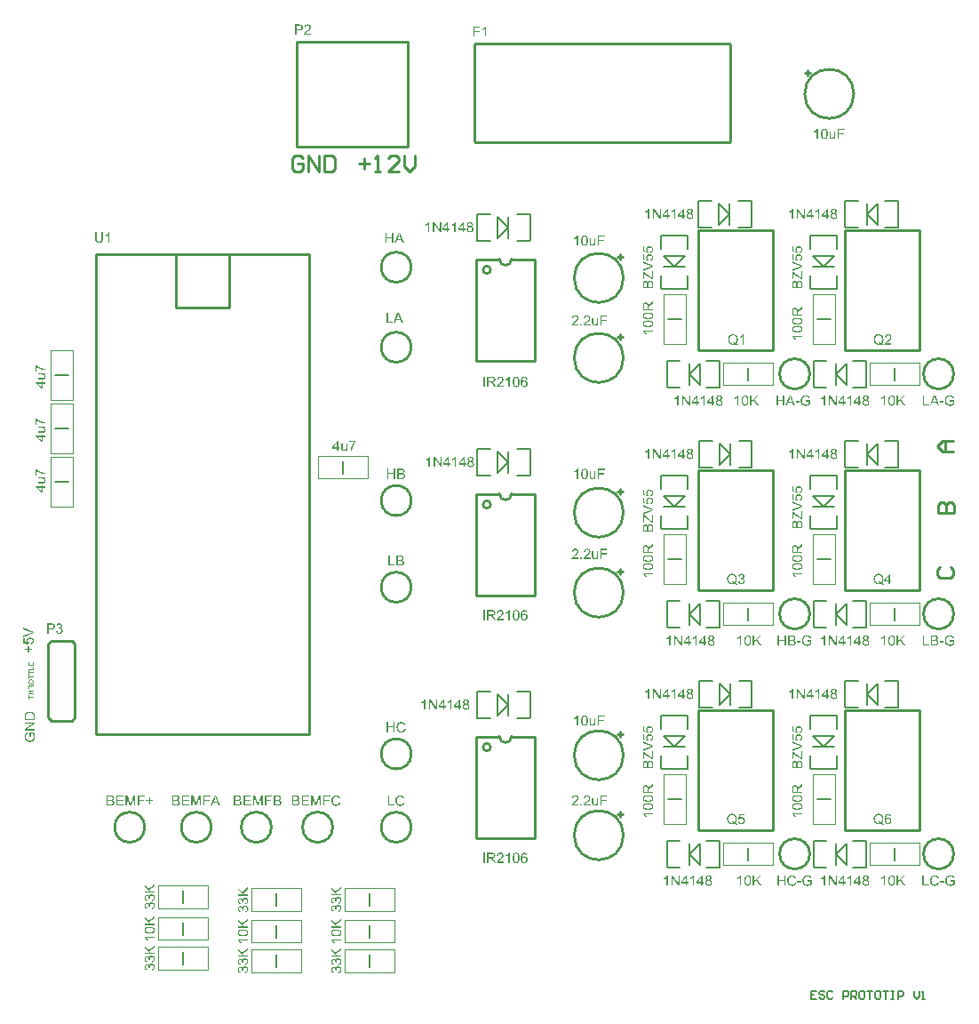
<source format=gto>
G04*
G04 #@! TF.GenerationSoftware,Altium Limited,Altium Designer,21.0.8 (223)*
G04*
G04 Layer_Color=65535*
%FSLAX25Y25*%
%MOIN*%
G70*
G04*
G04 #@! TF.SameCoordinates,9A741BFF-CE4B-45F5-BAAB-659130A2A11A*
G04*
G04*
G04 #@! TF.FilePolarity,Positive*
G04*
G01*
G75*
%ADD10C,0.01000*%
%ADD11C,0.00394*%
%ADD12C,0.00787*%
%ADD13C,0.00700*%
G36*
X5108Y113350D02*
X5152D01*
X5257Y113344D01*
X5379Y113328D01*
X5507Y113311D01*
X5640Y113283D01*
X5773Y113250D01*
X5779D01*
X5790Y113244D01*
X5807Y113239D01*
X5829Y113233D01*
X5890Y113211D01*
X5968Y113178D01*
X6056Y113144D01*
X6145Y113100D01*
X6240Y113045D01*
X6329Y112989D01*
X6340Y112983D01*
X6367Y112961D01*
X6406Y112928D01*
X6456Y112883D01*
X6512Y112834D01*
X6567Y112773D01*
X6628Y112712D01*
X6678Y112639D01*
X6684Y112628D01*
X6700Y112606D01*
X6723Y112567D01*
X6750Y112512D01*
X6784Y112445D01*
X6811Y112367D01*
X6845Y112279D01*
X6872Y112179D01*
Y112168D01*
X6878Y112151D01*
X6883Y112134D01*
X6889Y112079D01*
X6900Y112001D01*
X6911Y111912D01*
X6922Y111807D01*
X6928Y111690D01*
X6933Y111563D01*
Y110181D01*
X3093D01*
Y111657D01*
X3098Y111757D01*
X3104Y111868D01*
X3115Y111979D01*
X3132Y112090D01*
X3148Y112184D01*
Y112190D01*
X3154Y112201D01*
Y112218D01*
X3165Y112240D01*
X3182Y112301D01*
X3209Y112379D01*
X3248Y112467D01*
X3298Y112562D01*
X3354Y112656D01*
X3426Y112745D01*
X3431Y112750D01*
X3437Y112756D01*
X3453Y112773D01*
X3470Y112795D01*
X3526Y112850D01*
X3603Y112917D01*
X3698Y112989D01*
X3809Y113067D01*
X3936Y113139D01*
X4081Y113200D01*
X4086D01*
X4097Y113205D01*
X4120Y113217D01*
X4153Y113222D01*
X4192Y113239D01*
X4236Y113250D01*
X4286Y113261D01*
X4347Y113278D01*
X4408Y113294D01*
X4480Y113305D01*
X4636Y113333D01*
X4808Y113350D01*
X4997Y113355D01*
X5002D01*
X5013D01*
X5041D01*
X5069D01*
X5108Y113350D01*
D02*
G37*
G36*
X6933Y108799D02*
X3920Y106790D01*
X6933D01*
Y106301D01*
X3093D01*
Y106823D01*
X6112Y108838D01*
X3093D01*
Y109326D01*
X6933D01*
Y108799D01*
D02*
G37*
G36*
X6406Y105552D02*
X6412Y105541D01*
X6428Y105519D01*
X6451Y105491D01*
X6473Y105458D01*
X6500Y105419D01*
X6534Y105369D01*
X6567Y105319D01*
X6639Y105202D01*
X6717Y105069D01*
X6789Y104930D01*
X6850Y104780D01*
Y104775D01*
X6856Y104764D01*
X6861Y104742D01*
X6872Y104714D01*
X6883Y104675D01*
X6900Y104631D01*
X6911Y104581D01*
X6922Y104531D01*
X6950Y104409D01*
X6978Y104270D01*
X6995Y104120D01*
X7000Y103965D01*
Y103909D01*
X6995Y103870D01*
Y103820D01*
X6989Y103759D01*
X6978Y103693D01*
X6972Y103621D01*
X6939Y103460D01*
X6900Y103288D01*
X6839Y103110D01*
X6806Y103021D01*
X6761Y102932D01*
X6756Y102927D01*
X6750Y102910D01*
X6734Y102888D01*
X6717Y102855D01*
X6689Y102816D01*
X6662Y102777D01*
X6584Y102672D01*
X6484Y102560D01*
X6362Y102444D01*
X6223Y102333D01*
X6062Y102233D01*
X6056D01*
X6040Y102222D01*
X6018Y102211D01*
X5979Y102194D01*
X5940Y102178D01*
X5884Y102161D01*
X5829Y102139D01*
X5762Y102117D01*
X5690Y102094D01*
X5607Y102072D01*
X5524Y102056D01*
X5435Y102039D01*
X5241Y102011D01*
X5035Y102000D01*
X5030D01*
X5007D01*
X4980D01*
X4941Y102006D01*
X4891D01*
X4830Y102011D01*
X4769Y102022D01*
X4697Y102028D01*
X4619Y102044D01*
X4536Y102056D01*
X4358Y102100D01*
X4175Y102155D01*
X3992Y102233D01*
X3986Y102239D01*
X3970Y102244D01*
X3948Y102255D01*
X3914Y102278D01*
X3870Y102300D01*
X3825Y102327D01*
X3720Y102405D01*
X3598Y102499D01*
X3481Y102616D01*
X3365Y102749D01*
X3315Y102827D01*
X3265Y102905D01*
X3259Y102910D01*
X3254Y102927D01*
X3243Y102949D01*
X3226Y102982D01*
X3209Y103027D01*
X3187Y103077D01*
X3165Y103132D01*
X3143Y103199D01*
X3121Y103271D01*
X3104Y103349D01*
X3082Y103432D01*
X3065Y103521D01*
X3037Y103715D01*
X3026Y103815D01*
Y103992D01*
X3032Y104026D01*
Y104070D01*
X3043Y104176D01*
X3060Y104292D01*
X3087Y104414D01*
X3121Y104548D01*
X3165Y104675D01*
Y104681D01*
X3170Y104692D01*
X3176Y104708D01*
X3187Y104731D01*
X3221Y104792D01*
X3259Y104869D01*
X3315Y104953D01*
X3381Y105041D01*
X3453Y105125D01*
X3542Y105202D01*
X3554Y105213D01*
X3587Y105236D01*
X3637Y105269D01*
X3709Y105313D01*
X3798Y105358D01*
X3909Y105408D01*
X4031Y105458D01*
X4169Y105497D01*
X4292Y105036D01*
X4286D01*
X4281Y105030D01*
X4264Y105025D01*
X4242Y105019D01*
X4192Y105002D01*
X4125Y104980D01*
X4047Y104947D01*
X3975Y104908D01*
X3898Y104869D01*
X3831Y104819D01*
X3825Y104814D01*
X3803Y104797D01*
X3776Y104764D01*
X3737Y104725D01*
X3692Y104675D01*
X3648Y104609D01*
X3603Y104536D01*
X3565Y104453D01*
X3559Y104442D01*
X3548Y104414D01*
X3531Y104364D01*
X3509Y104298D01*
X3492Y104220D01*
X3476Y104131D01*
X3465Y104031D01*
X3459Y103926D01*
Y103865D01*
X3465Y103837D01*
Y103804D01*
X3470Y103720D01*
X3487Y103626D01*
X3503Y103521D01*
X3531Y103421D01*
X3570Y103321D01*
X3576Y103310D01*
X3587Y103277D01*
X3615Y103232D01*
X3642Y103177D01*
X3687Y103110D01*
X3731Y103038D01*
X3787Y102971D01*
X3848Y102910D01*
X3853Y102905D01*
X3875Y102882D01*
X3914Y102855D01*
X3959Y102821D01*
X4014Y102782D01*
X4081Y102744D01*
X4153Y102705D01*
X4231Y102666D01*
X4236D01*
X4247Y102660D01*
X4264Y102655D01*
X4292Y102644D01*
X4325Y102633D01*
X4364Y102622D01*
X4408Y102605D01*
X4458Y102594D01*
X4575Y102566D01*
X4708Y102544D01*
X4847Y102527D01*
X5002Y102522D01*
X5007D01*
X5024D01*
X5052D01*
X5085Y102527D01*
X5130D01*
X5185Y102533D01*
X5241Y102538D01*
X5302Y102544D01*
X5440Y102566D01*
X5585Y102594D01*
X5729Y102638D01*
X5868Y102694D01*
X5873D01*
X5884Y102705D01*
X5901Y102710D01*
X5923Y102727D01*
X5984Y102766D01*
X6062Y102827D01*
X6145Y102899D01*
X6228Y102988D01*
X6306Y103093D01*
X6378Y103210D01*
Y103216D01*
X6384Y103226D01*
X6395Y103243D01*
X6406Y103271D01*
X6417Y103299D01*
X6428Y103338D01*
X6462Y103426D01*
X6489Y103537D01*
X6517Y103659D01*
X6539Y103793D01*
X6545Y103931D01*
Y103987D01*
X6539Y104020D01*
Y104053D01*
X6528Y104137D01*
X6517Y104237D01*
X6495Y104342D01*
X6462Y104459D01*
X6423Y104575D01*
Y104581D01*
X6417Y104592D01*
X6412Y104603D01*
X6401Y104625D01*
X6373Y104686D01*
X6340Y104753D01*
X6301Y104831D01*
X6256Y104914D01*
X6206Y104991D01*
X6151Y105058D01*
X5429D01*
Y103926D01*
X4974D01*
Y105558D01*
X6401D01*
X6406Y105552D01*
D02*
G37*
G36*
X6467Y130498D02*
X4550D01*
Y131886D01*
X4777D01*
Y130753D01*
X5362D01*
Y131814D01*
X5589D01*
Y130753D01*
X6240D01*
Y131930D01*
X6467D01*
Y130498D01*
D02*
G37*
G36*
Y128994D02*
X4550D01*
Y129249D01*
X6240D01*
Y130193D01*
X6467D01*
Y128994D01*
D02*
G37*
G36*
X4777Y128111D02*
X6467D01*
Y127856D01*
X4777D01*
Y127224D01*
X4550D01*
Y128742D01*
X4777D01*
Y128111D01*
D02*
G37*
G36*
Y126473D02*
X6467D01*
Y126219D01*
X4777D01*
Y125587D01*
X4550D01*
Y127105D01*
X4777D01*
Y126473D01*
D02*
G37*
G36*
X5564Y125401D02*
X5589D01*
X5619Y125399D01*
X5652Y125393D01*
X5688Y125390D01*
X5769Y125376D01*
X5857Y125354D01*
X5946Y125324D01*
X5990Y125307D01*
X6035Y125285D01*
X6037D01*
X6046Y125280D01*
X6057Y125274D01*
X6073Y125263D01*
X6093Y125252D01*
X6112Y125238D01*
X6165Y125199D01*
X6220Y125152D01*
X6278Y125097D01*
X6334Y125030D01*
X6384Y124953D01*
Y124950D01*
X6389Y124944D01*
X6395Y124931D01*
X6403Y124914D01*
X6411Y124894D01*
X6420Y124872D01*
X6431Y124845D01*
X6442Y124814D01*
X6453Y124781D01*
X6464Y124745D01*
X6481Y124665D01*
X6494Y124579D01*
X6500Y124487D01*
Y124460D01*
X6497Y124443D01*
Y124418D01*
X6492Y124390D01*
X6489Y124360D01*
X6483Y124324D01*
X6467Y124249D01*
X6445Y124169D01*
X6411Y124086D01*
X6392Y124044D01*
X6370Y124003D01*
X6367Y124000D01*
X6364Y123994D01*
X6356Y123983D01*
X6345Y123967D01*
X6334Y123950D01*
X6317Y123931D01*
X6276Y123883D01*
X6226Y123831D01*
X6165Y123775D01*
X6096Y123726D01*
X6015Y123679D01*
X6013D01*
X6004Y123673D01*
X5993Y123667D01*
X5976Y123662D01*
X5954Y123654D01*
X5929Y123645D01*
X5902Y123634D01*
X5871Y123626D01*
X5835Y123615D01*
X5799Y123604D01*
X5716Y123587D01*
X5630Y123576D01*
X5536Y123571D01*
X5533D01*
X5531D01*
X5514D01*
X5489Y123573D01*
X5456D01*
X5417Y123579D01*
X5370Y123584D01*
X5317Y123593D01*
X5262Y123604D01*
X5204Y123615D01*
X5143Y123631D01*
X5082Y123654D01*
X5018Y123679D01*
X4957Y123706D01*
X4896Y123742D01*
X4841Y123781D01*
X4788Y123825D01*
X4785Y123828D01*
X4777Y123836D01*
X4763Y123853D01*
X4747Y123872D01*
X4724Y123897D01*
X4702Y123928D01*
X4677Y123964D01*
X4652Y124005D01*
X4628Y124050D01*
X4603Y124100D01*
X4580Y124155D01*
X4558Y124213D01*
X4542Y124277D01*
X4528Y124343D01*
X4519Y124413D01*
X4517Y124487D01*
Y124512D01*
X4519Y124532D01*
Y124557D01*
X4522Y124582D01*
X4528Y124615D01*
X4533Y124648D01*
X4547Y124720D01*
X4569Y124803D01*
X4603Y124883D01*
X4622Y124925D01*
X4644Y124967D01*
X4647Y124969D01*
X4650Y124975D01*
X4658Y124986D01*
X4666Y125003D01*
X4680Y125019D01*
X4697Y125041D01*
X4735Y125088D01*
X4785Y125138D01*
X4846Y125194D01*
X4918Y125246D01*
X4999Y125291D01*
X5001D01*
X5010Y125296D01*
X5021Y125302D01*
X5037Y125307D01*
X5060Y125318D01*
X5085Y125327D01*
X5115Y125338D01*
X5148Y125349D01*
X5184Y125357D01*
X5223Y125368D01*
X5267Y125379D01*
X5312Y125388D01*
X5409Y125399D01*
X5514Y125404D01*
X5517D01*
X5528D01*
X5542D01*
X5564Y125401D01*
D02*
G37*
G36*
X6467Y123086D02*
X6068Y122834D01*
X6065D01*
X6060Y122828D01*
X6051Y122823D01*
X6040Y122814D01*
X6010Y122795D01*
X5971Y122770D01*
X5929Y122740D01*
X5885Y122709D01*
X5844Y122678D01*
X5805Y122651D01*
X5802Y122648D01*
X5791Y122640D01*
X5774Y122626D01*
X5755Y122607D01*
X5713Y122565D01*
X5694Y122543D01*
X5677Y122521D01*
X5675Y122518D01*
X5672Y122512D01*
X5666Y122501D01*
X5658Y122485D01*
X5650Y122468D01*
X5641Y122449D01*
X5627Y122404D01*
Y122401D01*
X5625Y122396D01*
Y122385D01*
X5622Y122371D01*
X5619Y122352D01*
Y122329D01*
X5616Y122299D01*
Y121972D01*
X6467D01*
Y121717D01*
X4550D01*
Y122607D01*
X4553Y122629D01*
Y122654D01*
X4555Y122712D01*
X4564Y122773D01*
X4572Y122839D01*
X4586Y122900D01*
X4594Y122931D01*
X4603Y122956D01*
Y122958D01*
X4605Y122961D01*
X4614Y122978D01*
X4625Y123003D01*
X4644Y123033D01*
X4669Y123066D01*
X4702Y123102D01*
X4741Y123136D01*
X4785Y123169D01*
X4788D01*
X4791Y123172D01*
X4808Y123183D01*
X4835Y123194D01*
X4871Y123210D01*
X4913Y123224D01*
X4963Y123238D01*
X5015Y123246D01*
X5073Y123249D01*
X5076D01*
X5082D01*
X5093D01*
X5107Y123246D01*
X5126D01*
X5145Y123244D01*
X5193Y123232D01*
X5248Y123216D01*
X5306Y123194D01*
X5364Y123161D01*
X5392Y123138D01*
X5420Y123116D01*
X5423Y123113D01*
X5425Y123111D01*
X5434Y123102D01*
X5442Y123091D01*
X5453Y123077D01*
X5464Y123061D01*
X5478Y123039D01*
X5494Y123017D01*
X5508Y122989D01*
X5522Y122958D01*
X5539Y122925D01*
X5553Y122889D01*
X5564Y122847D01*
X5578Y122806D01*
X5586Y122759D01*
X5594Y122709D01*
X5597Y122714D01*
X5602Y122726D01*
X5614Y122742D01*
X5625Y122764D01*
X5655Y122814D01*
X5675Y122839D01*
X5691Y122861D01*
X5697Y122867D01*
X5711Y122881D01*
X5733Y122903D01*
X5760Y122931D01*
X5799Y122961D01*
X5841Y122997D01*
X5891Y123033D01*
X5946Y123072D01*
X6467Y123401D01*
Y123086D01*
D02*
G37*
G36*
Y121036D02*
X5564D01*
Y120044D01*
X6467D01*
Y119789D01*
X4550D01*
Y120044D01*
X5337D01*
Y121036D01*
X4550D01*
Y121291D01*
X6467D01*
Y121036D01*
D02*
G37*
G36*
X4777Y118886D02*
X6467D01*
Y118632D01*
X4777D01*
Y118000D01*
X4550D01*
Y119518D01*
X4777D01*
Y118886D01*
D02*
G37*
G36*
X6433Y143364D02*
Y142832D01*
X2593Y141344D01*
Y141899D01*
X5384Y142898D01*
X5390D01*
X5401Y142904D01*
X5418Y142909D01*
X5440Y142920D01*
X5473Y142926D01*
X5507Y142937D01*
X5590Y142965D01*
X5684Y142998D01*
X5790Y143031D01*
X6012Y143098D01*
X6006D01*
X5995Y143104D01*
X5978Y143109D01*
X5956Y143115D01*
X5895Y143131D01*
X5812Y143159D01*
X5717Y143187D01*
X5612Y143220D01*
X5501Y143259D01*
X5384Y143303D01*
X2593Y144347D01*
Y144863D01*
X6433Y143364D01*
D02*
G37*
G36*
X5223Y141105D02*
X5268Y141100D01*
X5318Y141094D01*
X5379Y141083D01*
X5440Y141072D01*
X5584Y141039D01*
X5734Y140983D01*
X5812Y140950D01*
X5884Y140906D01*
X5962Y140861D01*
X6034Y140806D01*
X6039Y140800D01*
X6056Y140789D01*
X6078Y140767D01*
X6106Y140739D01*
X6139Y140700D01*
X6184Y140656D01*
X6222Y140601D01*
X6267Y140539D01*
X6311Y140473D01*
X6350Y140395D01*
X6389Y140312D01*
X6428Y140223D01*
X6456Y140129D01*
X6478Y140023D01*
X6494Y139912D01*
X6500Y139796D01*
Y139746D01*
X6494Y139707D01*
X6489Y139663D01*
X6483Y139613D01*
X6478Y139551D01*
X6461Y139490D01*
X6428Y139352D01*
X6378Y139213D01*
X6345Y139141D01*
X6306Y139069D01*
X6261Y139002D01*
X6211Y138935D01*
X6206Y138930D01*
X6200Y138919D01*
X6178Y138908D01*
X6156Y138885D01*
X6128Y138858D01*
X6095Y138830D01*
X6050Y138797D01*
X6001Y138769D01*
X5951Y138736D01*
X5889Y138702D01*
X5756Y138641D01*
X5601Y138591D01*
X5518Y138575D01*
X5429Y138564D01*
X5390Y139058D01*
X5396D01*
X5407D01*
X5423Y139063D01*
X5451Y139069D01*
X5512Y139085D01*
X5595Y139108D01*
X5679Y139141D01*
X5773Y139185D01*
X5856Y139241D01*
X5934Y139307D01*
X5940Y139318D01*
X5962Y139341D01*
X5989Y139385D01*
X6023Y139446D01*
X6056Y139513D01*
X6084Y139596D01*
X6106Y139690D01*
X6112Y139796D01*
Y139829D01*
X6106Y139851D01*
X6100Y139918D01*
X6078Y139996D01*
X6050Y140090D01*
X6006Y140184D01*
X5940Y140284D01*
X5901Y140329D01*
X5856Y140373D01*
X5851Y140378D01*
X5845Y140384D01*
X5829Y140395D01*
X5812Y140412D01*
X5751Y140451D01*
X5673Y140495D01*
X5579Y140534D01*
X5462Y140573D01*
X5323Y140601D01*
X5251Y140612D01*
X5174D01*
X5168D01*
X5157D01*
X5135D01*
X5107Y140606D01*
X5074D01*
X5035Y140601D01*
X4946Y140584D01*
X4841Y140556D01*
X4735Y140517D01*
X4635Y140462D01*
X4541Y140384D01*
X4535D01*
X4530Y140373D01*
X4502Y140345D01*
X4463Y140295D01*
X4419Y140229D01*
X4380Y140140D01*
X4341Y140040D01*
X4313Y139923D01*
X4302Y139857D01*
Y139751D01*
X4308Y139707D01*
X4313Y139651D01*
X4330Y139585D01*
X4347Y139518D01*
X4374Y139446D01*
X4408Y139374D01*
X4413Y139368D01*
X4424Y139346D01*
X4452Y139313D01*
X4480Y139269D01*
X4519Y139224D01*
X4569Y139180D01*
X4619Y139130D01*
X4680Y139091D01*
X4619Y138647D01*
X2643Y139019D01*
Y140928D01*
X3092D01*
Y139391D01*
X4130Y139185D01*
X4125Y139191D01*
X4119Y139202D01*
X4108Y139218D01*
X4091Y139246D01*
X4075Y139279D01*
X4053Y139318D01*
X4008Y139407D01*
X3964Y139518D01*
X3925Y139640D01*
X3897Y139773D01*
X3886Y139840D01*
Y139962D01*
X3892Y139996D01*
X3897Y140040D01*
X3903Y140090D01*
X3914Y140145D01*
X3930Y140206D01*
X3969Y140340D01*
X3997Y140412D01*
X4036Y140484D01*
X4075Y140556D01*
X4119Y140628D01*
X4174Y140695D01*
X4236Y140761D01*
X4241Y140767D01*
X4252Y140778D01*
X4269Y140795D01*
X4297Y140817D01*
X4335Y140845D01*
X4374Y140872D01*
X4424Y140906D01*
X4480Y140939D01*
X4541Y140967D01*
X4608Y141000D01*
X4685Y141028D01*
X4763Y141056D01*
X4846Y141078D01*
X4940Y141094D01*
X5035Y141105D01*
X5135Y141111D01*
X5140D01*
X5157D01*
X5185D01*
X5223Y141105D01*
D02*
G37*
G36*
X4757Y136987D02*
X5812D01*
Y136543D01*
X4757D01*
Y135500D01*
X4319D01*
Y136543D01*
X3275D01*
Y136987D01*
X4319D01*
Y138031D01*
X4757D01*
Y136987D01*
D02*
G37*
G36*
X120098Y81981D02*
X120148Y81976D01*
X120209Y81970D01*
X120270Y81965D01*
X120342Y81948D01*
X120492Y81915D01*
X120659Y81865D01*
X120742Y81832D01*
X120819Y81793D01*
X120897Y81743D01*
X120975Y81693D01*
X120980Y81687D01*
X120992Y81682D01*
X121014Y81665D01*
X121042Y81637D01*
X121069Y81609D01*
X121108Y81571D01*
X121147Y81526D01*
X121191Y81482D01*
X121236Y81426D01*
X121280Y81360D01*
X121330Y81293D01*
X121374Y81221D01*
X121413Y81138D01*
X121458Y81055D01*
X121491Y80966D01*
X121524Y80866D01*
X121025Y80749D01*
Y80755D01*
X121019Y80766D01*
X121008Y80788D01*
X120997Y80816D01*
X120986Y80849D01*
X120969Y80894D01*
X120925Y80982D01*
X120869Y81082D01*
X120803Y81182D01*
X120720Y81277D01*
X120631Y81360D01*
X120620Y81371D01*
X120586Y81393D01*
X120531Y81421D01*
X120459Y81460D01*
X120364Y81493D01*
X120259Y81526D01*
X120131Y81549D01*
X119992Y81554D01*
X119948D01*
X119920Y81549D01*
X119881D01*
X119837Y81543D01*
X119732Y81526D01*
X119615Y81504D01*
X119493Y81465D01*
X119365Y81410D01*
X119249Y81337D01*
X119243D01*
X119238Y81326D01*
X119199Y81299D01*
X119149Y81254D01*
X119088Y81188D01*
X119016Y81104D01*
X118949Y81010D01*
X118888Y80894D01*
X118833Y80766D01*
Y80760D01*
X118827Y80749D01*
X118822Y80733D01*
X118816Y80705D01*
X118805Y80672D01*
X118794Y80633D01*
X118777Y80538D01*
X118755Y80427D01*
X118733Y80305D01*
X118722Y80172D01*
X118716Y80028D01*
Y80022D01*
Y80006D01*
Y79978D01*
Y79944D01*
X118722Y79906D01*
Y79856D01*
X118727Y79800D01*
X118733Y79739D01*
X118749Y79606D01*
X118777Y79462D01*
X118810Y79317D01*
X118855Y79173D01*
Y79167D01*
X118860Y79156D01*
X118871Y79140D01*
X118883Y79112D01*
X118916Y79045D01*
X118966Y78968D01*
X119027Y78879D01*
X119105Y78785D01*
X119193Y78701D01*
X119299Y78624D01*
X119304D01*
X119315Y78618D01*
X119332Y78607D01*
X119354Y78596D01*
X119382Y78585D01*
X119415Y78568D01*
X119493Y78535D01*
X119593Y78501D01*
X119704Y78474D01*
X119826Y78452D01*
X119954Y78446D01*
X119992D01*
X120026Y78452D01*
X120065D01*
X120104Y78457D01*
X120203Y78479D01*
X120320Y78507D01*
X120437Y78551D01*
X120559Y78613D01*
X120620Y78646D01*
X120675Y78690D01*
X120681Y78696D01*
X120686Y78701D01*
X120703Y78718D01*
X120725Y78735D01*
X120747Y78762D01*
X120775Y78796D01*
X120808Y78829D01*
X120836Y78873D01*
X120869Y78923D01*
X120908Y78979D01*
X120942Y79034D01*
X120975Y79101D01*
X121003Y79173D01*
X121030Y79251D01*
X121058Y79334D01*
X121080Y79423D01*
X121591Y79295D01*
Y79290D01*
X121585Y79267D01*
X121574Y79234D01*
X121558Y79190D01*
X121541Y79140D01*
X121519Y79079D01*
X121491Y79012D01*
X121458Y78940D01*
X121380Y78785D01*
X121280Y78629D01*
X121219Y78551D01*
X121158Y78474D01*
X121091Y78407D01*
X121014Y78341D01*
X121008Y78335D01*
X120997Y78324D01*
X120969Y78313D01*
X120942Y78291D01*
X120897Y78263D01*
X120853Y78235D01*
X120792Y78207D01*
X120731Y78180D01*
X120659Y78146D01*
X120581Y78119D01*
X120498Y78091D01*
X120409Y78063D01*
X120314Y78041D01*
X120214Y78030D01*
X120109Y78019D01*
X119998Y78013D01*
X119937D01*
X119893Y78019D01*
X119843D01*
X119782Y78024D01*
X119715Y78035D01*
X119637Y78046D01*
X119476Y78074D01*
X119310Y78119D01*
X119143Y78180D01*
X119066Y78218D01*
X118988Y78263D01*
X118982Y78268D01*
X118971Y78274D01*
X118949Y78291D01*
X118927Y78313D01*
X118894Y78335D01*
X118855Y78368D01*
X118810Y78407D01*
X118766Y78452D01*
X118722Y78501D01*
X118672Y78551D01*
X118572Y78679D01*
X118477Y78829D01*
X118394Y78996D01*
Y79001D01*
X118383Y79018D01*
X118377Y79045D01*
X118361Y79079D01*
X118350Y79123D01*
X118333Y79179D01*
X118311Y79240D01*
X118294Y79306D01*
X118278Y79378D01*
X118255Y79462D01*
X118228Y79634D01*
X118205Y79828D01*
X118194Y80028D01*
Y80033D01*
Y80055D01*
Y80089D01*
X118200Y80128D01*
Y80183D01*
X118205Y80239D01*
X118211Y80311D01*
X118222Y80383D01*
X118250Y80544D01*
X118289Y80721D01*
X118344Y80899D01*
X118422Y81071D01*
X118427Y81077D01*
X118433Y81093D01*
X118444Y81116D01*
X118466Y81143D01*
X118488Y81182D01*
X118516Y81226D01*
X118588Y81326D01*
X118683Y81437D01*
X118794Y81549D01*
X118921Y81660D01*
X119071Y81754D01*
X119077Y81759D01*
X119093Y81765D01*
X119116Y81776D01*
X119143Y81793D01*
X119188Y81809D01*
X119232Y81826D01*
X119288Y81848D01*
X119349Y81870D01*
X119415Y81893D01*
X119487Y81915D01*
X119643Y81948D01*
X119820Y81976D01*
X120004Y81987D01*
X120059D01*
X120098Y81981D01*
D02*
G37*
G36*
X114237Y78080D02*
X113749D01*
Y81293D01*
X112628Y78080D01*
X112173D01*
X111063Y81349D01*
Y78080D01*
X110574D01*
Y81920D01*
X111335D01*
X112245Y79195D01*
Y79190D01*
X112250Y79179D01*
X112256Y79162D01*
X112267Y79134D01*
X112289Y79068D01*
X112317Y78984D01*
X112345Y78890D01*
X112378Y78796D01*
X112406Y78707D01*
X112428Y78629D01*
X112433Y78640D01*
X112439Y78668D01*
X112456Y78718D01*
X112478Y78785D01*
X112505Y78873D01*
X112544Y78979D01*
X112583Y79101D01*
X112633Y79245D01*
X113555Y81920D01*
X114237D01*
Y78080D01*
D02*
G37*
G36*
X117684Y81465D02*
X115597D01*
Y80278D01*
X117401D01*
Y79822D01*
X115597D01*
Y78080D01*
X115086D01*
Y81920D01*
X117684D01*
Y81465D01*
D02*
G37*
G36*
X109797D02*
X107527D01*
Y80294D01*
X109653D01*
Y79839D01*
X107527D01*
Y78535D01*
X109886D01*
Y78080D01*
X107017D01*
Y81920D01*
X109797D01*
Y81465D01*
D02*
G37*
G36*
X104957Y81915D02*
X105002D01*
X105102Y81904D01*
X105213Y81893D01*
X105329Y81870D01*
X105446Y81843D01*
X105551Y81804D01*
X105557D01*
X105562Y81798D01*
X105596Y81782D01*
X105646Y81754D01*
X105701Y81715D01*
X105768Y81665D01*
X105840Y81604D01*
X105907Y81526D01*
X105968Y81443D01*
X105973Y81432D01*
X105990Y81399D01*
X106018Y81354D01*
X106045Y81288D01*
X106073Y81210D01*
X106101Y81127D01*
X106117Y81032D01*
X106123Y80938D01*
Y80927D01*
Y80899D01*
X106117Y80849D01*
X106106Y80788D01*
X106090Y80716D01*
X106062Y80638D01*
X106029Y80561D01*
X105984Y80477D01*
X105979Y80466D01*
X105962Y80444D01*
X105929Y80400D01*
X105884Y80355D01*
X105829Y80300D01*
X105762Y80239D01*
X105679Y80183D01*
X105585Y80128D01*
X105590D01*
X105601Y80122D01*
X105618Y80116D01*
X105640Y80105D01*
X105707Y80083D01*
X105784Y80044D01*
X105868Y79994D01*
X105962Y79933D01*
X106045Y79861D01*
X106123Y79773D01*
X106129Y79761D01*
X106151Y79728D01*
X106184Y79678D01*
X106217Y79611D01*
X106251Y79523D01*
X106284Y79428D01*
X106306Y79317D01*
X106312Y79195D01*
Y79190D01*
Y79184D01*
Y79151D01*
X106306Y79095D01*
X106295Y79029D01*
X106284Y78951D01*
X106262Y78868D01*
X106234Y78779D01*
X106195Y78690D01*
X106190Y78679D01*
X106173Y78651D01*
X106151Y78613D01*
X106117Y78557D01*
X106073Y78501D01*
X106029Y78440D01*
X105973Y78379D01*
X105912Y78329D01*
X105907Y78324D01*
X105884Y78307D01*
X105846Y78285D01*
X105796Y78263D01*
X105735Y78229D01*
X105662Y78196D01*
X105585Y78168D01*
X105490Y78141D01*
X105479D01*
X105446Y78130D01*
X105391Y78124D01*
X105318Y78113D01*
X105229Y78102D01*
X105124Y78091D01*
X105008Y78085D01*
X104874Y78080D01*
X103409D01*
Y81920D01*
X104919D01*
X104957Y81915D01*
D02*
G37*
G36*
X92420Y78080D02*
X91932D01*
Y81293D01*
X90811Y78080D01*
X90356D01*
X89246Y81349D01*
Y78080D01*
X88757D01*
Y81920D01*
X89518D01*
X90428Y79195D01*
Y79190D01*
X90433Y79179D01*
X90439Y79162D01*
X90450Y79134D01*
X90472Y79068D01*
X90500Y78984D01*
X90528Y78890D01*
X90561Y78796D01*
X90589Y78707D01*
X90611Y78629D01*
X90617Y78640D01*
X90622Y78668D01*
X90639Y78718D01*
X90661Y78785D01*
X90689Y78873D01*
X90728Y78979D01*
X90766Y79101D01*
X90816Y79245D01*
X91738Y81920D01*
X92420D01*
Y78080D01*
D02*
G37*
G36*
X98053Y81915D02*
X98098D01*
X98198Y81904D01*
X98309Y81893D01*
X98425Y81870D01*
X98542Y81843D01*
X98647Y81804D01*
X98653D01*
X98659Y81798D01*
X98692Y81782D01*
X98742Y81754D01*
X98797Y81715D01*
X98864Y81665D01*
X98936Y81604D01*
X99003Y81526D01*
X99064Y81443D01*
X99069Y81432D01*
X99086Y81399D01*
X99114Y81354D01*
X99141Y81288D01*
X99169Y81210D01*
X99197Y81127D01*
X99213Y81032D01*
X99219Y80938D01*
Y80927D01*
Y80899D01*
X99213Y80849D01*
X99202Y80788D01*
X99186Y80716D01*
X99158Y80638D01*
X99125Y80561D01*
X99080Y80477D01*
X99075Y80466D01*
X99058Y80444D01*
X99025Y80400D01*
X98980Y80355D01*
X98925Y80300D01*
X98858Y80239D01*
X98775Y80183D01*
X98681Y80128D01*
X98686D01*
X98697Y80122D01*
X98714Y80116D01*
X98736Y80105D01*
X98803Y80083D01*
X98880Y80044D01*
X98964Y79994D01*
X99058Y79933D01*
X99141Y79861D01*
X99219Y79773D01*
X99225Y79761D01*
X99247Y79728D01*
X99280Y79678D01*
X99313Y79611D01*
X99347Y79523D01*
X99380Y79428D01*
X99402Y79317D01*
X99408Y79195D01*
Y79190D01*
Y79184D01*
Y79151D01*
X99402Y79095D01*
X99391Y79029D01*
X99380Y78951D01*
X99358Y78868D01*
X99330Y78779D01*
X99291Y78690D01*
X99286Y78679D01*
X99269Y78651D01*
X99247Y78613D01*
X99213Y78557D01*
X99169Y78501D01*
X99125Y78440D01*
X99069Y78379D01*
X99008Y78329D01*
X99003Y78324D01*
X98980Y78307D01*
X98941Y78285D01*
X98892Y78263D01*
X98831Y78229D01*
X98758Y78196D01*
X98681Y78168D01*
X98586Y78141D01*
X98575D01*
X98542Y78130D01*
X98487Y78124D01*
X98414Y78113D01*
X98326Y78102D01*
X98220Y78091D01*
X98103Y78085D01*
X97970Y78080D01*
X96505D01*
Y81920D01*
X98015D01*
X98053Y81915D01*
D02*
G37*
G36*
X95867Y81465D02*
X93780D01*
Y80278D01*
X95584D01*
Y79822D01*
X93780D01*
Y78080D01*
X93269D01*
Y81920D01*
X95867D01*
Y81465D01*
D02*
G37*
G36*
X87980D02*
X85710D01*
Y80294D01*
X87836D01*
Y79839D01*
X85710D01*
Y78535D01*
X88069D01*
Y78080D01*
X85200D01*
Y81920D01*
X87980D01*
Y81465D01*
D02*
G37*
G36*
X83141Y81915D02*
X83185D01*
X83285Y81904D01*
X83396Y81893D01*
X83513Y81870D01*
X83629Y81843D01*
X83735Y81804D01*
X83740D01*
X83746Y81798D01*
X83779Y81782D01*
X83829Y81754D01*
X83884Y81715D01*
X83951Y81665D01*
X84023Y81604D01*
X84090Y81526D01*
X84151Y81443D01*
X84156Y81432D01*
X84173Y81399D01*
X84201Y81354D01*
X84228Y81288D01*
X84256Y81210D01*
X84284Y81127D01*
X84301Y81032D01*
X84306Y80938D01*
Y80927D01*
Y80899D01*
X84301Y80849D01*
X84289Y80788D01*
X84273Y80716D01*
X84245Y80638D01*
X84212Y80561D01*
X84167Y80477D01*
X84162Y80466D01*
X84145Y80444D01*
X84112Y80400D01*
X84068Y80355D01*
X84012Y80300D01*
X83946Y80239D01*
X83862Y80183D01*
X83768Y80128D01*
X83773D01*
X83785Y80122D01*
X83801Y80116D01*
X83823Y80105D01*
X83890Y80083D01*
X83968Y80044D01*
X84051Y79994D01*
X84145Y79933D01*
X84228Y79861D01*
X84306Y79773D01*
X84312Y79761D01*
X84334Y79728D01*
X84367Y79678D01*
X84400Y79611D01*
X84434Y79523D01*
X84467Y79428D01*
X84489Y79317D01*
X84495Y79195D01*
Y79190D01*
Y79184D01*
Y79151D01*
X84489Y79095D01*
X84478Y79029D01*
X84467Y78951D01*
X84445Y78868D01*
X84417Y78779D01*
X84378Y78690D01*
X84373Y78679D01*
X84356Y78651D01*
X84334Y78613D01*
X84301Y78557D01*
X84256Y78501D01*
X84212Y78440D01*
X84156Y78379D01*
X84095Y78329D01*
X84090Y78324D01*
X84068Y78307D01*
X84029Y78285D01*
X83979Y78263D01*
X83918Y78229D01*
X83846Y78196D01*
X83768Y78168D01*
X83674Y78141D01*
X83662D01*
X83629Y78130D01*
X83574Y78124D01*
X83501Y78113D01*
X83413Y78102D01*
X83307Y78091D01*
X83191Y78085D01*
X83057Y78080D01*
X81592D01*
Y81920D01*
X83102D01*
X83141Y81915D01*
D02*
G37*
G36*
X69276Y78080D02*
X68788D01*
Y81293D01*
X67667Y78080D01*
X67211D01*
X66101Y81349D01*
Y78080D01*
X65613D01*
Y81920D01*
X66373D01*
X67284Y79195D01*
Y79190D01*
X67289Y79179D01*
X67295Y79162D01*
X67306Y79134D01*
X67328Y79068D01*
X67356Y78984D01*
X67383Y78890D01*
X67417Y78796D01*
X67444Y78707D01*
X67467Y78629D01*
X67472Y78640D01*
X67478Y78668D01*
X67494Y78718D01*
X67517Y78785D01*
X67544Y78873D01*
X67583Y78979D01*
X67622Y79101D01*
X67672Y79245D01*
X68593Y81920D01*
X69276D01*
Y78080D01*
D02*
G37*
G36*
X76552D02*
X75975D01*
X75525Y79245D01*
X73916D01*
X73500Y78080D01*
X72961D01*
X74426Y81920D01*
X74981D01*
X76552Y78080D01*
D02*
G37*
G36*
X72723Y81465D02*
X70636D01*
Y80278D01*
X72439D01*
Y79822D01*
X70636D01*
Y78080D01*
X70125D01*
Y81920D01*
X72723D01*
Y81465D01*
D02*
G37*
G36*
X64836D02*
X62566D01*
Y80294D01*
X64692D01*
Y79839D01*
X62566D01*
Y78535D01*
X64925D01*
Y78080D01*
X62055D01*
Y81920D01*
X64836D01*
Y81465D01*
D02*
G37*
G36*
X59996Y81915D02*
X60041D01*
X60141Y81904D01*
X60252Y81893D01*
X60368Y81870D01*
X60485Y81843D01*
X60590Y81804D01*
X60596D01*
X60601Y81798D01*
X60635Y81782D01*
X60685Y81754D01*
X60740Y81715D01*
X60807Y81665D01*
X60879Y81604D01*
X60945Y81526D01*
X61006Y81443D01*
X61012Y81432D01*
X61029Y81399D01*
X61056Y81354D01*
X61084Y81288D01*
X61112Y81210D01*
X61140Y81127D01*
X61156Y81032D01*
X61162Y80938D01*
Y80927D01*
Y80899D01*
X61156Y80849D01*
X61145Y80788D01*
X61129Y80716D01*
X61101Y80638D01*
X61068Y80561D01*
X61023Y80477D01*
X61018Y80466D01*
X61001Y80444D01*
X60968Y80400D01*
X60923Y80355D01*
X60868Y80300D01*
X60801Y80239D01*
X60718Y80183D01*
X60624Y80128D01*
X60629D01*
X60640Y80122D01*
X60657Y80116D01*
X60679Y80105D01*
X60746Y80083D01*
X60823Y80044D01*
X60907Y79994D01*
X61001Y79933D01*
X61084Y79861D01*
X61162Y79773D01*
X61167Y79761D01*
X61190Y79728D01*
X61223Y79678D01*
X61256Y79611D01*
X61290Y79523D01*
X61323Y79428D01*
X61345Y79317D01*
X61351Y79195D01*
Y79190D01*
Y79184D01*
Y79151D01*
X61345Y79095D01*
X61334Y79029D01*
X61323Y78951D01*
X61301Y78868D01*
X61273Y78779D01*
X61234Y78690D01*
X61229Y78679D01*
X61212Y78651D01*
X61190Y78613D01*
X61156Y78557D01*
X61112Y78501D01*
X61068Y78440D01*
X61012Y78379D01*
X60951Y78329D01*
X60945Y78324D01*
X60923Y78307D01*
X60884Y78285D01*
X60834Y78263D01*
X60773Y78229D01*
X60701Y78196D01*
X60624Y78168D01*
X60529Y78141D01*
X60518D01*
X60485Y78130D01*
X60429Y78124D01*
X60357Y78113D01*
X60268Y78102D01*
X60163Y78091D01*
X60046Y78085D01*
X59913Y78080D01*
X58448D01*
Y81920D01*
X59958D01*
X59996Y81915D01*
D02*
G37*
G36*
X144134Y81981D02*
X144184Y81976D01*
X144246Y81970D01*
X144307Y81965D01*
X144379Y81948D01*
X144528Y81915D01*
X144695Y81865D01*
X144778Y81832D01*
X144856Y81793D01*
X144934Y81743D01*
X145011Y81693D01*
X145017Y81687D01*
X145028Y81682D01*
X145050Y81665D01*
X145078Y81637D01*
X145106Y81609D01*
X145145Y81571D01*
X145183Y81526D01*
X145228Y81482D01*
X145272Y81426D01*
X145317Y81360D01*
X145367Y81293D01*
X145411Y81221D01*
X145450Y81138D01*
X145494Y81055D01*
X145528Y80966D01*
X145561Y80866D01*
X145061Y80749D01*
Y80755D01*
X145056Y80766D01*
X145045Y80788D01*
X145034Y80816D01*
X145022Y80849D01*
X145006Y80894D01*
X144961Y80982D01*
X144906Y81082D01*
X144839Y81182D01*
X144756Y81277D01*
X144667Y81360D01*
X144656Y81371D01*
X144623Y81393D01*
X144567Y81421D01*
X144495Y81460D01*
X144401Y81493D01*
X144295Y81526D01*
X144168Y81549D01*
X144029Y81554D01*
X143985D01*
X143957Y81549D01*
X143918D01*
X143874Y81543D01*
X143768Y81526D01*
X143652Y81504D01*
X143529Y81465D01*
X143402Y81410D01*
X143285Y81337D01*
X143280D01*
X143274Y81326D01*
X143235Y81299D01*
X143185Y81254D01*
X143124Y81188D01*
X143052Y81104D01*
X142986Y81010D01*
X142925Y80894D01*
X142869Y80766D01*
Y80760D01*
X142864Y80749D01*
X142858Y80733D01*
X142852Y80705D01*
X142841Y80672D01*
X142830Y80633D01*
X142814Y80538D01*
X142791Y80427D01*
X142769Y80305D01*
X142758Y80172D01*
X142753Y80028D01*
Y80022D01*
Y80006D01*
Y79978D01*
Y79944D01*
X142758Y79906D01*
Y79856D01*
X142764Y79800D01*
X142769Y79739D01*
X142786Y79606D01*
X142814Y79462D01*
X142847Y79317D01*
X142891Y79173D01*
Y79167D01*
X142897Y79156D01*
X142908Y79140D01*
X142919Y79112D01*
X142952Y79045D01*
X143002Y78968D01*
X143063Y78879D01*
X143141Y78785D01*
X143230Y78701D01*
X143335Y78624D01*
X143341D01*
X143352Y78618D01*
X143369Y78607D01*
X143391Y78596D01*
X143419Y78585D01*
X143452Y78568D01*
X143529Y78535D01*
X143629Y78501D01*
X143740Y78474D01*
X143862Y78452D01*
X143990Y78446D01*
X144029D01*
X144062Y78452D01*
X144101D01*
X144140Y78457D01*
X144240Y78479D01*
X144357Y78507D01*
X144473Y78551D01*
X144595Y78613D01*
X144656Y78646D01*
X144712Y78690D01*
X144717Y78696D01*
X144723Y78701D01*
X144739Y78718D01*
X144762Y78735D01*
X144784Y78762D01*
X144812Y78796D01*
X144845Y78829D01*
X144873Y78873D01*
X144906Y78923D01*
X144945Y78979D01*
X144978Y79034D01*
X145011Y79101D01*
X145039Y79173D01*
X145067Y79251D01*
X145095Y79334D01*
X145117Y79423D01*
X145627Y79295D01*
Y79290D01*
X145622Y79267D01*
X145611Y79234D01*
X145594Y79190D01*
X145578Y79140D01*
X145555Y79079D01*
X145528Y79012D01*
X145494Y78940D01*
X145416Y78785D01*
X145317Y78629D01*
X145256Y78551D01*
X145194Y78474D01*
X145128Y78407D01*
X145050Y78341D01*
X145045Y78335D01*
X145034Y78324D01*
X145006Y78313D01*
X144978Y78291D01*
X144934Y78263D01*
X144889Y78235D01*
X144828Y78207D01*
X144767Y78180D01*
X144695Y78146D01*
X144617Y78119D01*
X144534Y78091D01*
X144445Y78063D01*
X144351Y78041D01*
X144251Y78030D01*
X144146Y78019D01*
X144035Y78013D01*
X143974D01*
X143929Y78019D01*
X143879D01*
X143818Y78024D01*
X143752Y78035D01*
X143674Y78046D01*
X143513Y78074D01*
X143346Y78119D01*
X143180Y78180D01*
X143102Y78218D01*
X143025Y78263D01*
X143019Y78268D01*
X143008Y78274D01*
X142986Y78291D01*
X142963Y78313D01*
X142930Y78335D01*
X142891Y78368D01*
X142847Y78407D01*
X142803Y78452D01*
X142758Y78501D01*
X142708Y78551D01*
X142608Y78679D01*
X142514Y78829D01*
X142431Y78996D01*
Y79001D01*
X142420Y79018D01*
X142414Y79045D01*
X142397Y79079D01*
X142386Y79123D01*
X142370Y79179D01*
X142347Y79240D01*
X142331Y79306D01*
X142314Y79378D01*
X142292Y79462D01*
X142264Y79634D01*
X142242Y79828D01*
X142231Y80028D01*
Y80033D01*
Y80055D01*
Y80089D01*
X142236Y80128D01*
Y80183D01*
X142242Y80239D01*
X142247Y80311D01*
X142259Y80383D01*
X142286Y80544D01*
X142325Y80721D01*
X142381Y80899D01*
X142458Y81071D01*
X142464Y81077D01*
X142470Y81093D01*
X142481Y81116D01*
X142503Y81143D01*
X142525Y81182D01*
X142553Y81226D01*
X142625Y81326D01*
X142719Y81437D01*
X142830Y81549D01*
X142958Y81660D01*
X143108Y81754D01*
X143113Y81759D01*
X143130Y81765D01*
X143152Y81776D01*
X143180Y81793D01*
X143224Y81809D01*
X143269Y81826D01*
X143324Y81848D01*
X143385Y81870D01*
X143452Y81893D01*
X143524Y81915D01*
X143679Y81948D01*
X143857Y81976D01*
X144040Y81987D01*
X144096D01*
X144134Y81981D01*
D02*
G37*
G36*
X139883Y78535D02*
X141776D01*
Y78080D01*
X139373D01*
Y81920D01*
X139883D01*
Y78535D01*
D02*
G37*
G36*
X144090Y171915D02*
X144134D01*
X144234Y171904D01*
X144345Y171893D01*
X144462Y171870D01*
X144579Y171843D01*
X144684Y171804D01*
X144690D01*
X144695Y171798D01*
X144728Y171782D01*
X144778Y171754D01*
X144834Y171715D01*
X144900Y171665D01*
X144973Y171604D01*
X145039Y171526D01*
X145100Y171443D01*
X145106Y171432D01*
X145122Y171399D01*
X145150Y171354D01*
X145178Y171288D01*
X145206Y171210D01*
X145233Y171127D01*
X145250Y171032D01*
X145256Y170938D01*
Y170927D01*
Y170899D01*
X145250Y170849D01*
X145239Y170788D01*
X145222Y170716D01*
X145194Y170638D01*
X145161Y170561D01*
X145117Y170477D01*
X145111Y170466D01*
X145095Y170444D01*
X145061Y170400D01*
X145017Y170355D01*
X144961Y170300D01*
X144895Y170239D01*
X144812Y170183D01*
X144717Y170128D01*
X144723D01*
X144734Y170122D01*
X144750Y170117D01*
X144773Y170105D01*
X144839Y170083D01*
X144917Y170044D01*
X145000Y169994D01*
X145095Y169933D01*
X145178Y169861D01*
X145256Y169773D01*
X145261Y169761D01*
X145283Y169728D01*
X145317Y169678D01*
X145350Y169612D01*
X145383Y169523D01*
X145416Y169428D01*
X145439Y169317D01*
X145444Y169195D01*
Y169190D01*
Y169184D01*
Y169151D01*
X145439Y169095D01*
X145428Y169029D01*
X145416Y168951D01*
X145394Y168868D01*
X145367Y168779D01*
X145328Y168690D01*
X145322Y168679D01*
X145306Y168651D01*
X145283Y168613D01*
X145250Y168557D01*
X145206Y168501D01*
X145161Y168440D01*
X145106Y168379D01*
X145045Y168329D01*
X145039Y168324D01*
X145017Y168307D01*
X144978Y168285D01*
X144928Y168263D01*
X144867Y168229D01*
X144795Y168196D01*
X144717Y168168D01*
X144623Y168141D01*
X144612D01*
X144579Y168130D01*
X144523Y168124D01*
X144451Y168113D01*
X144362Y168102D01*
X144257Y168091D01*
X144140Y168085D01*
X144007Y168080D01*
X142542D01*
Y171920D01*
X144051D01*
X144090Y171915D01*
D02*
G37*
G36*
X140066Y168535D02*
X141959D01*
Y168080D01*
X139556D01*
Y171920D01*
X140066D01*
Y168535D01*
D02*
G37*
G36*
X145089Y259080D02*
X144511D01*
X144062Y260245D01*
X142452D01*
X142036Y259080D01*
X141498D01*
X142963Y262920D01*
X143518D01*
X145089Y259080D01*
D02*
G37*
G36*
X139422Y259535D02*
X141315D01*
Y259080D01*
X138911D01*
Y262920D01*
X139422D01*
Y259535D01*
D02*
G37*
G36*
X144559Y109481D02*
X144609Y109476D01*
X144670Y109470D01*
X144731Y109465D01*
X144803Y109448D01*
X144953Y109415D01*
X145120Y109365D01*
X145203Y109332D01*
X145281Y109293D01*
X145358Y109243D01*
X145436Y109193D01*
X145441Y109187D01*
X145453Y109182D01*
X145475Y109165D01*
X145502Y109137D01*
X145530Y109109D01*
X145569Y109071D01*
X145608Y109026D01*
X145652Y108982D01*
X145697Y108926D01*
X145741Y108860D01*
X145791Y108793D01*
X145835Y108721D01*
X145874Y108638D01*
X145919Y108554D01*
X145952Y108466D01*
X145985Y108366D01*
X145486Y108249D01*
Y108255D01*
X145480Y108266D01*
X145469Y108288D01*
X145458Y108316D01*
X145447Y108349D01*
X145430Y108394D01*
X145386Y108482D01*
X145331Y108582D01*
X145264Y108682D01*
X145181Y108776D01*
X145092Y108860D01*
X145081Y108871D01*
X145047Y108893D01*
X144992Y108921D01*
X144920Y108960D01*
X144825Y108993D01*
X144720Y109026D01*
X144592Y109048D01*
X144454Y109054D01*
X144409D01*
X144381Y109048D01*
X144343D01*
X144298Y109043D01*
X144193Y109026D01*
X144076Y109004D01*
X143954Y108965D01*
X143826Y108910D01*
X143710Y108838D01*
X143704D01*
X143699Y108826D01*
X143660Y108799D01*
X143610Y108754D01*
X143549Y108688D01*
X143477Y108604D01*
X143410Y108510D01*
X143349Y108394D01*
X143294Y108266D01*
Y108260D01*
X143288Y108249D01*
X143282Y108233D01*
X143277Y108205D01*
X143266Y108172D01*
X143255Y108133D01*
X143238Y108038D01*
X143216Y107927D01*
X143194Y107805D01*
X143183Y107672D01*
X143177Y107528D01*
Y107522D01*
Y107506D01*
Y107478D01*
Y107445D01*
X143183Y107406D01*
Y107356D01*
X143188Y107300D01*
X143194Y107239D01*
X143210Y107106D01*
X143238Y106962D01*
X143272Y106817D01*
X143316Y106673D01*
Y106667D01*
X143321Y106656D01*
X143333Y106640D01*
X143344Y106612D01*
X143377Y106545D01*
X143427Y106468D01*
X143488Y106379D01*
X143566Y106284D01*
X143654Y106201D01*
X143760Y106124D01*
X143765D01*
X143777Y106118D01*
X143793Y106107D01*
X143815Y106096D01*
X143843Y106085D01*
X143876Y106068D01*
X143954Y106035D01*
X144054Y106001D01*
X144165Y105974D01*
X144287Y105951D01*
X144415Y105946D01*
X144454D01*
X144487Y105951D01*
X144526D01*
X144565Y105957D01*
X144665Y105979D01*
X144781Y106007D01*
X144898Y106051D01*
X145020Y106113D01*
X145081Y106146D01*
X145136Y106190D01*
X145142Y106196D01*
X145147Y106201D01*
X145164Y106218D01*
X145186Y106235D01*
X145208Y106262D01*
X145236Y106296D01*
X145270Y106329D01*
X145297Y106373D01*
X145331Y106423D01*
X145369Y106479D01*
X145403Y106534D01*
X145436Y106601D01*
X145464Y106673D01*
X145492Y106751D01*
X145519Y106834D01*
X145541Y106923D01*
X146052Y106795D01*
Y106790D01*
X146046Y106767D01*
X146035Y106734D01*
X146019Y106690D01*
X146002Y106640D01*
X145980Y106579D01*
X145952Y106512D01*
X145919Y106440D01*
X145841Y106284D01*
X145741Y106129D01*
X145680Y106051D01*
X145619Y105974D01*
X145553Y105907D01*
X145475Y105841D01*
X145469Y105835D01*
X145458Y105824D01*
X145430Y105813D01*
X145403Y105791D01*
X145358Y105763D01*
X145314Y105735D01*
X145253Y105707D01*
X145192Y105680D01*
X145120Y105646D01*
X145042Y105619D01*
X144959Y105591D01*
X144870Y105563D01*
X144775Y105541D01*
X144676Y105530D01*
X144570Y105519D01*
X144459Y105513D01*
X144398D01*
X144354Y105519D01*
X144304D01*
X144243Y105524D01*
X144176Y105535D01*
X144098Y105546D01*
X143937Y105574D01*
X143771Y105619D01*
X143604Y105680D01*
X143527Y105719D01*
X143449Y105763D01*
X143444Y105768D01*
X143432Y105774D01*
X143410Y105791D01*
X143388Y105813D01*
X143355Y105835D01*
X143316Y105868D01*
X143272Y105907D01*
X143227Y105951D01*
X143183Y106001D01*
X143133Y106051D01*
X143033Y106179D01*
X142938Y106329D01*
X142855Y106495D01*
Y106501D01*
X142844Y106518D01*
X142839Y106545D01*
X142822Y106579D01*
X142811Y106623D01*
X142794Y106679D01*
X142772Y106740D01*
X142755Y106806D01*
X142739Y106878D01*
X142717Y106962D01*
X142689Y107134D01*
X142666Y107328D01*
X142655Y107528D01*
Y107533D01*
Y107555D01*
Y107589D01*
X142661Y107628D01*
Y107683D01*
X142666Y107739D01*
X142672Y107811D01*
X142683Y107883D01*
X142711Y108044D01*
X142750Y108221D01*
X142805Y108399D01*
X142883Y108571D01*
X142888Y108577D01*
X142894Y108593D01*
X142905Y108616D01*
X142927Y108643D01*
X142949Y108682D01*
X142977Y108727D01*
X143050Y108826D01*
X143144Y108937D01*
X143255Y109048D01*
X143382Y109159D01*
X143532Y109254D01*
X143538Y109259D01*
X143554Y109265D01*
X143577Y109276D01*
X143604Y109293D01*
X143649Y109309D01*
X143693Y109326D01*
X143749Y109348D01*
X143810Y109370D01*
X143876Y109393D01*
X143949Y109415D01*
X144104Y109448D01*
X144281Y109476D01*
X144465Y109487D01*
X144520D01*
X144559Y109481D01*
D02*
G37*
G36*
X141956Y105580D02*
X141446D01*
Y107389D01*
X139459D01*
Y105580D01*
X138948D01*
Y109420D01*
X139459D01*
Y107844D01*
X141446D01*
Y109420D01*
X141956D01*
Y105580D01*
D02*
G37*
G36*
X142139Y200580D02*
X141629D01*
Y202389D01*
X139642D01*
Y200580D01*
X139131D01*
Y204420D01*
X139642D01*
Y202844D01*
X141629D01*
Y204420D01*
X142139D01*
Y200580D01*
D02*
G37*
G36*
X144515Y204415D02*
X144559D01*
X144659Y204404D01*
X144770Y204393D01*
X144887Y204370D01*
X145003Y204343D01*
X145108Y204304D01*
X145114D01*
X145120Y204298D01*
X145153Y204281D01*
X145203Y204254D01*
X145258Y204215D01*
X145325Y204165D01*
X145397Y204104D01*
X145464Y204026D01*
X145525Y203943D01*
X145530Y203932D01*
X145547Y203899D01*
X145575Y203854D01*
X145602Y203788D01*
X145630Y203710D01*
X145658Y203627D01*
X145675Y203532D01*
X145680Y203438D01*
Y203427D01*
Y203399D01*
X145675Y203349D01*
X145663Y203288D01*
X145647Y203216D01*
X145619Y203138D01*
X145586Y203061D01*
X145541Y202977D01*
X145536Y202966D01*
X145519Y202944D01*
X145486Y202900D01*
X145441Y202855D01*
X145386Y202800D01*
X145319Y202739D01*
X145236Y202683D01*
X145142Y202628D01*
X145147D01*
X145158Y202622D01*
X145175Y202617D01*
X145197Y202605D01*
X145264Y202583D01*
X145342Y202544D01*
X145425Y202495D01*
X145519Y202433D01*
X145602Y202361D01*
X145680Y202273D01*
X145686Y202261D01*
X145708Y202228D01*
X145741Y202178D01*
X145774Y202112D01*
X145808Y202023D01*
X145841Y201928D01*
X145863Y201817D01*
X145869Y201695D01*
Y201690D01*
Y201684D01*
Y201651D01*
X145863Y201595D01*
X145852Y201529D01*
X145841Y201451D01*
X145819Y201368D01*
X145791Y201279D01*
X145752Y201190D01*
X145747Y201179D01*
X145730Y201151D01*
X145708Y201113D01*
X145675Y201057D01*
X145630Y201002D01*
X145586Y200940D01*
X145530Y200879D01*
X145469Y200829D01*
X145464Y200824D01*
X145441Y200807D01*
X145403Y200785D01*
X145353Y200763D01*
X145292Y200729D01*
X145220Y200696D01*
X145142Y200669D01*
X145047Y200641D01*
X145036D01*
X145003Y200630D01*
X144948Y200624D01*
X144875Y200613D01*
X144787Y200602D01*
X144681Y200591D01*
X144565Y200585D01*
X144431Y200580D01*
X142966D01*
Y204420D01*
X144476D01*
X144515Y204415D01*
D02*
G37*
G36*
X141495Y289080D02*
X140984D01*
Y290889D01*
X138997D01*
Y289080D01*
X138487D01*
Y292920D01*
X138997D01*
Y291344D01*
X140984D01*
Y292920D01*
X141495D01*
Y289080D01*
D02*
G37*
G36*
X145513D02*
X144936D01*
X144486Y290245D01*
X142877D01*
X142461Y289080D01*
X141922D01*
X143387Y292920D01*
X143942D01*
X145513Y289080D01*
D02*
G37*
G36*
X50129Y80194D02*
X51172D01*
Y79756D01*
X50129D01*
Y78701D01*
X49685D01*
Y79756D01*
X48641D01*
Y80194D01*
X49685D01*
Y81238D01*
X50129D01*
Y80194D01*
D02*
G37*
G36*
X44656Y78080D02*
X44168D01*
Y81293D01*
X43047Y78080D01*
X42592D01*
X41482Y81349D01*
Y78080D01*
X40993D01*
Y81920D01*
X41754D01*
X42664Y79195D01*
Y79190D01*
X42669Y79179D01*
X42675Y79162D01*
X42686Y79134D01*
X42708Y79068D01*
X42736Y78984D01*
X42764Y78890D01*
X42797Y78796D01*
X42825Y78707D01*
X42847Y78629D01*
X42852Y78640D01*
X42858Y78668D01*
X42875Y78718D01*
X42897Y78785D01*
X42925Y78873D01*
X42963Y78979D01*
X43002Y79101D01*
X43052Y79245D01*
X43973Y81920D01*
X44656D01*
Y78080D01*
D02*
G37*
G36*
X48103Y81465D02*
X46016D01*
Y80278D01*
X47820D01*
Y79822D01*
X46016D01*
Y78080D01*
X45505D01*
Y81920D01*
X48103D01*
Y81465D01*
D02*
G37*
G36*
X40216D02*
X37946D01*
Y80294D01*
X40072D01*
Y79839D01*
X37946D01*
Y78535D01*
X40305D01*
Y78080D01*
X37436D01*
Y81920D01*
X40216D01*
Y81465D01*
D02*
G37*
G36*
X35377Y81915D02*
X35421D01*
X35521Y81904D01*
X35632Y81893D01*
X35748Y81870D01*
X35865Y81843D01*
X35970Y81804D01*
X35976D01*
X35982Y81798D01*
X36015Y81782D01*
X36065Y81754D01*
X36120Y81715D01*
X36187Y81665D01*
X36259Y81604D01*
X36326Y81526D01*
X36387Y81443D01*
X36392Y81432D01*
X36409Y81399D01*
X36437Y81354D01*
X36464Y81288D01*
X36492Y81210D01*
X36520Y81127D01*
X36536Y81032D01*
X36542Y80938D01*
Y80927D01*
Y80899D01*
X36536Y80849D01*
X36525Y80788D01*
X36509Y80716D01*
X36481Y80638D01*
X36448Y80561D01*
X36403Y80477D01*
X36398Y80466D01*
X36381Y80444D01*
X36348Y80400D01*
X36303Y80355D01*
X36248Y80300D01*
X36181Y80239D01*
X36098Y80183D01*
X36004Y80128D01*
X36009D01*
X36020Y80122D01*
X36037Y80116D01*
X36059Y80105D01*
X36126Y80083D01*
X36204Y80044D01*
X36287Y79994D01*
X36381Y79933D01*
X36464Y79861D01*
X36542Y79773D01*
X36548Y79761D01*
X36570Y79728D01*
X36603Y79678D01*
X36636Y79611D01*
X36670Y79523D01*
X36703Y79428D01*
X36725Y79317D01*
X36731Y79195D01*
Y79190D01*
Y79184D01*
Y79151D01*
X36725Y79095D01*
X36714Y79029D01*
X36703Y78951D01*
X36681Y78868D01*
X36653Y78779D01*
X36614Y78690D01*
X36609Y78679D01*
X36592Y78651D01*
X36570Y78613D01*
X36536Y78557D01*
X36492Y78501D01*
X36448Y78440D01*
X36392Y78379D01*
X36331Y78329D01*
X36326Y78324D01*
X36303Y78307D01*
X36265Y78285D01*
X36215Y78263D01*
X36154Y78229D01*
X36081Y78196D01*
X36004Y78168D01*
X35909Y78141D01*
X35898D01*
X35865Y78130D01*
X35809Y78124D01*
X35737Y78113D01*
X35649Y78102D01*
X35543Y78091D01*
X35427Y78085D01*
X35293Y78080D01*
X33828D01*
Y81920D01*
X35338D01*
X35377Y81915D01*
D02*
G37*
G36*
X344715Y51981D02*
X344765Y51976D01*
X344826Y51970D01*
X344887Y51965D01*
X344959Y51948D01*
X345109Y51915D01*
X345276Y51865D01*
X345359Y51832D01*
X345437Y51793D01*
X345514Y51743D01*
X345592Y51693D01*
X345598Y51687D01*
X345609Y51682D01*
X345631Y51665D01*
X345659Y51637D01*
X345686Y51609D01*
X345725Y51571D01*
X345764Y51526D01*
X345809Y51482D01*
X345853Y51426D01*
X345897Y51360D01*
X345947Y51293D01*
X345992Y51221D01*
X346030Y51138D01*
X346075Y51055D01*
X346108Y50966D01*
X346142Y50866D01*
X345642Y50749D01*
Y50755D01*
X345637Y50766D01*
X345625Y50788D01*
X345614Y50816D01*
X345603Y50849D01*
X345586Y50893D01*
X345542Y50982D01*
X345487Y51082D01*
X345420Y51182D01*
X345337Y51276D01*
X345248Y51360D01*
X345237Y51371D01*
X345204Y51393D01*
X345148Y51421D01*
X345076Y51460D01*
X344982Y51493D01*
X344876Y51526D01*
X344748Y51548D01*
X344610Y51554D01*
X344565D01*
X344538Y51548D01*
X344499D01*
X344454Y51543D01*
X344349Y51526D01*
X344232Y51504D01*
X344110Y51465D01*
X343983Y51410D01*
X343866Y51337D01*
X343861D01*
X343855Y51326D01*
X343816Y51299D01*
X343766Y51254D01*
X343705Y51188D01*
X343633Y51104D01*
X343566Y51010D01*
X343505Y50893D01*
X343450Y50766D01*
Y50760D01*
X343444Y50749D01*
X343439Y50733D01*
X343433Y50705D01*
X343422Y50672D01*
X343411Y50633D01*
X343394Y50538D01*
X343372Y50427D01*
X343350Y50305D01*
X343339Y50172D01*
X343333Y50028D01*
Y50022D01*
Y50006D01*
Y49978D01*
Y49944D01*
X343339Y49906D01*
Y49856D01*
X343344Y49800D01*
X343350Y49739D01*
X343367Y49606D01*
X343394Y49462D01*
X343428Y49317D01*
X343472Y49173D01*
Y49167D01*
X343478Y49156D01*
X343489Y49140D01*
X343500Y49112D01*
X343533Y49045D01*
X343583Y48968D01*
X343644Y48879D01*
X343722Y48785D01*
X343811Y48701D01*
X343916Y48624D01*
X343921D01*
X343933Y48618D01*
X343949Y48607D01*
X343971Y48596D01*
X343999Y48585D01*
X344033Y48568D01*
X344110Y48535D01*
X344210Y48502D01*
X344321Y48474D01*
X344443Y48452D01*
X344571Y48446D01*
X344610D01*
X344643Y48452D01*
X344682D01*
X344721Y48457D01*
X344821Y48479D01*
X344937Y48507D01*
X345054Y48551D01*
X345176Y48612D01*
X345237Y48646D01*
X345292Y48690D01*
X345298Y48696D01*
X345304Y48701D01*
X345320Y48718D01*
X345342Y48735D01*
X345364Y48762D01*
X345392Y48796D01*
X345426Y48829D01*
X345453Y48873D01*
X345487Y48923D01*
X345526Y48979D01*
X345559Y49034D01*
X345592Y49101D01*
X345620Y49173D01*
X345648Y49251D01*
X345675Y49334D01*
X345697Y49423D01*
X346208Y49295D01*
Y49290D01*
X346203Y49267D01*
X346192Y49234D01*
X346175Y49190D01*
X346158Y49140D01*
X346136Y49079D01*
X346108Y49012D01*
X346075Y48940D01*
X345997Y48785D01*
X345897Y48629D01*
X345836Y48551D01*
X345775Y48474D01*
X345709Y48407D01*
X345631Y48341D01*
X345625Y48335D01*
X345614Y48324D01*
X345586Y48313D01*
X345559Y48291D01*
X345514Y48263D01*
X345470Y48235D01*
X345409Y48207D01*
X345348Y48180D01*
X345276Y48146D01*
X345198Y48118D01*
X345115Y48091D01*
X345026Y48063D01*
X344932Y48041D01*
X344832Y48030D01*
X344726Y48019D01*
X344615Y48013D01*
X344554D01*
X344510Y48019D01*
X344460D01*
X344399Y48024D01*
X344332Y48035D01*
X344254Y48046D01*
X344094Y48074D01*
X343927Y48118D01*
X343761Y48180D01*
X343683Y48219D01*
X343605Y48263D01*
X343600Y48268D01*
X343588Y48274D01*
X343566Y48291D01*
X343544Y48313D01*
X343511Y48335D01*
X343472Y48368D01*
X343428Y48407D01*
X343383Y48452D01*
X343339Y48502D01*
X343289Y48551D01*
X343189Y48679D01*
X343095Y48829D01*
X343011Y48995D01*
Y49001D01*
X343000Y49018D01*
X342995Y49045D01*
X342978Y49079D01*
X342967Y49123D01*
X342950Y49179D01*
X342928Y49240D01*
X342911Y49306D01*
X342895Y49378D01*
X342873Y49462D01*
X342845Y49634D01*
X342823Y49828D01*
X342811Y50028D01*
Y50033D01*
Y50055D01*
Y50089D01*
X342817Y50128D01*
Y50183D01*
X342823Y50239D01*
X342828Y50311D01*
X342839Y50383D01*
X342867Y50544D01*
X342906Y50722D01*
X342961Y50899D01*
X343039Y51071D01*
X343045Y51077D01*
X343050Y51093D01*
X343061Y51116D01*
X343084Y51143D01*
X343106Y51182D01*
X343133Y51227D01*
X343206Y51326D01*
X343300Y51437D01*
X343411Y51548D01*
X343539Y51660D01*
X343688Y51754D01*
X343694Y51759D01*
X343711Y51765D01*
X343733Y51776D01*
X343761Y51793D01*
X343805Y51809D01*
X343849Y51826D01*
X343905Y51848D01*
X343966Y51870D01*
X344033Y51893D01*
X344105Y51915D01*
X344260Y51948D01*
X344438Y51976D01*
X344621Y51987D01*
X344676D01*
X344715Y51981D01*
D02*
G37*
G36*
X350515D02*
X350559D01*
X350665Y51970D01*
X350781Y51954D01*
X350903Y51926D01*
X351037Y51893D01*
X351164Y51848D01*
X351170D01*
X351181Y51843D01*
X351198Y51837D01*
X351220Y51826D01*
X351281Y51793D01*
X351359Y51754D01*
X351442Y51698D01*
X351531Y51632D01*
X351614Y51560D01*
X351692Y51471D01*
X351703Y51460D01*
X351725Y51426D01*
X351758Y51376D01*
X351802Y51304D01*
X351847Y51215D01*
X351897Y51104D01*
X351947Y50982D01*
X351986Y50844D01*
X351525Y50722D01*
Y50727D01*
X351519Y50733D01*
X351514Y50749D01*
X351508Y50771D01*
X351492Y50821D01*
X351469Y50888D01*
X351436Y50966D01*
X351397Y51038D01*
X351359Y51116D01*
X351309Y51182D01*
X351303Y51188D01*
X351286Y51210D01*
X351253Y51238D01*
X351214Y51276D01*
X351164Y51321D01*
X351098Y51365D01*
X351026Y51410D01*
X350942Y51449D01*
X350931Y51454D01*
X350903Y51465D01*
X350853Y51482D01*
X350787Y51504D01*
X350709Y51521D01*
X350620Y51537D01*
X350520Y51548D01*
X350415Y51554D01*
X350354D01*
X350326Y51548D01*
X350293D01*
X350210Y51543D01*
X350115Y51526D01*
X350010Y51510D01*
X349910Y51482D01*
X349810Y51443D01*
X349799Y51437D01*
X349766Y51426D01*
X349721Y51399D01*
X349666Y51371D01*
X349599Y51326D01*
X349527Y51282D01*
X349460Y51227D01*
X349399Y51165D01*
X349394Y51160D01*
X349372Y51138D01*
X349344Y51099D01*
X349311Y51055D01*
X349272Y50999D01*
X349233Y50932D01*
X349194Y50860D01*
X349155Y50783D01*
Y50777D01*
X349150Y50766D01*
X349144Y50749D01*
X349133Y50722D01*
X349122Y50688D01*
X349111Y50649D01*
X349094Y50605D01*
X349083Y50555D01*
X349055Y50438D01*
X349033Y50305D01*
X349016Y50166D01*
X349011Y50011D01*
Y50006D01*
Y49989D01*
Y49961D01*
X349016Y49928D01*
Y49883D01*
X349022Y49828D01*
X349027Y49772D01*
X349033Y49711D01*
X349055Y49573D01*
X349083Y49428D01*
X349127Y49284D01*
X349183Y49145D01*
Y49140D01*
X349194Y49129D01*
X349200Y49112D01*
X349216Y49090D01*
X349255Y49029D01*
X349316Y48951D01*
X349388Y48868D01*
X349477Y48785D01*
X349583Y48707D01*
X349699Y48635D01*
X349705D01*
X349716Y48629D01*
X349732Y48618D01*
X349760Y48607D01*
X349788Y48596D01*
X349827Y48585D01*
X349916Y48551D01*
X350026Y48524D01*
X350149Y48496D01*
X350282Y48474D01*
X350421Y48468D01*
X350476D01*
X350509Y48474D01*
X350543D01*
X350626Y48485D01*
X350726Y48496D01*
X350831Y48518D01*
X350948Y48551D01*
X351064Y48590D01*
X351070D01*
X351081Y48596D01*
X351092Y48601D01*
X351114Y48612D01*
X351175Y48640D01*
X351242Y48674D01*
X351320Y48712D01*
X351403Y48757D01*
X351481Y48807D01*
X351547Y48862D01*
Y49584D01*
X350415D01*
Y50039D01*
X352047D01*
Y48612D01*
X352041Y48607D01*
X352030Y48601D01*
X352008Y48585D01*
X351980Y48562D01*
X351947Y48540D01*
X351908Y48513D01*
X351858Y48479D01*
X351808Y48446D01*
X351692Y48374D01*
X351558Y48296D01*
X351420Y48224D01*
X351270Y48163D01*
X351264D01*
X351253Y48157D01*
X351231Y48152D01*
X351203Y48141D01*
X351164Y48130D01*
X351120Y48113D01*
X351070Y48102D01*
X351020Y48091D01*
X350898Y48063D01*
X350759Y48035D01*
X350609Y48019D01*
X350454Y48013D01*
X350398D01*
X350360Y48019D01*
X350310D01*
X350249Y48024D01*
X350182Y48035D01*
X350110Y48041D01*
X349949Y48074D01*
X349777Y48113D01*
X349599Y48174D01*
X349510Y48207D01*
X349422Y48252D01*
X349416Y48257D01*
X349399Y48263D01*
X349377Y48280D01*
X349344Y48296D01*
X349305Y48324D01*
X349266Y48352D01*
X349161Y48429D01*
X349050Y48529D01*
X348933Y48651D01*
X348822Y48790D01*
X348722Y48951D01*
Y48957D01*
X348711Y48973D01*
X348700Y48995D01*
X348683Y49034D01*
X348667Y49073D01*
X348650Y49129D01*
X348628Y49184D01*
X348606Y49251D01*
X348584Y49323D01*
X348561Y49406D01*
X348545Y49489D01*
X348528Y49578D01*
X348500Y49772D01*
X348489Y49978D01*
Y49983D01*
Y50006D01*
Y50033D01*
X348495Y50072D01*
Y50122D01*
X348500Y50183D01*
X348511Y50244D01*
X348517Y50316D01*
X348534Y50394D01*
X348545Y50477D01*
X348589Y50655D01*
X348645Y50838D01*
X348722Y51021D01*
X348728Y51027D01*
X348733Y51043D01*
X348745Y51066D01*
X348767Y51099D01*
X348789Y51143D01*
X348817Y51188D01*
X348894Y51293D01*
X348989Y51415D01*
X349105Y51532D01*
X349238Y51648D01*
X349316Y51698D01*
X349394Y51748D01*
X349399Y51754D01*
X349416Y51759D01*
X349438Y51771D01*
X349471Y51787D01*
X349516Y51804D01*
X349566Y51826D01*
X349621Y51848D01*
X349688Y51870D01*
X349760Y51893D01*
X349838Y51909D01*
X349921Y51931D01*
X350010Y51948D01*
X350204Y51976D01*
X350304Y51987D01*
X350482D01*
X350515Y51981D01*
D02*
G37*
G36*
X348045Y49234D02*
X346585D01*
Y49706D01*
X348045D01*
Y49234D01*
D02*
G37*
G36*
X340464Y48535D02*
X342356D01*
Y48080D01*
X339953D01*
Y51920D01*
X340464D01*
Y48535D01*
D02*
G37*
G36*
X291140Y51981D02*
X291190Y51976D01*
X291251Y51970D01*
X291312Y51965D01*
X291384Y51948D01*
X291534Y51915D01*
X291700Y51865D01*
X291784Y51832D01*
X291861Y51793D01*
X291939Y51743D01*
X292017Y51693D01*
X292022Y51687D01*
X292033Y51682D01*
X292056Y51665D01*
X292083Y51637D01*
X292111Y51609D01*
X292150Y51571D01*
X292189Y51526D01*
X292233Y51482D01*
X292278Y51426D01*
X292322Y51360D01*
X292372Y51293D01*
X292416Y51221D01*
X292455Y51138D01*
X292499Y51055D01*
X292533Y50966D01*
X292566Y50866D01*
X292067Y50749D01*
Y50755D01*
X292061Y50766D01*
X292050Y50788D01*
X292039Y50816D01*
X292028Y50849D01*
X292011Y50893D01*
X291967Y50982D01*
X291911Y51082D01*
X291845Y51182D01*
X291761Y51276D01*
X291673Y51360D01*
X291662Y51371D01*
X291628Y51393D01*
X291573Y51421D01*
X291500Y51460D01*
X291406Y51493D01*
X291301Y51526D01*
X291173Y51548D01*
X291034Y51554D01*
X290990D01*
X290962Y51548D01*
X290923D01*
X290879Y51543D01*
X290774Y51526D01*
X290657Y51504D01*
X290535Y51465D01*
X290407Y51410D01*
X290291Y51337D01*
X290285D01*
X290280Y51326D01*
X290241Y51299D01*
X290191Y51254D01*
X290130Y51188D01*
X290057Y51104D01*
X289991Y51010D01*
X289930Y50893D01*
X289874Y50766D01*
Y50760D01*
X289869Y50749D01*
X289863Y50733D01*
X289858Y50705D01*
X289847Y50672D01*
X289836Y50633D01*
X289819Y50538D01*
X289797Y50427D01*
X289774Y50305D01*
X289763Y50172D01*
X289758Y50028D01*
Y50022D01*
Y50006D01*
Y49978D01*
Y49944D01*
X289763Y49906D01*
Y49856D01*
X289769Y49800D01*
X289774Y49739D01*
X289791Y49606D01*
X289819Y49462D01*
X289852Y49317D01*
X289896Y49173D01*
Y49167D01*
X289902Y49156D01*
X289913Y49140D01*
X289924Y49112D01*
X289958Y49045D01*
X290007Y48968D01*
X290069Y48879D01*
X290146Y48785D01*
X290235Y48701D01*
X290340Y48624D01*
X290346D01*
X290357Y48618D01*
X290374Y48607D01*
X290396Y48596D01*
X290424Y48585D01*
X290457Y48568D01*
X290535Y48535D01*
X290635Y48502D01*
X290746Y48474D01*
X290868Y48452D01*
X290995Y48446D01*
X291034D01*
X291068Y48452D01*
X291106D01*
X291145Y48457D01*
X291245Y48479D01*
X291362Y48507D01*
X291478Y48551D01*
X291600Y48612D01*
X291662Y48646D01*
X291717Y48690D01*
X291722Y48696D01*
X291728Y48701D01*
X291745Y48718D01*
X291767Y48735D01*
X291789Y48762D01*
X291817Y48796D01*
X291850Y48829D01*
X291878Y48873D01*
X291911Y48923D01*
X291950Y48979D01*
X291983Y49034D01*
X292017Y49101D01*
X292044Y49173D01*
X292072Y49251D01*
X292100Y49334D01*
X292122Y49423D01*
X292633Y49295D01*
Y49290D01*
X292627Y49267D01*
X292616Y49234D01*
X292599Y49190D01*
X292583Y49140D01*
X292561Y49079D01*
X292533Y49012D01*
X292499Y48940D01*
X292422Y48785D01*
X292322Y48629D01*
X292261Y48551D01*
X292200Y48474D01*
X292133Y48407D01*
X292056Y48341D01*
X292050Y48335D01*
X292039Y48324D01*
X292011Y48313D01*
X291983Y48291D01*
X291939Y48263D01*
X291895Y48235D01*
X291833Y48207D01*
X291772Y48180D01*
X291700Y48146D01*
X291623Y48118D01*
X291539Y48091D01*
X291451Y48063D01*
X291356Y48041D01*
X291256Y48030D01*
X291151Y48019D01*
X291040Y48013D01*
X290979D01*
X290934Y48019D01*
X290884D01*
X290823Y48024D01*
X290757Y48035D01*
X290679Y48046D01*
X290518Y48074D01*
X290352Y48118D01*
X290185Y48180D01*
X290107Y48219D01*
X290030Y48263D01*
X290024Y48268D01*
X290013Y48274D01*
X289991Y48291D01*
X289969Y48313D01*
X289935Y48335D01*
X289896Y48368D01*
X289852Y48407D01*
X289808Y48452D01*
X289763Y48502D01*
X289713Y48551D01*
X289614Y48679D01*
X289519Y48829D01*
X289436Y48995D01*
Y49001D01*
X289425Y49018D01*
X289419Y49045D01*
X289403Y49079D01*
X289391Y49123D01*
X289375Y49179D01*
X289353Y49240D01*
X289336Y49306D01*
X289319Y49378D01*
X289297Y49462D01*
X289269Y49634D01*
X289247Y49828D01*
X289236Y50028D01*
Y50033D01*
Y50055D01*
Y50089D01*
X289242Y50128D01*
Y50183D01*
X289247Y50239D01*
X289253Y50311D01*
X289264Y50383D01*
X289292Y50544D01*
X289331Y50722D01*
X289386Y50899D01*
X289464Y51071D01*
X289469Y51077D01*
X289475Y51093D01*
X289486Y51116D01*
X289508Y51143D01*
X289530Y51182D01*
X289558Y51227D01*
X289630Y51326D01*
X289724Y51437D01*
X289836Y51548D01*
X289963Y51660D01*
X290113Y51754D01*
X290119Y51759D01*
X290135Y51765D01*
X290157Y51776D01*
X290185Y51793D01*
X290230Y51809D01*
X290274Y51826D01*
X290329Y51848D01*
X290390Y51870D01*
X290457Y51893D01*
X290529Y51915D01*
X290685Y51948D01*
X290862Y51976D01*
X291045Y51987D01*
X291101D01*
X291140Y51981D01*
D02*
G37*
G36*
X296939D02*
X296984D01*
X297089Y51970D01*
X297206Y51954D01*
X297328Y51926D01*
X297461Y51893D01*
X297589Y51848D01*
X297594D01*
X297605Y51843D01*
X297622Y51837D01*
X297644Y51826D01*
X297705Y51793D01*
X297783Y51754D01*
X297866Y51698D01*
X297955Y51632D01*
X298038Y51560D01*
X298116Y51471D01*
X298127Y51460D01*
X298149Y51426D01*
X298183Y51376D01*
X298227Y51304D01*
X298271Y51215D01*
X298322Y51104D01*
X298371Y50982D01*
X298410Y50844D01*
X297950Y50722D01*
Y50727D01*
X297944Y50733D01*
X297938Y50749D01*
X297933Y50771D01*
X297916Y50821D01*
X297894Y50888D01*
X297861Y50966D01*
X297822Y51038D01*
X297783Y51116D01*
X297733Y51182D01*
X297728Y51188D01*
X297711Y51210D01*
X297678Y51238D01*
X297639Y51276D01*
X297589Y51321D01*
X297522Y51365D01*
X297450Y51410D01*
X297367Y51449D01*
X297356Y51454D01*
X297328Y51465D01*
X297278Y51482D01*
X297212Y51504D01*
X297134Y51521D01*
X297045Y51537D01*
X296945Y51548D01*
X296840Y51554D01*
X296778D01*
X296751Y51548D01*
X296718D01*
X296634Y51543D01*
X296540Y51526D01*
X296434Y51510D01*
X296335Y51482D01*
X296235Y51443D01*
X296223Y51437D01*
X296190Y51426D01*
X296146Y51399D01*
X296090Y51371D01*
X296024Y51326D01*
X295952Y51282D01*
X295885Y51227D01*
X295824Y51165D01*
X295818Y51160D01*
X295796Y51138D01*
X295768Y51099D01*
X295735Y51055D01*
X295696Y50999D01*
X295657Y50932D01*
X295619Y50860D01*
X295580Y50783D01*
Y50777D01*
X295574Y50766D01*
X295569Y50749D01*
X295557Y50722D01*
X295547Y50688D01*
X295535Y50649D01*
X295519Y50605D01*
X295508Y50555D01*
X295480Y50438D01*
X295458Y50305D01*
X295441Y50166D01*
X295435Y50011D01*
Y50006D01*
Y49989D01*
Y49961D01*
X295441Y49928D01*
Y49883D01*
X295446Y49828D01*
X295452Y49772D01*
X295458Y49711D01*
X295480Y49573D01*
X295508Y49428D01*
X295552Y49284D01*
X295607Y49145D01*
Y49140D01*
X295619Y49129D01*
X295624Y49112D01*
X295641Y49090D01*
X295680Y49029D01*
X295741Y48951D01*
X295813Y48868D01*
X295902Y48785D01*
X296007Y48707D01*
X296124Y48635D01*
X296129D01*
X296140Y48629D01*
X296157Y48618D01*
X296185Y48607D01*
X296212Y48596D01*
X296251Y48585D01*
X296340Y48551D01*
X296451Y48524D01*
X296573Y48496D01*
X296706Y48474D01*
X296845Y48468D01*
X296901D01*
X296934Y48474D01*
X296967D01*
X297050Y48485D01*
X297150Y48496D01*
X297256Y48518D01*
X297372Y48551D01*
X297489Y48590D01*
X297495D01*
X297506Y48596D01*
X297517Y48601D01*
X297539Y48612D01*
X297600Y48640D01*
X297667Y48674D01*
X297744Y48712D01*
X297828Y48757D01*
X297905Y48807D01*
X297972Y48862D01*
Y49584D01*
X296840D01*
Y50039D01*
X298471D01*
Y48612D01*
X298466Y48607D01*
X298455Y48601D01*
X298432Y48585D01*
X298405Y48562D01*
X298371Y48540D01*
X298333Y48513D01*
X298283Y48479D01*
X298233Y48446D01*
X298116Y48374D01*
X297983Y48296D01*
X297844Y48224D01*
X297694Y48163D01*
X297689D01*
X297678Y48157D01*
X297656Y48152D01*
X297628Y48141D01*
X297589Y48130D01*
X297545Y48113D01*
X297495Y48102D01*
X297445Y48091D01*
X297322Y48063D01*
X297184Y48035D01*
X297034Y48019D01*
X296879Y48013D01*
X296823D01*
X296784Y48019D01*
X296734D01*
X296673Y48024D01*
X296606Y48035D01*
X296534Y48041D01*
X296373Y48074D01*
X296201Y48113D01*
X296024Y48174D01*
X295935Y48207D01*
X295846Y48252D01*
X295841Y48257D01*
X295824Y48263D01*
X295802Y48280D01*
X295768Y48296D01*
X295730Y48324D01*
X295691Y48352D01*
X295585Y48429D01*
X295474Y48529D01*
X295358Y48651D01*
X295247Y48790D01*
X295147Y48951D01*
Y48957D01*
X295136Y48973D01*
X295125Y48995D01*
X295108Y49034D01*
X295091Y49073D01*
X295075Y49129D01*
X295053Y49184D01*
X295030Y49251D01*
X295008Y49323D01*
X294986Y49406D01*
X294969Y49489D01*
X294953Y49578D01*
X294925Y49772D01*
X294914Y49978D01*
Y49983D01*
Y50006D01*
Y50033D01*
X294919Y50072D01*
Y50122D01*
X294925Y50183D01*
X294936Y50244D01*
X294941Y50316D01*
X294958Y50394D01*
X294969Y50477D01*
X295014Y50655D01*
X295069Y50838D01*
X295147Y51021D01*
X295152Y51027D01*
X295158Y51043D01*
X295169Y51066D01*
X295191Y51099D01*
X295214Y51143D01*
X295241Y51188D01*
X295319Y51293D01*
X295413Y51415D01*
X295530Y51532D01*
X295663Y51648D01*
X295741Y51698D01*
X295818Y51748D01*
X295824Y51754D01*
X295841Y51759D01*
X295863Y51771D01*
X295896Y51787D01*
X295940Y51804D01*
X295990Y51826D01*
X296046Y51848D01*
X296113Y51870D01*
X296185Y51893D01*
X296262Y51909D01*
X296346Y51931D01*
X296434Y51948D01*
X296629Y51976D01*
X296729Y51987D01*
X296906D01*
X296939Y51981D01*
D02*
G37*
G36*
X288537Y48080D02*
X288026D01*
Y49889D01*
X286039D01*
Y48080D01*
X285529D01*
Y51920D01*
X286039D01*
Y50344D01*
X288026D01*
Y51920D01*
X288537D01*
Y48080D01*
D02*
G37*
G36*
X294470Y49234D02*
X293010D01*
Y49706D01*
X294470D01*
Y49234D01*
D02*
G37*
G36*
X350368Y141981D02*
X350412D01*
X350518Y141970D01*
X350634Y141954D01*
X350756Y141926D01*
X350890Y141893D01*
X351017Y141848D01*
X351023D01*
X351034Y141843D01*
X351050Y141837D01*
X351073Y141826D01*
X351134Y141793D01*
X351212Y141754D01*
X351295Y141698D01*
X351383Y141632D01*
X351467Y141560D01*
X351544Y141471D01*
X351555Y141460D01*
X351578Y141426D01*
X351611Y141376D01*
X351656Y141304D01*
X351700Y141216D01*
X351750Y141104D01*
X351800Y140982D01*
X351839Y140844D01*
X351378Y140721D01*
Y140727D01*
X351372Y140733D01*
X351367Y140749D01*
X351361Y140771D01*
X351345Y140821D01*
X351322Y140888D01*
X351289Y140966D01*
X351250Y141038D01*
X351212Y141116D01*
X351162Y141182D01*
X351156Y141188D01*
X351139Y141210D01*
X351106Y141238D01*
X351067Y141277D01*
X351017Y141321D01*
X350951Y141365D01*
X350879Y141410D01*
X350795Y141449D01*
X350784Y141454D01*
X350756Y141465D01*
X350706Y141482D01*
X350640Y141504D01*
X350562Y141521D01*
X350473Y141537D01*
X350373Y141549D01*
X350268Y141554D01*
X350207D01*
X350179Y141549D01*
X350146D01*
X350063Y141543D01*
X349968Y141526D01*
X349863Y141510D01*
X349763Y141482D01*
X349663Y141443D01*
X349652Y141437D01*
X349619Y141426D01*
X349574Y141399D01*
X349519Y141371D01*
X349452Y141326D01*
X349380Y141282D01*
X349313Y141226D01*
X349252Y141165D01*
X349247Y141160D01*
X349224Y141138D01*
X349197Y141099D01*
X349164Y141054D01*
X349125Y140999D01*
X349086Y140932D01*
X349047Y140860D01*
X349008Y140782D01*
Y140777D01*
X349003Y140766D01*
X348997Y140749D01*
X348986Y140721D01*
X348975Y140688D01*
X348964Y140649D01*
X348947Y140605D01*
X348936Y140555D01*
X348908Y140438D01*
X348886Y140305D01*
X348869Y140166D01*
X348864Y140011D01*
Y140006D01*
Y139989D01*
Y139961D01*
X348869Y139928D01*
Y139883D01*
X348875Y139828D01*
X348881Y139772D01*
X348886Y139711D01*
X348908Y139573D01*
X348936Y139428D01*
X348980Y139284D01*
X349036Y139145D01*
Y139140D01*
X349047Y139129D01*
X349053Y139112D01*
X349069Y139090D01*
X349108Y139029D01*
X349169Y138951D01*
X349241Y138868D01*
X349330Y138785D01*
X349435Y138707D01*
X349552Y138635D01*
X349557D01*
X349569Y138629D01*
X349585Y138618D01*
X349613Y138607D01*
X349641Y138596D01*
X349680Y138585D01*
X349768Y138551D01*
X349879Y138524D01*
X350002Y138496D01*
X350135Y138474D01*
X350273Y138468D01*
X350329D01*
X350362Y138474D01*
X350396D01*
X350479Y138485D01*
X350579Y138496D01*
X350684Y138518D01*
X350801Y138551D01*
X350917Y138590D01*
X350923D01*
X350934Y138596D01*
X350945Y138601D01*
X350967Y138612D01*
X351028Y138640D01*
X351095Y138674D01*
X351173Y138712D01*
X351256Y138757D01*
X351334Y138807D01*
X351400Y138862D01*
Y139584D01*
X350268D01*
Y140039D01*
X351900D01*
Y138612D01*
X351894Y138607D01*
X351883Y138601D01*
X351861Y138585D01*
X351833Y138563D01*
X351800Y138540D01*
X351761Y138513D01*
X351711Y138479D01*
X351661Y138446D01*
X351544Y138374D01*
X351411Y138296D01*
X351273Y138224D01*
X351123Y138163D01*
X351117D01*
X351106Y138157D01*
X351084Y138152D01*
X351056Y138141D01*
X351017Y138130D01*
X350973Y138113D01*
X350923Y138102D01*
X350873Y138091D01*
X350751Y138063D01*
X350612Y138035D01*
X350462Y138019D01*
X350307Y138013D01*
X350251D01*
X350212Y138019D01*
X350163D01*
X350101Y138024D01*
X350035Y138035D01*
X349963Y138041D01*
X349802Y138074D01*
X349630Y138113D01*
X349452Y138174D01*
X349363Y138207D01*
X349274Y138252D01*
X349269Y138257D01*
X349252Y138263D01*
X349230Y138279D01*
X349197Y138296D01*
X349158Y138324D01*
X349119Y138352D01*
X349014Y138429D01*
X348903Y138529D01*
X348786Y138651D01*
X348675Y138790D01*
X348575Y138951D01*
Y138957D01*
X348564Y138973D01*
X348553Y138996D01*
X348536Y139034D01*
X348520Y139073D01*
X348503Y139129D01*
X348481Y139184D01*
X348459Y139251D01*
X348436Y139323D01*
X348414Y139406D01*
X348398Y139489D01*
X348381Y139578D01*
X348353Y139772D01*
X348342Y139978D01*
Y139983D01*
Y140006D01*
Y140033D01*
X348348Y140072D01*
Y140122D01*
X348353Y140183D01*
X348364Y140244D01*
X348370Y140316D01*
X348387Y140394D01*
X348398Y140477D01*
X348442Y140655D01*
X348498Y140838D01*
X348575Y141021D01*
X348581Y141027D01*
X348586Y141043D01*
X348597Y141066D01*
X348620Y141099D01*
X348642Y141143D01*
X348670Y141188D01*
X348747Y141293D01*
X348842Y141415D01*
X348958Y141532D01*
X349091Y141648D01*
X349169Y141698D01*
X349247Y141748D01*
X349252Y141754D01*
X349269Y141759D01*
X349291Y141771D01*
X349324Y141787D01*
X349369Y141804D01*
X349419Y141826D01*
X349474Y141848D01*
X349541Y141870D01*
X349613Y141893D01*
X349691Y141909D01*
X349774Y141931D01*
X349863Y141948D01*
X350057Y141976D01*
X350157Y141987D01*
X350335D01*
X350368Y141981D01*
D02*
G37*
G36*
X347898Y139234D02*
X346439D01*
Y139706D01*
X347898D01*
Y139234D01*
D02*
G37*
G36*
X344635Y141915D02*
X344679D01*
X344779Y141904D01*
X344890Y141893D01*
X345007Y141870D01*
X345123Y141843D01*
X345229Y141804D01*
X345234D01*
X345240Y141798D01*
X345273Y141781D01*
X345323Y141754D01*
X345378Y141715D01*
X345445Y141665D01*
X345517Y141604D01*
X345584Y141526D01*
X345645Y141443D01*
X345650Y141432D01*
X345667Y141399D01*
X345695Y141354D01*
X345723Y141288D01*
X345750Y141210D01*
X345778Y141127D01*
X345795Y141032D01*
X345800Y140938D01*
Y140927D01*
Y140899D01*
X345795Y140849D01*
X345784Y140788D01*
X345767Y140716D01*
X345739Y140638D01*
X345706Y140560D01*
X345661Y140477D01*
X345656Y140466D01*
X345639Y140444D01*
X345606Y140400D01*
X345562Y140355D01*
X345506Y140300D01*
X345439Y140239D01*
X345356Y140183D01*
X345262Y140128D01*
X345267D01*
X345279Y140122D01*
X345295Y140117D01*
X345317Y140105D01*
X345384Y140083D01*
X345462Y140044D01*
X345545Y139995D01*
X345639Y139933D01*
X345723Y139861D01*
X345800Y139772D01*
X345806Y139761D01*
X345828Y139728D01*
X345861Y139678D01*
X345895Y139611D01*
X345928Y139523D01*
X345961Y139428D01*
X345983Y139317D01*
X345989Y139195D01*
Y139190D01*
Y139184D01*
Y139151D01*
X345983Y139095D01*
X345972Y139029D01*
X345961Y138951D01*
X345939Y138868D01*
X345911Y138779D01*
X345872Y138690D01*
X345867Y138679D01*
X345850Y138651D01*
X345828Y138612D01*
X345795Y138557D01*
X345750Y138502D01*
X345706Y138441D01*
X345650Y138379D01*
X345589Y138329D01*
X345584Y138324D01*
X345562Y138307D01*
X345523Y138285D01*
X345473Y138263D01*
X345412Y138230D01*
X345340Y138196D01*
X345262Y138169D01*
X345167Y138141D01*
X345156D01*
X345123Y138130D01*
X345068Y138124D01*
X344995Y138113D01*
X344907Y138102D01*
X344801Y138091D01*
X344685Y138085D01*
X344551Y138080D01*
X343086D01*
Y141920D01*
X344596D01*
X344635Y141915D01*
D02*
G37*
G36*
X340611Y138535D02*
X342503D01*
Y138080D01*
X340100D01*
Y141920D01*
X340611D01*
Y138535D01*
D02*
G37*
G36*
X296792Y141981D02*
X296837D01*
X296942Y141970D01*
X297059Y141954D01*
X297181Y141926D01*
X297314Y141893D01*
X297442Y141848D01*
X297447D01*
X297458Y141843D01*
X297475Y141837D01*
X297497Y141826D01*
X297558Y141793D01*
X297636Y141754D01*
X297719Y141698D01*
X297808Y141632D01*
X297891Y141560D01*
X297969Y141471D01*
X297980Y141460D01*
X298002Y141426D01*
X298036Y141376D01*
X298080Y141304D01*
X298124Y141216D01*
X298174Y141104D01*
X298224Y140982D01*
X298263Y140844D01*
X297802Y140721D01*
Y140727D01*
X297797Y140733D01*
X297791Y140749D01*
X297786Y140771D01*
X297769Y140821D01*
X297747Y140888D01*
X297714Y140966D01*
X297675Y141038D01*
X297636Y141116D01*
X297586Y141182D01*
X297581Y141188D01*
X297564Y141210D01*
X297531Y141238D01*
X297492Y141277D01*
X297442Y141321D01*
X297375Y141365D01*
X297303Y141410D01*
X297220Y141449D01*
X297209Y141454D01*
X297181Y141465D01*
X297131Y141482D01*
X297064Y141504D01*
X296987Y141521D01*
X296898Y141537D01*
X296798Y141549D01*
X296692Y141554D01*
X296632D01*
X296604Y141549D01*
X296570D01*
X296487Y141543D01*
X296393Y141526D01*
X296287Y141510D01*
X296187Y141482D01*
X296088Y141443D01*
X296076Y141437D01*
X296043Y141426D01*
X295999Y141399D01*
X295943Y141371D01*
X295877Y141326D01*
X295805Y141282D01*
X295738Y141226D01*
X295677Y141165D01*
X295671Y141160D01*
X295649Y141138D01*
X295621Y141099D01*
X295588Y141054D01*
X295549Y140999D01*
X295510Y140932D01*
X295472Y140860D01*
X295433Y140782D01*
Y140777D01*
X295427Y140766D01*
X295422Y140749D01*
X295410Y140721D01*
X295399Y140688D01*
X295388Y140649D01*
X295372Y140605D01*
X295360Y140555D01*
X295333Y140438D01*
X295311Y140305D01*
X295294Y140166D01*
X295288Y140011D01*
Y140006D01*
Y139989D01*
Y139961D01*
X295294Y139928D01*
Y139883D01*
X295300Y139828D01*
X295305Y139772D01*
X295311Y139711D01*
X295333Y139573D01*
X295360Y139428D01*
X295405Y139284D01*
X295460Y139145D01*
Y139140D01*
X295472Y139129D01*
X295477Y139112D01*
X295494Y139090D01*
X295533Y139029D01*
X295594Y138951D01*
X295666Y138868D01*
X295755Y138785D01*
X295860Y138707D01*
X295977Y138635D01*
X295982D01*
X295993Y138629D01*
X296010Y138618D01*
X296038Y138607D01*
X296065Y138596D01*
X296104Y138585D01*
X296193Y138551D01*
X296304Y138524D01*
X296426Y138496D01*
X296559Y138474D01*
X296698Y138468D01*
X296754D01*
X296787Y138474D01*
X296820D01*
X296903Y138485D01*
X297003Y138496D01*
X297109Y138518D01*
X297225Y138551D01*
X297342Y138590D01*
X297347D01*
X297358Y138596D01*
X297370Y138601D01*
X297392Y138612D01*
X297453Y138640D01*
X297519Y138674D01*
X297597Y138712D01*
X297680Y138757D01*
X297758Y138807D01*
X297825Y138862D01*
Y139584D01*
X296692D01*
Y140039D01*
X298324D01*
Y138612D01*
X298319Y138607D01*
X298308Y138601D01*
X298285Y138585D01*
X298258Y138563D01*
X298224Y138540D01*
X298185Y138513D01*
X298135Y138479D01*
X298086Y138446D01*
X297969Y138374D01*
X297836Y138296D01*
X297697Y138224D01*
X297547Y138163D01*
X297542D01*
X297531Y138157D01*
X297508Y138152D01*
X297481Y138141D01*
X297442Y138130D01*
X297397Y138113D01*
X297347Y138102D01*
X297298Y138091D01*
X297175Y138063D01*
X297037Y138035D01*
X296887Y138019D01*
X296731Y138013D01*
X296676D01*
X296637Y138019D01*
X296587D01*
X296526Y138024D01*
X296459Y138035D01*
X296387Y138041D01*
X296226Y138074D01*
X296054Y138113D01*
X295877Y138174D01*
X295788Y138207D01*
X295699Y138252D01*
X295693Y138257D01*
X295677Y138263D01*
X295655Y138279D01*
X295621Y138296D01*
X295583Y138324D01*
X295544Y138352D01*
X295438Y138429D01*
X295327Y138529D01*
X295211Y138651D01*
X295100Y138790D01*
X295000Y138951D01*
Y138957D01*
X294989Y138973D01*
X294978Y138996D01*
X294961Y139034D01*
X294944Y139073D01*
X294928Y139129D01*
X294905Y139184D01*
X294883Y139251D01*
X294861Y139323D01*
X294839Y139406D01*
X294822Y139489D01*
X294806Y139578D01*
X294778Y139772D01*
X294767Y139978D01*
Y139983D01*
Y140006D01*
Y140033D01*
X294772Y140072D01*
Y140122D01*
X294778Y140183D01*
X294789Y140244D01*
X294794Y140316D01*
X294811Y140394D01*
X294822Y140477D01*
X294867Y140655D01*
X294922Y140838D01*
X295000Y141021D01*
X295005Y141027D01*
X295011Y141043D01*
X295022Y141066D01*
X295044Y141099D01*
X295066Y141143D01*
X295094Y141188D01*
X295172Y141293D01*
X295266Y141415D01*
X295383Y141532D01*
X295516Y141648D01*
X295594Y141698D01*
X295671Y141748D01*
X295677Y141754D01*
X295693Y141759D01*
X295716Y141771D01*
X295749Y141787D01*
X295793Y141804D01*
X295843Y141826D01*
X295899Y141848D01*
X295966Y141870D01*
X296038Y141893D01*
X296115Y141909D01*
X296199Y141931D01*
X296287Y141948D01*
X296482Y141976D01*
X296582Y141987D01*
X296759D01*
X296792Y141981D01*
D02*
G37*
G36*
X288684Y138080D02*
X288173D01*
Y139889D01*
X286186D01*
Y138080D01*
X285676D01*
Y141920D01*
X286186D01*
Y140344D01*
X288173D01*
Y141920D01*
X288684D01*
Y138080D01*
D02*
G37*
G36*
X294323Y139234D02*
X292863D01*
Y139706D01*
X294323D01*
Y139234D01*
D02*
G37*
G36*
X291059Y141915D02*
X291104D01*
X291204Y141904D01*
X291315Y141893D01*
X291431Y141870D01*
X291548Y141843D01*
X291653Y141804D01*
X291659D01*
X291664Y141798D01*
X291698Y141781D01*
X291747Y141754D01*
X291803Y141715D01*
X291870Y141665D01*
X291942Y141604D01*
X292008Y141526D01*
X292069Y141443D01*
X292075Y141432D01*
X292092Y141399D01*
X292119Y141354D01*
X292147Y141288D01*
X292175Y141210D01*
X292203Y141127D01*
X292219Y141032D01*
X292225Y140938D01*
Y140927D01*
Y140899D01*
X292219Y140849D01*
X292208Y140788D01*
X292192Y140716D01*
X292164Y140638D01*
X292130Y140560D01*
X292086Y140477D01*
X292080Y140466D01*
X292064Y140444D01*
X292031Y140400D01*
X291986Y140355D01*
X291931Y140300D01*
X291864Y140239D01*
X291781Y140183D01*
X291686Y140128D01*
X291692D01*
X291703Y140122D01*
X291720Y140117D01*
X291742Y140105D01*
X291809Y140083D01*
X291886Y140044D01*
X291969Y139995D01*
X292064Y139933D01*
X292147Y139861D01*
X292225Y139772D01*
X292230Y139761D01*
X292252Y139728D01*
X292286Y139678D01*
X292319Y139611D01*
X292352Y139523D01*
X292386Y139428D01*
X292408Y139317D01*
X292413Y139195D01*
Y139190D01*
Y139184D01*
Y139151D01*
X292408Y139095D01*
X292397Y139029D01*
X292386Y138951D01*
X292364Y138868D01*
X292336Y138779D01*
X292297Y138690D01*
X292291Y138679D01*
X292275Y138651D01*
X292252Y138612D01*
X292219Y138557D01*
X292175Y138502D01*
X292130Y138441D01*
X292075Y138379D01*
X292014Y138329D01*
X292008Y138324D01*
X291986Y138307D01*
X291947Y138285D01*
X291897Y138263D01*
X291836Y138230D01*
X291764Y138196D01*
X291686Y138169D01*
X291592Y138141D01*
X291581D01*
X291548Y138130D01*
X291492Y138124D01*
X291420Y138113D01*
X291331Y138102D01*
X291226Y138091D01*
X291109Y138085D01*
X290976Y138080D01*
X289511D01*
Y141920D01*
X291020D01*
X291059Y141915D01*
D02*
G37*
G36*
X350368Y231981D02*
X350412D01*
X350518Y231970D01*
X350634Y231954D01*
X350756Y231926D01*
X350890Y231892D01*
X351017Y231848D01*
X351023D01*
X351034Y231843D01*
X351050Y231837D01*
X351073Y231826D01*
X351134Y231793D01*
X351212Y231754D01*
X351295Y231698D01*
X351383Y231632D01*
X351467Y231559D01*
X351544Y231471D01*
X351555Y231460D01*
X351578Y231426D01*
X351611Y231376D01*
X351656Y231304D01*
X351700Y231216D01*
X351750Y231104D01*
X351800Y230982D01*
X351839Y230844D01*
X351378Y230721D01*
Y230727D01*
X351372Y230733D01*
X351367Y230749D01*
X351361Y230771D01*
X351345Y230821D01*
X351322Y230888D01*
X351289Y230966D01*
X351250Y231038D01*
X351212Y231116D01*
X351162Y231182D01*
X351156Y231188D01*
X351139Y231210D01*
X351106Y231238D01*
X351067Y231276D01*
X351017Y231321D01*
X350951Y231365D01*
X350879Y231410D01*
X350795Y231449D01*
X350784Y231454D01*
X350756Y231465D01*
X350706Y231482D01*
X350640Y231504D01*
X350562Y231521D01*
X350473Y231537D01*
X350373Y231549D01*
X350268Y231554D01*
X350207D01*
X350179Y231549D01*
X350146D01*
X350063Y231543D01*
X349968Y231526D01*
X349863Y231510D01*
X349763Y231482D01*
X349663Y231443D01*
X349652Y231437D01*
X349619Y231426D01*
X349574Y231399D01*
X349519Y231371D01*
X349452Y231327D01*
X349380Y231282D01*
X349313Y231226D01*
X349252Y231166D01*
X349247Y231160D01*
X349224Y231138D01*
X349197Y231099D01*
X349164Y231054D01*
X349125Y230999D01*
X349086Y230932D01*
X349047Y230860D01*
X349008Y230783D01*
Y230777D01*
X349003Y230766D01*
X348997Y230749D01*
X348986Y230721D01*
X348975Y230688D01*
X348964Y230649D01*
X348947Y230605D01*
X348936Y230555D01*
X348908Y230438D01*
X348886Y230305D01*
X348869Y230167D01*
X348864Y230011D01*
Y230006D01*
Y229989D01*
Y229961D01*
X348869Y229928D01*
Y229883D01*
X348875Y229828D01*
X348881Y229772D01*
X348886Y229711D01*
X348908Y229573D01*
X348936Y229428D01*
X348980Y229284D01*
X349036Y229145D01*
Y229140D01*
X349047Y229129D01*
X349053Y229112D01*
X349069Y229090D01*
X349108Y229029D01*
X349169Y228951D01*
X349241Y228868D01*
X349330Y228784D01*
X349435Y228707D01*
X349552Y228635D01*
X349557D01*
X349569Y228629D01*
X349585Y228618D01*
X349613Y228607D01*
X349641Y228596D01*
X349680Y228585D01*
X349768Y228552D01*
X349879Y228524D01*
X350002Y228496D01*
X350135Y228474D01*
X350273Y228468D01*
X350329D01*
X350362Y228474D01*
X350396D01*
X350479Y228485D01*
X350579Y228496D01*
X350684Y228518D01*
X350801Y228552D01*
X350917Y228590D01*
X350923D01*
X350934Y228596D01*
X350945Y228601D01*
X350967Y228612D01*
X351028Y228640D01*
X351095Y228674D01*
X351173Y228712D01*
X351256Y228757D01*
X351334Y228807D01*
X351400Y228862D01*
Y229584D01*
X350268D01*
Y230039D01*
X351900D01*
Y228612D01*
X351894Y228607D01*
X351883Y228601D01*
X351861Y228585D01*
X351833Y228563D01*
X351800Y228540D01*
X351761Y228513D01*
X351711Y228479D01*
X351661Y228446D01*
X351544Y228374D01*
X351411Y228296D01*
X351273Y228224D01*
X351123Y228163D01*
X351117D01*
X351106Y228157D01*
X351084Y228152D01*
X351056Y228141D01*
X351017Y228130D01*
X350973Y228113D01*
X350923Y228102D01*
X350873Y228091D01*
X350751Y228063D01*
X350612Y228035D01*
X350462Y228019D01*
X350307Y228013D01*
X350251D01*
X350212Y228019D01*
X350163D01*
X350101Y228024D01*
X350035Y228035D01*
X349963Y228041D01*
X349802Y228074D01*
X349630Y228113D01*
X349452Y228174D01*
X349363Y228207D01*
X349274Y228252D01*
X349269Y228257D01*
X349252Y228263D01*
X349230Y228279D01*
X349197Y228296D01*
X349158Y228324D01*
X349119Y228352D01*
X349014Y228429D01*
X348903Y228529D01*
X348786Y228651D01*
X348675Y228790D01*
X348575Y228951D01*
Y228957D01*
X348564Y228973D01*
X348553Y228995D01*
X348536Y229034D01*
X348520Y229073D01*
X348503Y229129D01*
X348481Y229184D01*
X348459Y229251D01*
X348436Y229323D01*
X348414Y229406D01*
X348398Y229489D01*
X348381Y229578D01*
X348353Y229772D01*
X348342Y229978D01*
Y229983D01*
Y230006D01*
Y230033D01*
X348348Y230072D01*
Y230122D01*
X348353Y230183D01*
X348364Y230244D01*
X348370Y230316D01*
X348387Y230394D01*
X348398Y230477D01*
X348442Y230655D01*
X348498Y230838D01*
X348575Y231021D01*
X348581Y231027D01*
X348586Y231043D01*
X348597Y231066D01*
X348620Y231099D01*
X348642Y231143D01*
X348670Y231188D01*
X348747Y231293D01*
X348842Y231415D01*
X348958Y231532D01*
X349091Y231648D01*
X349169Y231698D01*
X349247Y231748D01*
X349252Y231754D01*
X349269Y231759D01*
X349291Y231770D01*
X349324Y231787D01*
X349369Y231804D01*
X349419Y231826D01*
X349474Y231848D01*
X349541Y231870D01*
X349613Y231892D01*
X349691Y231909D01*
X349774Y231931D01*
X349863Y231948D01*
X350057Y231976D01*
X350157Y231987D01*
X350335D01*
X350368Y231981D01*
D02*
G37*
G36*
X347898Y229234D02*
X346439D01*
Y229706D01*
X347898D01*
Y229234D01*
D02*
G37*
G36*
X346277Y228080D02*
X345700D01*
X345251Y229245D01*
X343641D01*
X343225Y228080D01*
X342687D01*
X344152Y231920D01*
X344707D01*
X346277Y228080D01*
D02*
G37*
G36*
X340611Y228535D02*
X342503D01*
Y228080D01*
X340100D01*
Y231920D01*
X340611D01*
Y228535D01*
D02*
G37*
G36*
X296292Y231981D02*
X296337D01*
X296442Y231970D01*
X296559Y231954D01*
X296681Y231926D01*
X296814Y231892D01*
X296942Y231848D01*
X296947D01*
X296958Y231843D01*
X296975Y231837D01*
X296997Y231826D01*
X297058Y231793D01*
X297136Y231754D01*
X297219Y231698D01*
X297308Y231632D01*
X297391Y231559D01*
X297469Y231471D01*
X297480Y231460D01*
X297502Y231426D01*
X297536Y231376D01*
X297580Y231304D01*
X297624Y231216D01*
X297674Y231104D01*
X297724Y230982D01*
X297763Y230844D01*
X297303Y230721D01*
Y230727D01*
X297297Y230733D01*
X297291Y230749D01*
X297286Y230771D01*
X297269Y230821D01*
X297247Y230888D01*
X297214Y230966D01*
X297175Y231038D01*
X297136Y231116D01*
X297086Y231182D01*
X297080Y231188D01*
X297064Y231210D01*
X297031Y231238D01*
X296992Y231276D01*
X296942Y231321D01*
X296875Y231365D01*
X296803Y231410D01*
X296720Y231449D01*
X296709Y231454D01*
X296681Y231465D01*
X296631Y231482D01*
X296564Y231504D01*
X296487Y231521D01*
X296398Y231537D01*
X296298Y231549D01*
X296193Y231554D01*
X296131D01*
X296104Y231549D01*
X296070D01*
X295987Y231543D01*
X295893Y231526D01*
X295787Y231510D01*
X295688Y231482D01*
X295588Y231443D01*
X295577Y231437D01*
X295543Y231426D01*
X295499Y231399D01*
X295443Y231371D01*
X295377Y231327D01*
X295304Y231282D01*
X295238Y231226D01*
X295177Y231166D01*
X295171Y231160D01*
X295149Y231138D01*
X295121Y231099D01*
X295088Y231054D01*
X295049Y230999D01*
X295010Y230932D01*
X294971Y230860D01*
X294933Y230783D01*
Y230777D01*
X294927Y230766D01*
X294922Y230749D01*
X294911Y230721D01*
X294899Y230688D01*
X294888Y230649D01*
X294872Y230605D01*
X294861Y230555D01*
X294833Y230438D01*
X294811Y230305D01*
X294794Y230167D01*
X294788Y230011D01*
Y230006D01*
Y229989D01*
Y229961D01*
X294794Y229928D01*
Y229883D01*
X294799Y229828D01*
X294805Y229772D01*
X294811Y229711D01*
X294833Y229573D01*
X294861Y229428D01*
X294905Y229284D01*
X294960Y229145D01*
Y229140D01*
X294971Y229129D01*
X294977Y229112D01*
X294994Y229090D01*
X295033Y229029D01*
X295094Y228951D01*
X295166Y228868D01*
X295255Y228784D01*
X295360Y228707D01*
X295477Y228635D01*
X295482D01*
X295493Y228629D01*
X295510Y228618D01*
X295538Y228607D01*
X295565Y228596D01*
X295604Y228585D01*
X295693Y228552D01*
X295804Y228524D01*
X295926Y228496D01*
X296059Y228474D01*
X296198Y228468D01*
X296254D01*
X296287Y228474D01*
X296320D01*
X296403Y228485D01*
X296503Y228496D01*
X296609Y228518D01*
X296725Y228552D01*
X296842Y228590D01*
X296847D01*
X296859Y228596D01*
X296870Y228601D01*
X296892Y228612D01*
X296953Y228640D01*
X297020Y228674D01*
X297097Y228712D01*
X297180Y228757D01*
X297258Y228807D01*
X297325Y228862D01*
Y229584D01*
X296193D01*
Y230039D01*
X297824D01*
Y228612D01*
X297819Y228607D01*
X297808Y228601D01*
X297785Y228585D01*
X297758Y228563D01*
X297724Y228540D01*
X297686Y228513D01*
X297636Y228479D01*
X297586Y228446D01*
X297469Y228374D01*
X297336Y228296D01*
X297197Y228224D01*
X297047Y228163D01*
X297042D01*
X297031Y228157D01*
X297008Y228152D01*
X296981Y228141D01*
X296942Y228130D01*
X296897Y228113D01*
X296847Y228102D01*
X296797Y228091D01*
X296675Y228063D01*
X296537Y228035D01*
X296387Y228019D01*
X296231Y228013D01*
X296176D01*
X296137Y228019D01*
X296087D01*
X296026Y228024D01*
X295959Y228035D01*
X295887Y228041D01*
X295726Y228074D01*
X295554Y228113D01*
X295377Y228174D01*
X295288Y228207D01*
X295199Y228252D01*
X295194Y228257D01*
X295177Y228263D01*
X295155Y228279D01*
X295121Y228296D01*
X295082Y228324D01*
X295044Y228352D01*
X294938Y228429D01*
X294827Y228529D01*
X294711Y228651D01*
X294600Y228790D01*
X294500Y228951D01*
Y228957D01*
X294489Y228973D01*
X294478Y228995D01*
X294461Y229034D01*
X294444Y229073D01*
X294428Y229129D01*
X294405Y229184D01*
X294383Y229251D01*
X294361Y229323D01*
X294339Y229406D01*
X294322Y229489D01*
X294305Y229578D01*
X294278Y229772D01*
X294267Y229978D01*
Y229983D01*
Y230006D01*
Y230033D01*
X294272Y230072D01*
Y230122D01*
X294278Y230183D01*
X294289Y230244D01*
X294294Y230316D01*
X294311Y230394D01*
X294322Y230477D01*
X294367Y230655D01*
X294422Y230838D01*
X294500Y231021D01*
X294505Y231027D01*
X294511Y231043D01*
X294522Y231066D01*
X294544Y231099D01*
X294566Y231143D01*
X294594Y231188D01*
X294672Y231293D01*
X294766Y231415D01*
X294883Y231532D01*
X295016Y231648D01*
X295094Y231698D01*
X295171Y231748D01*
X295177Y231754D01*
X295194Y231759D01*
X295216Y231770D01*
X295249Y231787D01*
X295293Y231804D01*
X295343Y231826D01*
X295399Y231848D01*
X295465Y231870D01*
X295538Y231892D01*
X295615Y231909D01*
X295699Y231931D01*
X295787Y231948D01*
X295982Y231976D01*
X296081Y231987D01*
X296259D01*
X296292Y231981D01*
D02*
G37*
G36*
X288184Y228080D02*
X287673D01*
Y229889D01*
X285686D01*
Y228080D01*
X285176D01*
Y231920D01*
X285686D01*
Y230344D01*
X287673D01*
Y231920D01*
X288184D01*
Y228080D01*
D02*
G37*
G36*
X293823Y229234D02*
X292363D01*
Y229706D01*
X293823D01*
Y229234D01*
D02*
G37*
G36*
X292202Y228080D02*
X291625D01*
X291175Y229245D01*
X289566D01*
X289150Y228080D01*
X288611D01*
X290076Y231920D01*
X290631D01*
X292202Y228080D01*
D02*
G37*
G36*
X295848Y118105D02*
X295320D01*
X293311Y121118D01*
Y118105D01*
X292823D01*
Y121945D01*
X293344D01*
X295359Y118926D01*
Y121945D01*
X295848D01*
Y118105D01*
D02*
G37*
G36*
X304461Y119459D02*
X304983D01*
Y119026D01*
X304461D01*
Y118105D01*
X303989D01*
Y119026D01*
X302319D01*
Y119459D01*
X304078Y121945D01*
X304461D01*
Y119459D01*
D02*
G37*
G36*
X301270Y118105D02*
X300798D01*
Y121107D01*
X300793Y121102D01*
X300765Y121080D01*
X300732Y121046D01*
X300676Y121007D01*
X300615Y120957D01*
X300537Y120902D01*
X300448Y120841D01*
X300349Y120780D01*
X300343D01*
X300338Y120774D01*
X300304Y120752D01*
X300249Y120724D01*
X300182Y120691D01*
X300104Y120652D01*
X300021Y120613D01*
X299938Y120574D01*
X299855Y120541D01*
Y120996D01*
X299860D01*
X299871Y121007D01*
X299894Y121013D01*
X299921Y121029D01*
X299955Y121046D01*
X299993Y121068D01*
X300088Y121124D01*
X300199Y121185D01*
X300310Y121263D01*
X300426Y121351D01*
X300543Y121446D01*
X300549Y121451D01*
X300554Y121457D01*
X300571Y121474D01*
X300593Y121490D01*
X300643Y121546D01*
X300709Y121612D01*
X300776Y121690D01*
X300848Y121779D01*
X300909Y121868D01*
X300965Y121962D01*
X301270D01*
Y118105D01*
D02*
G37*
G36*
X298489Y119459D02*
X299011D01*
Y119026D01*
X298489D01*
Y118105D01*
X298018D01*
Y119026D01*
X296347D01*
Y119459D01*
X298106Y121945D01*
X298489D01*
Y119459D01*
D02*
G37*
G36*
X291424Y118105D02*
X290952D01*
Y121107D01*
X290947Y121102D01*
X290919Y121080D01*
X290886Y121046D01*
X290830Y121007D01*
X290769Y120957D01*
X290692Y120902D01*
X290603Y120841D01*
X290503Y120780D01*
X290497D01*
X290492Y120774D01*
X290459Y120752D01*
X290403Y120724D01*
X290336Y120691D01*
X290259Y120652D01*
X290176Y120613D01*
X290092Y120574D01*
X290009Y120541D01*
Y120996D01*
X290015D01*
X290026Y121007D01*
X290048Y121013D01*
X290076Y121029D01*
X290109Y121046D01*
X290148Y121068D01*
X290242Y121124D01*
X290353Y121185D01*
X290464Y121263D01*
X290581Y121351D01*
X290697Y121446D01*
X290703Y121451D01*
X290708Y121457D01*
X290725Y121474D01*
X290747Y121490D01*
X290797Y121546D01*
X290864Y121612D01*
X290930Y121690D01*
X291002Y121779D01*
X291063Y121868D01*
X291119Y121962D01*
X291424D01*
Y118105D01*
D02*
G37*
G36*
X306798Y121956D02*
X306842Y121951D01*
X306892Y121945D01*
X306948Y121940D01*
X307003Y121923D01*
X307136Y121890D01*
X307270Y121840D01*
X307336Y121807D01*
X307403Y121768D01*
X307464Y121718D01*
X307525Y121668D01*
X307530Y121662D01*
X307536Y121657D01*
X307553Y121640D01*
X307575Y121618D01*
X307597Y121584D01*
X307625Y121551D01*
X307680Y121468D01*
X307736Y121362D01*
X307786Y121240D01*
X307824Y121102D01*
X307830Y121029D01*
X307836Y120952D01*
Y120946D01*
Y120941D01*
Y120907D01*
X307830Y120858D01*
X307819Y120796D01*
X307802Y120719D01*
X307774Y120641D01*
X307741Y120563D01*
X307691Y120486D01*
X307686Y120475D01*
X307663Y120452D01*
X307630Y120419D01*
X307586Y120375D01*
X307525Y120325D01*
X307453Y120275D01*
X307369Y120225D01*
X307270Y120180D01*
X307275D01*
X307286Y120175D01*
X307303Y120169D01*
X307325Y120158D01*
X307392Y120130D01*
X307469Y120092D01*
X307553Y120036D01*
X307641Y119975D01*
X307725Y119897D01*
X307802Y119808D01*
Y119803D01*
X307808Y119797D01*
X307830Y119764D01*
X307863Y119709D01*
X307897Y119636D01*
X307930Y119548D01*
X307963Y119442D01*
X307985Y119326D01*
X307991Y119198D01*
Y119193D01*
Y119176D01*
Y119148D01*
X307985Y119115D01*
X307980Y119076D01*
X307974Y119026D01*
X307963Y118971D01*
X307947Y118909D01*
X307908Y118782D01*
X307880Y118710D01*
X307841Y118643D01*
X307802Y118571D01*
X307758Y118504D01*
X307702Y118438D01*
X307641Y118371D01*
X307636Y118366D01*
X307625Y118354D01*
X307608Y118338D01*
X307580Y118321D01*
X307541Y118293D01*
X307503Y118266D01*
X307453Y118238D01*
X307397Y118205D01*
X307336Y118171D01*
X307264Y118143D01*
X307186Y118116D01*
X307109Y118088D01*
X307020Y118071D01*
X306925Y118055D01*
X306831Y118044D01*
X306726Y118038D01*
X306670D01*
X306631Y118044D01*
X306581Y118049D01*
X306526Y118055D01*
X306465Y118066D01*
X306398Y118082D01*
X306248Y118121D01*
X306171Y118149D01*
X306099Y118177D01*
X306021Y118216D01*
X305943Y118260D01*
X305871Y118310D01*
X305804Y118371D01*
X305799Y118377D01*
X305788Y118388D01*
X305771Y118404D01*
X305749Y118432D01*
X305727Y118465D01*
X305693Y118504D01*
X305665Y118549D01*
X305632Y118604D01*
X305599Y118660D01*
X305571Y118726D01*
X305516Y118865D01*
X305493Y118948D01*
X305477Y119032D01*
X305466Y119120D01*
X305460Y119209D01*
Y119215D01*
Y119226D01*
Y119248D01*
X305466Y119270D01*
Y119304D01*
X305471Y119342D01*
X305482Y119431D01*
X305505Y119531D01*
X305538Y119631D01*
X305588Y119736D01*
X305649Y119836D01*
Y119842D01*
X305660Y119847D01*
X305682Y119875D01*
X305727Y119920D01*
X305788Y119975D01*
X305865Y120030D01*
X305960Y120092D01*
X306065Y120141D01*
X306193Y120180D01*
X306187D01*
X306182Y120186D01*
X306165Y120192D01*
X306143Y120203D01*
X306093Y120225D01*
X306026Y120258D01*
X305954Y120302D01*
X305882Y120358D01*
X305815Y120419D01*
X305754Y120486D01*
X305749Y120497D01*
X305732Y120519D01*
X305710Y120563D01*
X305688Y120619D01*
X305660Y120691D01*
X305638Y120774D01*
X305621Y120869D01*
X305616Y120968D01*
Y120974D01*
Y120985D01*
Y121007D01*
X305621Y121041D01*
X305627Y121074D01*
X305632Y121118D01*
X305654Y121213D01*
X305688Y121324D01*
X305743Y121440D01*
X305777Y121501D01*
X305815Y121562D01*
X305865Y121618D01*
X305915Y121673D01*
X305921Y121679D01*
X305932Y121684D01*
X305949Y121701D01*
X305971Y121718D01*
X305998Y121740D01*
X306037Y121762D01*
X306082Y121790D01*
X306126Y121818D01*
X306182Y121845D01*
X306243Y121873D01*
X306309Y121895D01*
X306382Y121917D01*
X306537Y121951D01*
X306626Y121956D01*
X306715Y121962D01*
X306764D01*
X306798Y121956D01*
D02*
G37*
G36*
X241848Y118105D02*
X241320D01*
X239311Y121118D01*
Y118105D01*
X238823D01*
Y121945D01*
X239345D01*
X241359Y118926D01*
Y121945D01*
X241848D01*
Y118105D01*
D02*
G37*
G36*
X250461Y119459D02*
X250983D01*
Y119026D01*
X250461D01*
Y118105D01*
X249989D01*
Y119026D01*
X248319D01*
Y119459D01*
X250078Y121945D01*
X250461D01*
Y119459D01*
D02*
G37*
G36*
X247270Y118105D02*
X246798D01*
Y121107D01*
X246793Y121102D01*
X246765Y121080D01*
X246732Y121046D01*
X246676Y121007D01*
X246615Y120957D01*
X246537Y120902D01*
X246448Y120841D01*
X246349Y120780D01*
X246343D01*
X246338Y120774D01*
X246304Y120752D01*
X246249Y120724D01*
X246182Y120691D01*
X246104Y120652D01*
X246021Y120613D01*
X245938Y120574D01*
X245855Y120541D01*
Y120996D01*
X245860D01*
X245871Y121007D01*
X245894Y121013D01*
X245921Y121029D01*
X245955Y121046D01*
X245993Y121068D01*
X246088Y121124D01*
X246199Y121185D01*
X246310Y121263D01*
X246426Y121351D01*
X246543Y121446D01*
X246549Y121451D01*
X246554Y121457D01*
X246571Y121474D01*
X246593Y121490D01*
X246643Y121546D01*
X246709Y121612D01*
X246776Y121690D01*
X246848Y121779D01*
X246909Y121868D01*
X246965Y121962D01*
X247270D01*
Y118105D01*
D02*
G37*
G36*
X244489Y119459D02*
X245011D01*
Y119026D01*
X244489D01*
Y118105D01*
X244018D01*
Y119026D01*
X242347D01*
Y119459D01*
X244106Y121945D01*
X244489D01*
Y119459D01*
D02*
G37*
G36*
X237424Y118105D02*
X236952D01*
Y121107D01*
X236947Y121102D01*
X236919Y121080D01*
X236886Y121046D01*
X236830Y121007D01*
X236769Y120957D01*
X236692Y120902D01*
X236603Y120841D01*
X236503Y120780D01*
X236497D01*
X236492Y120774D01*
X236459Y120752D01*
X236403Y120724D01*
X236336Y120691D01*
X236259Y120652D01*
X236175Y120613D01*
X236092Y120574D01*
X236009Y120541D01*
Y120996D01*
X236015D01*
X236026Y121007D01*
X236048Y121013D01*
X236076Y121029D01*
X236109Y121046D01*
X236148Y121068D01*
X236242Y121124D01*
X236353Y121185D01*
X236464Y121263D01*
X236581Y121351D01*
X236697Y121446D01*
X236703Y121451D01*
X236708Y121457D01*
X236725Y121474D01*
X236747Y121490D01*
X236797Y121546D01*
X236864Y121612D01*
X236930Y121690D01*
X237002Y121779D01*
X237064Y121868D01*
X237119Y121962D01*
X237424D01*
Y118105D01*
D02*
G37*
G36*
X252798Y121956D02*
X252842Y121951D01*
X252892Y121945D01*
X252948Y121940D01*
X253003Y121923D01*
X253136Y121890D01*
X253270Y121840D01*
X253336Y121807D01*
X253403Y121768D01*
X253464Y121718D01*
X253525Y121668D01*
X253530Y121662D01*
X253536Y121657D01*
X253553Y121640D01*
X253575Y121618D01*
X253597Y121584D01*
X253625Y121551D01*
X253680Y121468D01*
X253736Y121362D01*
X253786Y121240D01*
X253824Y121102D01*
X253830Y121029D01*
X253836Y120952D01*
Y120946D01*
Y120941D01*
Y120907D01*
X253830Y120858D01*
X253819Y120796D01*
X253802Y120719D01*
X253774Y120641D01*
X253741Y120563D01*
X253691Y120486D01*
X253686Y120475D01*
X253663Y120452D01*
X253630Y120419D01*
X253586Y120375D01*
X253525Y120325D01*
X253453Y120275D01*
X253369Y120225D01*
X253270Y120180D01*
X253275D01*
X253286Y120175D01*
X253303Y120169D01*
X253325Y120158D01*
X253392Y120130D01*
X253469Y120092D01*
X253553Y120036D01*
X253641Y119975D01*
X253725Y119897D01*
X253802Y119808D01*
Y119803D01*
X253808Y119797D01*
X253830Y119764D01*
X253863Y119709D01*
X253897Y119636D01*
X253930Y119548D01*
X253963Y119442D01*
X253985Y119326D01*
X253991Y119198D01*
Y119193D01*
Y119176D01*
Y119148D01*
X253985Y119115D01*
X253980Y119076D01*
X253974Y119026D01*
X253963Y118971D01*
X253947Y118909D01*
X253908Y118782D01*
X253880Y118710D01*
X253841Y118643D01*
X253802Y118571D01*
X253758Y118504D01*
X253702Y118438D01*
X253641Y118371D01*
X253636Y118366D01*
X253625Y118354D01*
X253608Y118338D01*
X253580Y118321D01*
X253541Y118293D01*
X253503Y118266D01*
X253453Y118238D01*
X253397Y118205D01*
X253336Y118171D01*
X253264Y118143D01*
X253186Y118116D01*
X253109Y118088D01*
X253020Y118071D01*
X252925Y118055D01*
X252831Y118044D01*
X252726Y118038D01*
X252670D01*
X252631Y118044D01*
X252581Y118049D01*
X252526Y118055D01*
X252465Y118066D01*
X252398Y118082D01*
X252248Y118121D01*
X252171Y118149D01*
X252098Y118177D01*
X252021Y118216D01*
X251943Y118260D01*
X251871Y118310D01*
X251804Y118371D01*
X251799Y118377D01*
X251788Y118388D01*
X251771Y118404D01*
X251749Y118432D01*
X251727Y118465D01*
X251693Y118504D01*
X251665Y118549D01*
X251632Y118604D01*
X251599Y118660D01*
X251571Y118726D01*
X251516Y118865D01*
X251494Y118948D01*
X251477Y119032D01*
X251466Y119120D01*
X251460Y119209D01*
Y119215D01*
Y119226D01*
Y119248D01*
X251466Y119270D01*
Y119304D01*
X251471Y119342D01*
X251482Y119431D01*
X251505Y119531D01*
X251538Y119631D01*
X251588Y119736D01*
X251649Y119836D01*
Y119842D01*
X251660Y119847D01*
X251682Y119875D01*
X251727Y119920D01*
X251788Y119975D01*
X251865Y120030D01*
X251960Y120092D01*
X252065Y120141D01*
X252193Y120180D01*
X252187D01*
X252182Y120186D01*
X252165Y120192D01*
X252143Y120203D01*
X252093Y120225D01*
X252026Y120258D01*
X251954Y120302D01*
X251882Y120358D01*
X251815Y120419D01*
X251754Y120486D01*
X251749Y120497D01*
X251732Y120519D01*
X251710Y120563D01*
X251688Y120619D01*
X251660Y120691D01*
X251638Y120774D01*
X251621Y120869D01*
X251616Y120968D01*
Y120974D01*
Y120985D01*
Y121007D01*
X251621Y121041D01*
X251627Y121074D01*
X251632Y121118D01*
X251654Y121213D01*
X251688Y121324D01*
X251743Y121440D01*
X251777Y121501D01*
X251815Y121562D01*
X251865Y121618D01*
X251915Y121673D01*
X251921Y121679D01*
X251932Y121684D01*
X251949Y121701D01*
X251971Y121718D01*
X251998Y121740D01*
X252037Y121762D01*
X252082Y121790D01*
X252126Y121818D01*
X252182Y121845D01*
X252243Y121873D01*
X252309Y121895D01*
X252381Y121917D01*
X252537Y121951D01*
X252626Y121956D01*
X252714Y121962D01*
X252764D01*
X252798Y121956D01*
D02*
G37*
G36*
X295848Y208105D02*
X295320D01*
X293311Y211118D01*
Y208105D01*
X292823D01*
Y211945D01*
X293344D01*
X295359Y208926D01*
Y211945D01*
X295848D01*
Y208105D01*
D02*
G37*
G36*
X304461Y209459D02*
X304983D01*
Y209026D01*
X304461D01*
Y208105D01*
X303989D01*
Y209026D01*
X302319D01*
Y209459D01*
X304078Y211945D01*
X304461D01*
Y209459D01*
D02*
G37*
G36*
X301270Y208105D02*
X300798D01*
Y211107D01*
X300793Y211102D01*
X300765Y211080D01*
X300732Y211046D01*
X300676Y211007D01*
X300615Y210957D01*
X300537Y210902D01*
X300448Y210841D01*
X300349Y210780D01*
X300343D01*
X300338Y210774D01*
X300304Y210752D01*
X300249Y210724D01*
X300182Y210691D01*
X300104Y210652D01*
X300021Y210613D01*
X299938Y210574D01*
X299855Y210541D01*
Y210996D01*
X299860D01*
X299871Y211007D01*
X299894Y211013D01*
X299921Y211030D01*
X299955Y211046D01*
X299993Y211068D01*
X300088Y211124D01*
X300199Y211185D01*
X300310Y211263D01*
X300426Y211351D01*
X300543Y211446D01*
X300549Y211451D01*
X300554Y211457D01*
X300571Y211473D01*
X300593Y211490D01*
X300643Y211546D01*
X300709Y211612D01*
X300776Y211690D01*
X300848Y211779D01*
X300909Y211868D01*
X300965Y211962D01*
X301270D01*
Y208105D01*
D02*
G37*
G36*
X298489Y209459D02*
X299011D01*
Y209026D01*
X298489D01*
Y208105D01*
X298018D01*
Y209026D01*
X296347D01*
Y209459D01*
X298106Y211945D01*
X298489D01*
Y209459D01*
D02*
G37*
G36*
X291424Y208105D02*
X290952D01*
Y211107D01*
X290947Y211102D01*
X290919Y211080D01*
X290886Y211046D01*
X290830Y211007D01*
X290769Y210957D01*
X290692Y210902D01*
X290603Y210841D01*
X290503Y210780D01*
X290497D01*
X290492Y210774D01*
X290459Y210752D01*
X290403Y210724D01*
X290336Y210691D01*
X290259Y210652D01*
X290176Y210613D01*
X290092Y210574D01*
X290009Y210541D01*
Y210996D01*
X290015D01*
X290026Y211007D01*
X290048Y211013D01*
X290076Y211030D01*
X290109Y211046D01*
X290148Y211068D01*
X290242Y211124D01*
X290353Y211185D01*
X290464Y211263D01*
X290581Y211351D01*
X290697Y211446D01*
X290703Y211451D01*
X290708Y211457D01*
X290725Y211473D01*
X290747Y211490D01*
X290797Y211546D01*
X290864Y211612D01*
X290930Y211690D01*
X291002Y211779D01*
X291063Y211868D01*
X291119Y211962D01*
X291424D01*
Y208105D01*
D02*
G37*
G36*
X306798Y211956D02*
X306842Y211951D01*
X306892Y211945D01*
X306948Y211940D01*
X307003Y211923D01*
X307136Y211890D01*
X307270Y211840D01*
X307336Y211807D01*
X307403Y211768D01*
X307464Y211718D01*
X307525Y211668D01*
X307530Y211662D01*
X307536Y211657D01*
X307553Y211640D01*
X307575Y211618D01*
X307597Y211584D01*
X307625Y211551D01*
X307680Y211468D01*
X307736Y211363D01*
X307786Y211240D01*
X307824Y211102D01*
X307830Y211030D01*
X307836Y210952D01*
Y210946D01*
Y210941D01*
Y210907D01*
X307830Y210858D01*
X307819Y210796D01*
X307802Y210719D01*
X307774Y210641D01*
X307741Y210563D01*
X307691Y210486D01*
X307686Y210474D01*
X307663Y210452D01*
X307630Y210419D01*
X307586Y210375D01*
X307525Y210325D01*
X307453Y210275D01*
X307369Y210225D01*
X307270Y210180D01*
X307275D01*
X307286Y210175D01*
X307303Y210169D01*
X307325Y210158D01*
X307392Y210130D01*
X307469Y210092D01*
X307553Y210036D01*
X307641Y209975D01*
X307725Y209897D01*
X307802Y209808D01*
Y209803D01*
X307808Y209797D01*
X307830Y209764D01*
X307863Y209709D01*
X307897Y209636D01*
X307930Y209548D01*
X307963Y209442D01*
X307985Y209326D01*
X307991Y209198D01*
Y209192D01*
Y209176D01*
Y209148D01*
X307985Y209115D01*
X307980Y209076D01*
X307974Y209026D01*
X307963Y208970D01*
X307947Y208909D01*
X307908Y208782D01*
X307880Y208710D01*
X307841Y208643D01*
X307802Y208571D01*
X307758Y208504D01*
X307702Y208438D01*
X307641Y208371D01*
X307636Y208366D01*
X307625Y208354D01*
X307608Y208338D01*
X307580Y208321D01*
X307541Y208293D01*
X307503Y208266D01*
X307453Y208238D01*
X307397Y208205D01*
X307336Y208171D01*
X307264Y208143D01*
X307186Y208116D01*
X307109Y208088D01*
X307020Y208071D01*
X306925Y208055D01*
X306831Y208044D01*
X306726Y208038D01*
X306670D01*
X306631Y208044D01*
X306581Y208049D01*
X306526Y208055D01*
X306465Y208066D01*
X306398Y208083D01*
X306248Y208121D01*
X306171Y208149D01*
X306099Y208177D01*
X306021Y208216D01*
X305943Y208260D01*
X305871Y208310D01*
X305804Y208371D01*
X305799Y208377D01*
X305788Y208388D01*
X305771Y208404D01*
X305749Y208432D01*
X305727Y208465D01*
X305693Y208504D01*
X305665Y208549D01*
X305632Y208604D01*
X305599Y208660D01*
X305571Y208726D01*
X305516Y208865D01*
X305493Y208948D01*
X305477Y209032D01*
X305466Y209120D01*
X305460Y209209D01*
Y209215D01*
Y209226D01*
Y209248D01*
X305466Y209270D01*
Y209303D01*
X305471Y209342D01*
X305482Y209431D01*
X305505Y209531D01*
X305538Y209631D01*
X305588Y209736D01*
X305649Y209836D01*
Y209842D01*
X305660Y209847D01*
X305682Y209875D01*
X305727Y209920D01*
X305788Y209975D01*
X305865Y210031D01*
X305960Y210092D01*
X306065Y210141D01*
X306193Y210180D01*
X306187D01*
X306182Y210186D01*
X306165Y210191D01*
X306143Y210203D01*
X306093Y210225D01*
X306026Y210258D01*
X305954Y210302D01*
X305882Y210358D01*
X305815Y210419D01*
X305754Y210486D01*
X305749Y210497D01*
X305732Y210519D01*
X305710Y210563D01*
X305688Y210619D01*
X305660Y210691D01*
X305638Y210774D01*
X305621Y210869D01*
X305616Y210968D01*
Y210974D01*
Y210985D01*
Y211007D01*
X305621Y211041D01*
X305627Y211074D01*
X305632Y211118D01*
X305654Y211213D01*
X305688Y211324D01*
X305743Y211440D01*
X305777Y211501D01*
X305815Y211562D01*
X305865Y211618D01*
X305915Y211673D01*
X305921Y211679D01*
X305932Y211684D01*
X305949Y211701D01*
X305971Y211718D01*
X305998Y211740D01*
X306037Y211762D01*
X306082Y211790D01*
X306126Y211818D01*
X306182Y211845D01*
X306243Y211873D01*
X306309Y211895D01*
X306382Y211917D01*
X306537Y211951D01*
X306626Y211956D01*
X306715Y211962D01*
X306764D01*
X306798Y211956D01*
D02*
G37*
G36*
X241848Y208105D02*
X241320D01*
X239311Y211118D01*
Y208105D01*
X238823D01*
Y211945D01*
X239345D01*
X241359Y208926D01*
Y211945D01*
X241848D01*
Y208105D01*
D02*
G37*
G36*
X250461Y209459D02*
X250983D01*
Y209026D01*
X250461D01*
Y208105D01*
X249989D01*
Y209026D01*
X248319D01*
Y209459D01*
X250078Y211945D01*
X250461D01*
Y209459D01*
D02*
G37*
G36*
X247270Y208105D02*
X246798D01*
Y211107D01*
X246793Y211102D01*
X246765Y211080D01*
X246732Y211046D01*
X246676Y211007D01*
X246615Y210957D01*
X246537Y210902D01*
X246448Y210841D01*
X246349Y210780D01*
X246343D01*
X246338Y210774D01*
X246304Y210752D01*
X246249Y210724D01*
X246182Y210691D01*
X246104Y210652D01*
X246021Y210613D01*
X245938Y210574D01*
X245855Y210541D01*
Y210996D01*
X245860D01*
X245871Y211007D01*
X245894Y211013D01*
X245921Y211030D01*
X245955Y211046D01*
X245993Y211068D01*
X246088Y211124D01*
X246199Y211185D01*
X246310Y211263D01*
X246426Y211351D01*
X246543Y211446D01*
X246549Y211451D01*
X246554Y211457D01*
X246571Y211473D01*
X246593Y211490D01*
X246643Y211546D01*
X246709Y211612D01*
X246776Y211690D01*
X246848Y211779D01*
X246909Y211868D01*
X246965Y211962D01*
X247270D01*
Y208105D01*
D02*
G37*
G36*
X244489Y209459D02*
X245011D01*
Y209026D01*
X244489D01*
Y208105D01*
X244018D01*
Y209026D01*
X242347D01*
Y209459D01*
X244106Y211945D01*
X244489D01*
Y209459D01*
D02*
G37*
G36*
X237424Y208105D02*
X236952D01*
Y211107D01*
X236947Y211102D01*
X236919Y211080D01*
X236886Y211046D01*
X236830Y211007D01*
X236769Y210957D01*
X236692Y210902D01*
X236603Y210841D01*
X236503Y210780D01*
X236497D01*
X236492Y210774D01*
X236459Y210752D01*
X236403Y210724D01*
X236336Y210691D01*
X236259Y210652D01*
X236175Y210613D01*
X236092Y210574D01*
X236009Y210541D01*
Y210996D01*
X236015D01*
X236026Y211007D01*
X236048Y211013D01*
X236076Y211030D01*
X236109Y211046D01*
X236148Y211068D01*
X236242Y211124D01*
X236353Y211185D01*
X236464Y211263D01*
X236581Y211351D01*
X236697Y211446D01*
X236703Y211451D01*
X236708Y211457D01*
X236725Y211473D01*
X236747Y211490D01*
X236797Y211546D01*
X236864Y211612D01*
X236930Y211690D01*
X237002Y211779D01*
X237064Y211868D01*
X237119Y211962D01*
X237424D01*
Y208105D01*
D02*
G37*
G36*
X252798Y211956D02*
X252842Y211951D01*
X252892Y211945D01*
X252948Y211940D01*
X253003Y211923D01*
X253136Y211890D01*
X253270Y211840D01*
X253336Y211807D01*
X253403Y211768D01*
X253464Y211718D01*
X253525Y211668D01*
X253530Y211662D01*
X253536Y211657D01*
X253553Y211640D01*
X253575Y211618D01*
X253597Y211584D01*
X253625Y211551D01*
X253680Y211468D01*
X253736Y211363D01*
X253786Y211240D01*
X253824Y211102D01*
X253830Y211030D01*
X253836Y210952D01*
Y210946D01*
Y210941D01*
Y210907D01*
X253830Y210858D01*
X253819Y210796D01*
X253802Y210719D01*
X253774Y210641D01*
X253741Y210563D01*
X253691Y210486D01*
X253686Y210474D01*
X253663Y210452D01*
X253630Y210419D01*
X253586Y210375D01*
X253525Y210325D01*
X253453Y210275D01*
X253369Y210225D01*
X253270Y210180D01*
X253275D01*
X253286Y210175D01*
X253303Y210169D01*
X253325Y210158D01*
X253392Y210130D01*
X253469Y210092D01*
X253553Y210036D01*
X253641Y209975D01*
X253725Y209897D01*
X253802Y209808D01*
Y209803D01*
X253808Y209797D01*
X253830Y209764D01*
X253863Y209709D01*
X253897Y209636D01*
X253930Y209548D01*
X253963Y209442D01*
X253985Y209326D01*
X253991Y209198D01*
Y209192D01*
Y209176D01*
Y209148D01*
X253985Y209115D01*
X253980Y209076D01*
X253974Y209026D01*
X253963Y208970D01*
X253947Y208909D01*
X253908Y208782D01*
X253880Y208710D01*
X253841Y208643D01*
X253802Y208571D01*
X253758Y208504D01*
X253702Y208438D01*
X253641Y208371D01*
X253636Y208366D01*
X253625Y208354D01*
X253608Y208338D01*
X253580Y208321D01*
X253541Y208293D01*
X253503Y208266D01*
X253453Y208238D01*
X253397Y208205D01*
X253336Y208171D01*
X253264Y208143D01*
X253186Y208116D01*
X253109Y208088D01*
X253020Y208071D01*
X252925Y208055D01*
X252831Y208044D01*
X252726Y208038D01*
X252670D01*
X252631Y208044D01*
X252581Y208049D01*
X252526Y208055D01*
X252465Y208066D01*
X252398Y208083D01*
X252248Y208121D01*
X252171Y208149D01*
X252098Y208177D01*
X252021Y208216D01*
X251943Y208260D01*
X251871Y208310D01*
X251804Y208371D01*
X251799Y208377D01*
X251788Y208388D01*
X251771Y208404D01*
X251749Y208432D01*
X251727Y208465D01*
X251693Y208504D01*
X251665Y208549D01*
X251632Y208604D01*
X251599Y208660D01*
X251571Y208726D01*
X251516Y208865D01*
X251494Y208948D01*
X251477Y209032D01*
X251466Y209120D01*
X251460Y209209D01*
Y209215D01*
Y209226D01*
Y209248D01*
X251466Y209270D01*
Y209303D01*
X251471Y209342D01*
X251482Y209431D01*
X251505Y209531D01*
X251538Y209631D01*
X251588Y209736D01*
X251649Y209836D01*
Y209842D01*
X251660Y209847D01*
X251682Y209875D01*
X251727Y209920D01*
X251788Y209975D01*
X251865Y210031D01*
X251960Y210092D01*
X252065Y210141D01*
X252193Y210180D01*
X252187D01*
X252182Y210186D01*
X252165Y210191D01*
X252143Y210203D01*
X252093Y210225D01*
X252026Y210258D01*
X251954Y210302D01*
X251882Y210358D01*
X251815Y210419D01*
X251754Y210486D01*
X251749Y210497D01*
X251732Y210519D01*
X251710Y210563D01*
X251688Y210619D01*
X251660Y210691D01*
X251638Y210774D01*
X251621Y210869D01*
X251616Y210968D01*
Y210974D01*
Y210985D01*
Y211007D01*
X251621Y211041D01*
X251627Y211074D01*
X251632Y211118D01*
X251654Y211213D01*
X251688Y211324D01*
X251743Y211440D01*
X251777Y211501D01*
X251815Y211562D01*
X251865Y211618D01*
X251915Y211673D01*
X251921Y211679D01*
X251932Y211684D01*
X251949Y211701D01*
X251971Y211718D01*
X251998Y211740D01*
X252037Y211762D01*
X252082Y211790D01*
X252126Y211818D01*
X252182Y211845D01*
X252243Y211873D01*
X252309Y211895D01*
X252381Y211917D01*
X252537Y211951D01*
X252626Y211956D01*
X252714Y211962D01*
X252764D01*
X252798Y211956D01*
D02*
G37*
G36*
X295848Y298105D02*
X295320D01*
X293311Y301118D01*
Y298105D01*
X292823D01*
Y301945D01*
X293344D01*
X295359Y298926D01*
Y301945D01*
X295848D01*
Y298105D01*
D02*
G37*
G36*
X304461Y299459D02*
X304983D01*
Y299026D01*
X304461D01*
Y298105D01*
X303989D01*
Y299026D01*
X302319D01*
Y299459D01*
X304078Y301945D01*
X304461D01*
Y299459D01*
D02*
G37*
G36*
X301270Y298105D02*
X300798D01*
Y301107D01*
X300793Y301102D01*
X300765Y301080D01*
X300732Y301046D01*
X300676Y301007D01*
X300615Y300957D01*
X300537Y300902D01*
X300448Y300841D01*
X300349Y300780D01*
X300343D01*
X300338Y300774D01*
X300304Y300752D01*
X300249Y300724D01*
X300182Y300691D01*
X300104Y300652D01*
X300021Y300613D01*
X299938Y300574D01*
X299855Y300541D01*
Y300996D01*
X299860D01*
X299871Y301007D01*
X299894Y301013D01*
X299921Y301029D01*
X299955Y301046D01*
X299993Y301068D01*
X300088Y301124D01*
X300199Y301185D01*
X300310Y301263D01*
X300426Y301351D01*
X300543Y301446D01*
X300549Y301451D01*
X300554Y301457D01*
X300571Y301473D01*
X300593Y301490D01*
X300643Y301546D01*
X300709Y301612D01*
X300776Y301690D01*
X300848Y301779D01*
X300909Y301868D01*
X300965Y301962D01*
X301270D01*
Y298105D01*
D02*
G37*
G36*
X298489Y299459D02*
X299011D01*
Y299026D01*
X298489D01*
Y298105D01*
X298018D01*
Y299026D01*
X296347D01*
Y299459D01*
X298106Y301945D01*
X298489D01*
Y299459D01*
D02*
G37*
G36*
X291424Y298105D02*
X290952D01*
Y301107D01*
X290947Y301102D01*
X290919Y301080D01*
X290886Y301046D01*
X290830Y301007D01*
X290769Y300957D01*
X290692Y300902D01*
X290603Y300841D01*
X290503Y300780D01*
X290497D01*
X290492Y300774D01*
X290459Y300752D01*
X290403Y300724D01*
X290336Y300691D01*
X290259Y300652D01*
X290176Y300613D01*
X290092Y300574D01*
X290009Y300541D01*
Y300996D01*
X290015D01*
X290026Y301007D01*
X290048Y301013D01*
X290076Y301029D01*
X290109Y301046D01*
X290148Y301068D01*
X290242Y301124D01*
X290353Y301185D01*
X290464Y301263D01*
X290581Y301351D01*
X290697Y301446D01*
X290703Y301451D01*
X290708Y301457D01*
X290725Y301473D01*
X290747Y301490D01*
X290797Y301546D01*
X290864Y301612D01*
X290930Y301690D01*
X291002Y301779D01*
X291063Y301868D01*
X291119Y301962D01*
X291424D01*
Y298105D01*
D02*
G37*
G36*
X306798Y301956D02*
X306842Y301951D01*
X306892Y301945D01*
X306948Y301940D01*
X307003Y301923D01*
X307136Y301890D01*
X307270Y301840D01*
X307336Y301806D01*
X307403Y301768D01*
X307464Y301718D01*
X307525Y301668D01*
X307530Y301662D01*
X307536Y301657D01*
X307553Y301640D01*
X307575Y301618D01*
X307597Y301585D01*
X307625Y301551D01*
X307680Y301468D01*
X307736Y301362D01*
X307786Y301240D01*
X307824Y301102D01*
X307830Y301029D01*
X307836Y300952D01*
Y300946D01*
Y300941D01*
Y300907D01*
X307830Y300857D01*
X307819Y300796D01*
X307802Y300719D01*
X307774Y300641D01*
X307741Y300563D01*
X307691Y300486D01*
X307686Y300475D01*
X307663Y300452D01*
X307630Y300419D01*
X307586Y300375D01*
X307525Y300325D01*
X307453Y300275D01*
X307369Y300225D01*
X307270Y300180D01*
X307275D01*
X307286Y300175D01*
X307303Y300169D01*
X307325Y300158D01*
X307392Y300130D01*
X307469Y300092D01*
X307553Y300036D01*
X307641Y299975D01*
X307725Y299897D01*
X307802Y299809D01*
Y299803D01*
X307808Y299797D01*
X307830Y299764D01*
X307863Y299709D01*
X307897Y299637D01*
X307930Y299548D01*
X307963Y299442D01*
X307985Y299326D01*
X307991Y299198D01*
Y299193D01*
Y299176D01*
Y299148D01*
X307985Y299115D01*
X307980Y299076D01*
X307974Y299026D01*
X307963Y298971D01*
X307947Y298909D01*
X307908Y298782D01*
X307880Y298710D01*
X307841Y298643D01*
X307802Y298571D01*
X307758Y298504D01*
X307702Y298438D01*
X307641Y298371D01*
X307636Y298365D01*
X307625Y298354D01*
X307608Y298338D01*
X307580Y298321D01*
X307541Y298293D01*
X307503Y298266D01*
X307453Y298238D01*
X307397Y298205D01*
X307336Y298171D01*
X307264Y298144D01*
X307186Y298116D01*
X307109Y298088D01*
X307020Y298071D01*
X306925Y298055D01*
X306831Y298044D01*
X306726Y298038D01*
X306670D01*
X306631Y298044D01*
X306581Y298049D01*
X306526Y298055D01*
X306465Y298066D01*
X306398Y298082D01*
X306248Y298121D01*
X306171Y298149D01*
X306099Y298177D01*
X306021Y298216D01*
X305943Y298260D01*
X305871Y298310D01*
X305804Y298371D01*
X305799Y298377D01*
X305788Y298388D01*
X305771Y298404D01*
X305749Y298432D01*
X305727Y298465D01*
X305693Y298504D01*
X305665Y298549D01*
X305632Y298604D01*
X305599Y298660D01*
X305571Y298726D01*
X305516Y298865D01*
X305493Y298948D01*
X305477Y299031D01*
X305466Y299120D01*
X305460Y299209D01*
Y299215D01*
Y299226D01*
Y299248D01*
X305466Y299270D01*
Y299304D01*
X305471Y299342D01*
X305482Y299431D01*
X305505Y299531D01*
X305538Y299631D01*
X305588Y299736D01*
X305649Y299836D01*
Y299842D01*
X305660Y299847D01*
X305682Y299875D01*
X305727Y299920D01*
X305788Y299975D01*
X305865Y300030D01*
X305960Y300092D01*
X306065Y300142D01*
X306193Y300180D01*
X306187D01*
X306182Y300186D01*
X306165Y300191D01*
X306143Y300203D01*
X306093Y300225D01*
X306026Y300258D01*
X305954Y300303D01*
X305882Y300358D01*
X305815Y300419D01*
X305754Y300486D01*
X305749Y300497D01*
X305732Y300519D01*
X305710Y300563D01*
X305688Y300619D01*
X305660Y300691D01*
X305638Y300774D01*
X305621Y300869D01*
X305616Y300969D01*
Y300974D01*
Y300985D01*
Y301007D01*
X305621Y301041D01*
X305627Y301074D01*
X305632Y301118D01*
X305654Y301213D01*
X305688Y301324D01*
X305743Y301440D01*
X305777Y301501D01*
X305815Y301562D01*
X305865Y301618D01*
X305915Y301673D01*
X305921Y301679D01*
X305932Y301684D01*
X305949Y301701D01*
X305971Y301718D01*
X305998Y301740D01*
X306037Y301762D01*
X306082Y301790D01*
X306126Y301818D01*
X306182Y301845D01*
X306243Y301873D01*
X306309Y301895D01*
X306382Y301918D01*
X306537Y301951D01*
X306626Y301956D01*
X306715Y301962D01*
X306764D01*
X306798Y301956D01*
D02*
G37*
G36*
X241848Y298105D02*
X241320D01*
X239311Y301118D01*
Y298105D01*
X238823D01*
Y301945D01*
X239345D01*
X241359Y298926D01*
Y301945D01*
X241848D01*
Y298105D01*
D02*
G37*
G36*
X250461Y299459D02*
X250983D01*
Y299026D01*
X250461D01*
Y298105D01*
X249989D01*
Y299026D01*
X248319D01*
Y299459D01*
X250078Y301945D01*
X250461D01*
Y299459D01*
D02*
G37*
G36*
X247270Y298105D02*
X246798D01*
Y301107D01*
X246793Y301102D01*
X246765Y301080D01*
X246732Y301046D01*
X246676Y301007D01*
X246615Y300957D01*
X246537Y300902D01*
X246448Y300841D01*
X246349Y300780D01*
X246343D01*
X246338Y300774D01*
X246304Y300752D01*
X246249Y300724D01*
X246182Y300691D01*
X246104Y300652D01*
X246021Y300613D01*
X245938Y300574D01*
X245855Y300541D01*
Y300996D01*
X245860D01*
X245871Y301007D01*
X245894Y301013D01*
X245921Y301029D01*
X245955Y301046D01*
X245993Y301068D01*
X246088Y301124D01*
X246199Y301185D01*
X246310Y301263D01*
X246426Y301351D01*
X246543Y301446D01*
X246549Y301451D01*
X246554Y301457D01*
X246571Y301473D01*
X246593Y301490D01*
X246643Y301546D01*
X246709Y301612D01*
X246776Y301690D01*
X246848Y301779D01*
X246909Y301868D01*
X246965Y301962D01*
X247270D01*
Y298105D01*
D02*
G37*
G36*
X244489Y299459D02*
X245011D01*
Y299026D01*
X244489D01*
Y298105D01*
X244018D01*
Y299026D01*
X242347D01*
Y299459D01*
X244106Y301945D01*
X244489D01*
Y299459D01*
D02*
G37*
G36*
X237424Y298105D02*
X236952D01*
Y301107D01*
X236947Y301102D01*
X236919Y301080D01*
X236886Y301046D01*
X236830Y301007D01*
X236769Y300957D01*
X236692Y300902D01*
X236603Y300841D01*
X236503Y300780D01*
X236497D01*
X236492Y300774D01*
X236459Y300752D01*
X236403Y300724D01*
X236336Y300691D01*
X236259Y300652D01*
X236175Y300613D01*
X236092Y300574D01*
X236009Y300541D01*
Y300996D01*
X236015D01*
X236026Y301007D01*
X236048Y301013D01*
X236076Y301029D01*
X236109Y301046D01*
X236148Y301068D01*
X236242Y301124D01*
X236353Y301185D01*
X236464Y301263D01*
X236581Y301351D01*
X236697Y301446D01*
X236703Y301451D01*
X236708Y301457D01*
X236725Y301473D01*
X236747Y301490D01*
X236797Y301546D01*
X236864Y301612D01*
X236930Y301690D01*
X237002Y301779D01*
X237064Y301868D01*
X237119Y301962D01*
X237424D01*
Y298105D01*
D02*
G37*
G36*
X252798Y301956D02*
X252842Y301951D01*
X252892Y301945D01*
X252948Y301940D01*
X253003Y301923D01*
X253136Y301890D01*
X253270Y301840D01*
X253336Y301806D01*
X253403Y301768D01*
X253464Y301718D01*
X253525Y301668D01*
X253530Y301662D01*
X253536Y301657D01*
X253553Y301640D01*
X253575Y301618D01*
X253597Y301585D01*
X253625Y301551D01*
X253680Y301468D01*
X253736Y301362D01*
X253786Y301240D01*
X253824Y301102D01*
X253830Y301029D01*
X253836Y300952D01*
Y300946D01*
Y300941D01*
Y300907D01*
X253830Y300857D01*
X253819Y300796D01*
X253802Y300719D01*
X253774Y300641D01*
X253741Y300563D01*
X253691Y300486D01*
X253686Y300475D01*
X253663Y300452D01*
X253630Y300419D01*
X253586Y300375D01*
X253525Y300325D01*
X253453Y300275D01*
X253369Y300225D01*
X253270Y300180D01*
X253275D01*
X253286Y300175D01*
X253303Y300169D01*
X253325Y300158D01*
X253392Y300130D01*
X253469Y300092D01*
X253553Y300036D01*
X253641Y299975D01*
X253725Y299897D01*
X253802Y299809D01*
Y299803D01*
X253808Y299797D01*
X253830Y299764D01*
X253863Y299709D01*
X253897Y299637D01*
X253930Y299548D01*
X253963Y299442D01*
X253985Y299326D01*
X253991Y299198D01*
Y299193D01*
Y299176D01*
Y299148D01*
X253985Y299115D01*
X253980Y299076D01*
X253974Y299026D01*
X253963Y298971D01*
X253947Y298909D01*
X253908Y298782D01*
X253880Y298710D01*
X253841Y298643D01*
X253802Y298571D01*
X253758Y298504D01*
X253702Y298438D01*
X253641Y298371D01*
X253636Y298365D01*
X253625Y298354D01*
X253608Y298338D01*
X253580Y298321D01*
X253541Y298293D01*
X253503Y298266D01*
X253453Y298238D01*
X253397Y298205D01*
X253336Y298171D01*
X253264Y298144D01*
X253186Y298116D01*
X253109Y298088D01*
X253020Y298071D01*
X252925Y298055D01*
X252831Y298044D01*
X252726Y298038D01*
X252670D01*
X252631Y298044D01*
X252581Y298049D01*
X252526Y298055D01*
X252465Y298066D01*
X252398Y298082D01*
X252248Y298121D01*
X252171Y298149D01*
X252098Y298177D01*
X252021Y298216D01*
X251943Y298260D01*
X251871Y298310D01*
X251804Y298371D01*
X251799Y298377D01*
X251788Y298388D01*
X251771Y298404D01*
X251749Y298432D01*
X251727Y298465D01*
X251693Y298504D01*
X251665Y298549D01*
X251632Y298604D01*
X251599Y298660D01*
X251571Y298726D01*
X251516Y298865D01*
X251494Y298948D01*
X251477Y299031D01*
X251466Y299120D01*
X251460Y299209D01*
Y299215D01*
Y299226D01*
Y299248D01*
X251466Y299270D01*
Y299304D01*
X251471Y299342D01*
X251482Y299431D01*
X251505Y299531D01*
X251538Y299631D01*
X251588Y299736D01*
X251649Y299836D01*
Y299842D01*
X251660Y299847D01*
X251682Y299875D01*
X251727Y299920D01*
X251788Y299975D01*
X251865Y300030D01*
X251960Y300092D01*
X252065Y300142D01*
X252193Y300180D01*
X252187D01*
X252182Y300186D01*
X252165Y300191D01*
X252143Y300203D01*
X252093Y300225D01*
X252026Y300258D01*
X251954Y300303D01*
X251882Y300358D01*
X251815Y300419D01*
X251754Y300486D01*
X251749Y300497D01*
X251732Y300519D01*
X251710Y300563D01*
X251688Y300619D01*
X251660Y300691D01*
X251638Y300774D01*
X251621Y300869D01*
X251616Y300969D01*
Y300974D01*
Y300985D01*
Y301007D01*
X251621Y301041D01*
X251627Y301074D01*
X251632Y301118D01*
X251654Y301213D01*
X251688Y301324D01*
X251743Y301440D01*
X251777Y301501D01*
X251815Y301562D01*
X251865Y301618D01*
X251915Y301673D01*
X251921Y301679D01*
X251932Y301684D01*
X251949Y301701D01*
X251971Y301718D01*
X251998Y301740D01*
X252037Y301762D01*
X252082Y301790D01*
X252126Y301818D01*
X252182Y301845D01*
X252243Y301873D01*
X252309Y301895D01*
X252381Y301918D01*
X252537Y301951D01*
X252626Y301956D01*
X252714Y301962D01*
X252764D01*
X252798Y301956D01*
D02*
G37*
G36*
X190701Y60456D02*
X190740D01*
X190784Y60451D01*
X190890Y60429D01*
X191006Y60401D01*
X191129Y60356D01*
X191251Y60290D01*
X191312Y60251D01*
X191367Y60207D01*
X191373Y60201D01*
X191378Y60195D01*
X191395Y60179D01*
X191411Y60162D01*
X191439Y60135D01*
X191462Y60101D01*
X191523Y60023D01*
X191584Y59924D01*
X191639Y59802D01*
X191689Y59663D01*
X191722Y59507D01*
X191251Y59469D01*
Y59474D01*
X191245Y59480D01*
X191240Y59513D01*
X191223Y59563D01*
X191201Y59624D01*
X191178Y59690D01*
X191145Y59757D01*
X191106Y59818D01*
X191067Y59868D01*
X191056Y59879D01*
X191034Y59901D01*
X190995Y59935D01*
X190940Y59974D01*
X190868Y60007D01*
X190790Y60040D01*
X190696Y60062D01*
X190596Y60073D01*
X190557D01*
X190512Y60068D01*
X190463Y60057D01*
X190396Y60040D01*
X190329Y60018D01*
X190263Y59990D01*
X190196Y59946D01*
X190185Y59940D01*
X190157Y59918D01*
X190118Y59879D01*
X190068Y59824D01*
X190013Y59757D01*
X189952Y59679D01*
X189896Y59579D01*
X189841Y59469D01*
Y59463D01*
X189835Y59452D01*
X189830Y59435D01*
X189819Y59413D01*
X189813Y59380D01*
X189802Y59341D01*
X189791Y59296D01*
X189780Y59241D01*
X189763Y59180D01*
X189752Y59113D01*
X189741Y59041D01*
X189735Y58963D01*
X189724Y58875D01*
X189719Y58786D01*
X189713Y58686D01*
Y58586D01*
X189719Y58592D01*
X189741Y58625D01*
X189780Y58669D01*
X189830Y58725D01*
X189885Y58791D01*
X189957Y58852D01*
X190035Y58913D01*
X190124Y58969D01*
X190129D01*
X190135Y58974D01*
X190168Y58991D01*
X190218Y59008D01*
X190285Y59036D01*
X190363Y59058D01*
X190451Y59074D01*
X190546Y59091D01*
X190646Y59097D01*
X190690D01*
X190723Y59091D01*
X190768Y59086D01*
X190812Y59080D01*
X190868Y59069D01*
X190923Y59052D01*
X191051Y59013D01*
X191117Y58986D01*
X191184Y58947D01*
X191251Y58908D01*
X191323Y58864D01*
X191389Y58808D01*
X191450Y58747D01*
X191456Y58741D01*
X191467Y58730D01*
X191484Y58714D01*
X191500Y58686D01*
X191528Y58647D01*
X191556Y58608D01*
X191584Y58558D01*
X191617Y58503D01*
X191650Y58442D01*
X191678Y58375D01*
X191706Y58297D01*
X191733Y58220D01*
X191750Y58136D01*
X191767Y58042D01*
X191778Y57948D01*
X191783Y57848D01*
Y57842D01*
Y57831D01*
Y57815D01*
Y57787D01*
X191778Y57753D01*
Y57720D01*
X191761Y57631D01*
X191744Y57526D01*
X191717Y57415D01*
X191678Y57293D01*
X191622Y57176D01*
Y57171D01*
X191617Y57165D01*
X191606Y57149D01*
X191595Y57126D01*
X191561Y57071D01*
X191511Y56999D01*
X191450Y56921D01*
X191378Y56843D01*
X191289Y56766D01*
X191195Y56699D01*
X191190D01*
X191184Y56694D01*
X191167Y56682D01*
X191145Y56677D01*
X191090Y56649D01*
X191017Y56621D01*
X190923Y56588D01*
X190818Y56566D01*
X190701Y56544D01*
X190574Y56538D01*
X190546D01*
X190518Y56544D01*
X190474D01*
X190424Y56549D01*
X190368Y56560D01*
X190302Y56577D01*
X190235Y56594D01*
X190157Y56616D01*
X190079Y56643D01*
X190002Y56677D01*
X189919Y56721D01*
X189841Y56771D01*
X189763Y56827D01*
X189685Y56893D01*
X189613Y56971D01*
X189608Y56976D01*
X189597Y56993D01*
X189580Y57015D01*
X189558Y57054D01*
X189524Y57104D01*
X189497Y57160D01*
X189463Y57232D01*
X189430Y57310D01*
X189391Y57404D01*
X189358Y57509D01*
X189330Y57626D01*
X189303Y57753D01*
X189275Y57898D01*
X189258Y58053D01*
X189247Y58220D01*
X189242Y58397D01*
Y58403D01*
Y58408D01*
Y58425D01*
Y58447D01*
X189247Y58503D01*
Y58580D01*
X189253Y58669D01*
X189264Y58775D01*
X189275Y58891D01*
X189291Y59019D01*
X189314Y59147D01*
X189341Y59285D01*
X189375Y59418D01*
X189413Y59552D01*
X189463Y59679D01*
X189519Y59802D01*
X189580Y59918D01*
X189652Y60018D01*
X189658Y60023D01*
X189669Y60035D01*
X189691Y60057D01*
X189719Y60090D01*
X189752Y60123D01*
X189796Y60157D01*
X189852Y60201D01*
X189908Y60240D01*
X189974Y60279D01*
X190046Y60323D01*
X190129Y60356D01*
X190213Y60395D01*
X190307Y60423D01*
X190407Y60445D01*
X190512Y60456D01*
X190623Y60462D01*
X190668D01*
X190701Y60456D01*
D02*
G37*
G36*
X185068Y56605D02*
X184596D01*
Y59607D01*
X184591Y59602D01*
X184563Y59579D01*
X184529Y59546D01*
X184474Y59507D01*
X184413Y59457D01*
X184335Y59402D01*
X184247Y59341D01*
X184147Y59280D01*
X184141D01*
X184135Y59274D01*
X184102Y59252D01*
X184047Y59224D01*
X183980Y59191D01*
X183902Y59152D01*
X183819Y59113D01*
X183736Y59074D01*
X183653Y59041D01*
Y59496D01*
X183658D01*
X183669Y59507D01*
X183692Y59513D01*
X183719Y59530D01*
X183753Y59546D01*
X183791Y59568D01*
X183886Y59624D01*
X183997Y59685D01*
X184108Y59763D01*
X184224Y59851D01*
X184341Y59946D01*
X184346Y59951D01*
X184352Y59957D01*
X184369Y59974D01*
X184391Y59990D01*
X184441Y60046D01*
X184507Y60112D01*
X184574Y60190D01*
X184646Y60279D01*
X184707Y60368D01*
X184763Y60462D01*
X185068D01*
Y56605D01*
D02*
G37*
G36*
X181671Y60456D02*
X181716Y60451D01*
X181771Y60445D01*
X181832Y60434D01*
X181893Y60423D01*
X182038Y60384D01*
X182182Y60329D01*
X182254Y60295D01*
X182326Y60257D01*
X182393Y60207D01*
X182454Y60151D01*
X182459Y60146D01*
X182471Y60140D01*
X182482Y60118D01*
X182504Y60096D01*
X182531Y60068D01*
X182559Y60029D01*
X182587Y59990D01*
X182620Y59940D01*
X182676Y59835D01*
X182731Y59702D01*
X182754Y59635D01*
X182765Y59557D01*
X182776Y59480D01*
X182781Y59396D01*
Y59385D01*
Y59358D01*
X182776Y59313D01*
X182770Y59252D01*
X182759Y59185D01*
X182737Y59108D01*
X182715Y59025D01*
X182681Y58941D01*
X182676Y58930D01*
X182665Y58902D01*
X182642Y58858D01*
X182609Y58797D01*
X182565Y58730D01*
X182509Y58647D01*
X182443Y58564D01*
X182365Y58469D01*
X182354Y58458D01*
X182326Y58425D01*
X182298Y58397D01*
X182271Y58370D01*
X182237Y58336D01*
X182193Y58292D01*
X182149Y58248D01*
X182093Y58197D01*
X182038Y58142D01*
X181971Y58081D01*
X181899Y58020D01*
X181821Y57948D01*
X181732Y57876D01*
X181643Y57798D01*
X181638Y57792D01*
X181627Y57781D01*
X181605Y57765D01*
X181577Y57742D01*
X181544Y57709D01*
X181505Y57676D01*
X181416Y57604D01*
X181322Y57520D01*
X181233Y57437D01*
X181155Y57365D01*
X181122Y57337D01*
X181094Y57310D01*
X181088Y57304D01*
X181072Y57287D01*
X181050Y57265D01*
X181022Y57232D01*
X180994Y57193D01*
X180961Y57154D01*
X180894Y57060D01*
X182787D01*
Y56605D01*
X180239D01*
Y56610D01*
Y56632D01*
Y56666D01*
X180245Y56710D01*
X180251Y56760D01*
X180262Y56816D01*
X180273Y56871D01*
X180295Y56932D01*
Y56938D01*
X180300Y56943D01*
X180312Y56976D01*
X180334Y57026D01*
X180367Y57093D01*
X180411Y57171D01*
X180467Y57260D01*
X180528Y57348D01*
X180606Y57443D01*
Y57448D01*
X180617Y57454D01*
X180645Y57487D01*
X180694Y57537D01*
X180767Y57609D01*
X180850Y57692D01*
X180955Y57792D01*
X181083Y57903D01*
X181222Y58020D01*
X181227Y58025D01*
X181249Y58042D01*
X181283Y58070D01*
X181322Y58103D01*
X181372Y58148D01*
X181433Y58197D01*
X181494Y58253D01*
X181566Y58314D01*
X181705Y58447D01*
X181843Y58580D01*
X181910Y58647D01*
X181971Y58714D01*
X182027Y58775D01*
X182071Y58836D01*
Y58841D01*
X182082Y58847D01*
X182093Y58864D01*
X182104Y58886D01*
X182143Y58947D01*
X182187Y59019D01*
X182226Y59108D01*
X182265Y59202D01*
X182287Y59307D01*
X182298Y59407D01*
Y59413D01*
Y59418D01*
X182293Y59452D01*
X182287Y59507D01*
X182271Y59568D01*
X182248Y59646D01*
X182210Y59724D01*
X182160Y59802D01*
X182093Y59879D01*
X182082Y59890D01*
X182054Y59913D01*
X182015Y59940D01*
X181954Y59979D01*
X181877Y60012D01*
X181788Y60046D01*
X181682Y60068D01*
X181566Y60073D01*
X181533D01*
X181510Y60068D01*
X181444Y60062D01*
X181366Y60046D01*
X181283Y60023D01*
X181188Y59985D01*
X181100Y59935D01*
X181016Y59868D01*
X181005Y59857D01*
X180983Y59829D01*
X180950Y59785D01*
X180917Y59718D01*
X180878Y59641D01*
X180844Y59541D01*
X180822Y59430D01*
X180811Y59302D01*
X180328Y59352D01*
Y59358D01*
X180334Y59374D01*
Y59402D01*
X180339Y59441D01*
X180350Y59485D01*
X180361Y59535D01*
X180378Y59596D01*
X180395Y59657D01*
X180439Y59790D01*
X180506Y59924D01*
X180545Y59990D01*
X180595Y60057D01*
X180645Y60118D01*
X180700Y60173D01*
X180706Y60179D01*
X180717Y60184D01*
X180733Y60201D01*
X180761Y60218D01*
X180794Y60240D01*
X180833Y60262D01*
X180878Y60290D01*
X180933Y60318D01*
X180994Y60345D01*
X181061Y60373D01*
X181133Y60395D01*
X181211Y60417D01*
X181294Y60434D01*
X181383Y60451D01*
X181477Y60456D01*
X181577Y60462D01*
X181632D01*
X181671Y60456D01*
D02*
G37*
G36*
X178458Y60440D02*
X178508D01*
X178624Y60434D01*
X178746Y60417D01*
X178880Y60401D01*
X179002Y60373D01*
X179063Y60356D01*
X179113Y60340D01*
X179118D01*
X179124Y60334D01*
X179157Y60318D01*
X179207Y60295D01*
X179268Y60257D01*
X179335Y60207D01*
X179407Y60140D01*
X179473Y60062D01*
X179540Y59974D01*
Y59968D01*
X179546Y59962D01*
X179568Y59929D01*
X179590Y59874D01*
X179623Y59802D01*
X179651Y59718D01*
X179679Y59618D01*
X179695Y59513D01*
X179701Y59396D01*
Y59391D01*
Y59380D01*
Y59358D01*
X179695Y59330D01*
Y59291D01*
X179690Y59252D01*
X179668Y59158D01*
X179634Y59047D01*
X179590Y58930D01*
X179523Y58814D01*
X179479Y58758D01*
X179435Y58703D01*
X179429Y58697D01*
X179423Y58692D01*
X179407Y58675D01*
X179385Y58658D01*
X179357Y58636D01*
X179324Y58614D01*
X179279Y58586D01*
X179235Y58553D01*
X179179Y58525D01*
X179118Y58497D01*
X179052Y58464D01*
X178980Y58436D01*
X178896Y58414D01*
X178813Y58386D01*
X178719Y58370D01*
X178619Y58353D01*
X178630Y58347D01*
X178652Y58336D01*
X178685Y58314D01*
X178730Y58292D01*
X178830Y58231D01*
X178880Y58192D01*
X178924Y58159D01*
X178935Y58148D01*
X178963Y58120D01*
X179007Y58075D01*
X179063Y58020D01*
X179124Y57942D01*
X179196Y57859D01*
X179268Y57759D01*
X179346Y57648D01*
X180006Y56605D01*
X179374D01*
X178868Y57404D01*
Y57409D01*
X178857Y57420D01*
X178846Y57437D01*
X178830Y57459D01*
X178791Y57520D01*
X178741Y57598D01*
X178680Y57681D01*
X178619Y57770D01*
X178558Y57853D01*
X178502Y57931D01*
X178497Y57937D01*
X178480Y57959D01*
X178452Y57992D01*
X178413Y58031D01*
X178330Y58114D01*
X178286Y58153D01*
X178241Y58186D01*
X178236Y58192D01*
X178225Y58197D01*
X178202Y58209D01*
X178169Y58225D01*
X178136Y58242D01*
X178097Y58259D01*
X178008Y58286D01*
X178003D01*
X177992Y58292D01*
X177969D01*
X177942Y58297D01*
X177903Y58303D01*
X177858D01*
X177797Y58309D01*
X177143D01*
Y56605D01*
X176632D01*
Y60445D01*
X178413D01*
X178458Y60440D01*
D02*
G37*
G36*
X175727Y56605D02*
X175217D01*
Y60445D01*
X175727D01*
Y56605D01*
D02*
G37*
G36*
X187643Y60456D02*
X187715Y60445D01*
X187799Y60429D01*
X187887Y60406D01*
X187982Y60379D01*
X188070Y60334D01*
X188076D01*
X188082Y60329D01*
X188109Y60312D01*
X188154Y60284D01*
X188209Y60246D01*
X188270Y60190D01*
X188337Y60129D01*
X188398Y60057D01*
X188459Y59974D01*
X188464Y59962D01*
X188487Y59935D01*
X188509Y59885D01*
X188548Y59813D01*
X188581Y59729D01*
X188625Y59635D01*
X188664Y59524D01*
X188698Y59402D01*
Y59396D01*
X188703Y59385D01*
X188709Y59369D01*
X188714Y59341D01*
X188720Y59307D01*
X188725Y59269D01*
X188736Y59219D01*
X188742Y59163D01*
X188753Y59102D01*
X188759Y59036D01*
X188764Y58958D01*
X188775Y58880D01*
X188781Y58791D01*
Y58703D01*
X188786Y58603D01*
Y58497D01*
Y58492D01*
Y58469D01*
Y58431D01*
Y58386D01*
X188781Y58325D01*
Y58259D01*
X188775Y58186D01*
X188770Y58109D01*
X188753Y57931D01*
X188725Y57748D01*
X188692Y57570D01*
X188670Y57487D01*
X188642Y57404D01*
Y57398D01*
X188637Y57387D01*
X188625Y57365D01*
X188614Y57337D01*
X188603Y57298D01*
X188581Y57260D01*
X188537Y57165D01*
X188481Y57065D01*
X188409Y56954D01*
X188326Y56854D01*
X188226Y56760D01*
X188220D01*
X188215Y56749D01*
X188198Y56738D01*
X188176Y56727D01*
X188148Y56710D01*
X188120Y56688D01*
X188037Y56649D01*
X187937Y56610D01*
X187821Y56571D01*
X187682Y56549D01*
X187532Y56538D01*
X187477D01*
X187438Y56544D01*
X187393Y56549D01*
X187338Y56560D01*
X187277Y56571D01*
X187210Y56588D01*
X187144Y56610D01*
X187071Y56632D01*
X186999Y56666D01*
X186927Y56705D01*
X186855Y56749D01*
X186783Y56805D01*
X186716Y56866D01*
X186655Y56932D01*
X186650Y56938D01*
X186638Y56954D01*
X186622Y56982D01*
X186594Y57026D01*
X186566Y57076D01*
X186539Y57143D01*
X186500Y57221D01*
X186467Y57310D01*
X186433Y57409D01*
X186400Y57526D01*
X186367Y57654D01*
X186339Y57798D01*
X186311Y57953D01*
X186294Y58120D01*
X186283Y58303D01*
X186278Y58497D01*
Y58503D01*
Y58525D01*
Y58564D01*
Y58608D01*
X186283Y58669D01*
Y58736D01*
X186289Y58808D01*
X186294Y58891D01*
X186311Y59063D01*
X186339Y59246D01*
X186372Y59430D01*
X186394Y59513D01*
X186416Y59596D01*
Y59602D01*
X186422Y59613D01*
X186433Y59635D01*
X186444Y59663D01*
X186455Y59702D01*
X186478Y59740D01*
X186522Y59835D01*
X186577Y59935D01*
X186650Y60040D01*
X186733Y60146D01*
X186833Y60234D01*
X186838D01*
X186844Y60246D01*
X186861Y60257D01*
X186883Y60268D01*
X186910Y60290D01*
X186944Y60307D01*
X187027Y60351D01*
X187127Y60390D01*
X187243Y60429D01*
X187382Y60451D01*
X187532Y60462D01*
X187582D01*
X187643Y60456D01*
D02*
G37*
G36*
X190701Y151456D02*
X190740D01*
X190784Y151451D01*
X190890Y151429D01*
X191006Y151401D01*
X191129Y151356D01*
X191251Y151290D01*
X191312Y151251D01*
X191367Y151207D01*
X191373Y151201D01*
X191378Y151196D01*
X191395Y151179D01*
X191411Y151162D01*
X191439Y151135D01*
X191462Y151101D01*
X191523Y151023D01*
X191584Y150924D01*
X191639Y150802D01*
X191689Y150663D01*
X191722Y150507D01*
X191251Y150469D01*
Y150474D01*
X191245Y150480D01*
X191240Y150513D01*
X191223Y150563D01*
X191201Y150624D01*
X191178Y150690D01*
X191145Y150757D01*
X191106Y150818D01*
X191067Y150868D01*
X191056Y150879D01*
X191034Y150901D01*
X190995Y150935D01*
X190940Y150973D01*
X190868Y151007D01*
X190790Y151040D01*
X190696Y151062D01*
X190596Y151073D01*
X190557D01*
X190512Y151068D01*
X190463Y151057D01*
X190396Y151040D01*
X190329Y151018D01*
X190263Y150990D01*
X190196Y150946D01*
X190185Y150940D01*
X190157Y150918D01*
X190118Y150879D01*
X190068Y150824D01*
X190013Y150757D01*
X189952Y150679D01*
X189896Y150580D01*
X189841Y150469D01*
Y150463D01*
X189835Y150452D01*
X189830Y150435D01*
X189819Y150413D01*
X189813Y150380D01*
X189802Y150341D01*
X189791Y150296D01*
X189780Y150241D01*
X189763Y150180D01*
X189752Y150113D01*
X189741Y150041D01*
X189735Y149963D01*
X189724Y149875D01*
X189719Y149786D01*
X189713Y149686D01*
Y149586D01*
X189719Y149592D01*
X189741Y149625D01*
X189780Y149669D01*
X189830Y149725D01*
X189885Y149791D01*
X189957Y149852D01*
X190035Y149914D01*
X190124Y149969D01*
X190129D01*
X190135Y149975D01*
X190168Y149991D01*
X190218Y150008D01*
X190285Y150036D01*
X190363Y150058D01*
X190451Y150074D01*
X190546Y150091D01*
X190646Y150097D01*
X190690D01*
X190723Y150091D01*
X190768Y150085D01*
X190812Y150080D01*
X190868Y150069D01*
X190923Y150052D01*
X191051Y150013D01*
X191117Y149986D01*
X191184Y149947D01*
X191251Y149908D01*
X191323Y149864D01*
X191389Y149808D01*
X191450Y149747D01*
X191456Y149741D01*
X191467Y149730D01*
X191484Y149714D01*
X191500Y149686D01*
X191528Y149647D01*
X191556Y149608D01*
X191584Y149558D01*
X191617Y149503D01*
X191650Y149442D01*
X191678Y149375D01*
X191706Y149297D01*
X191733Y149220D01*
X191750Y149136D01*
X191767Y149042D01*
X191778Y148948D01*
X191783Y148848D01*
Y148842D01*
Y148831D01*
Y148815D01*
Y148787D01*
X191778Y148753D01*
Y148720D01*
X191761Y148631D01*
X191744Y148526D01*
X191717Y148415D01*
X191678Y148293D01*
X191622Y148176D01*
Y148171D01*
X191617Y148165D01*
X191606Y148149D01*
X191595Y148126D01*
X191561Y148071D01*
X191511Y147999D01*
X191450Y147921D01*
X191378Y147843D01*
X191289Y147766D01*
X191195Y147699D01*
X191190D01*
X191184Y147694D01*
X191167Y147682D01*
X191145Y147677D01*
X191090Y147649D01*
X191017Y147621D01*
X190923Y147588D01*
X190818Y147566D01*
X190701Y147544D01*
X190574Y147538D01*
X190546D01*
X190518Y147544D01*
X190474D01*
X190424Y147549D01*
X190368Y147560D01*
X190302Y147577D01*
X190235Y147594D01*
X190157Y147616D01*
X190079Y147643D01*
X190002Y147677D01*
X189919Y147721D01*
X189841Y147771D01*
X189763Y147827D01*
X189685Y147893D01*
X189613Y147971D01*
X189608Y147977D01*
X189597Y147993D01*
X189580Y148015D01*
X189558Y148054D01*
X189524Y148104D01*
X189497Y148160D01*
X189463Y148232D01*
X189430Y148310D01*
X189391Y148404D01*
X189358Y148509D01*
X189330Y148626D01*
X189303Y148753D01*
X189275Y148898D01*
X189258Y149053D01*
X189247Y149220D01*
X189242Y149397D01*
Y149403D01*
Y149408D01*
Y149425D01*
Y149447D01*
X189247Y149503D01*
Y149581D01*
X189253Y149669D01*
X189264Y149775D01*
X189275Y149891D01*
X189291Y150019D01*
X189314Y150147D01*
X189341Y150285D01*
X189375Y150418D01*
X189413Y150552D01*
X189463Y150679D01*
X189519Y150802D01*
X189580Y150918D01*
X189652Y151018D01*
X189658Y151023D01*
X189669Y151035D01*
X189691Y151057D01*
X189719Y151090D01*
X189752Y151123D01*
X189796Y151157D01*
X189852Y151201D01*
X189908Y151240D01*
X189974Y151279D01*
X190046Y151323D01*
X190129Y151356D01*
X190213Y151395D01*
X190307Y151423D01*
X190407Y151445D01*
X190512Y151456D01*
X190623Y151462D01*
X190668D01*
X190701Y151456D01*
D02*
G37*
G36*
X185068Y147605D02*
X184596D01*
Y150607D01*
X184591Y150602D01*
X184563Y150580D01*
X184529Y150546D01*
X184474Y150507D01*
X184413Y150457D01*
X184335Y150402D01*
X184247Y150341D01*
X184147Y150280D01*
X184141D01*
X184135Y150274D01*
X184102Y150252D01*
X184047Y150224D01*
X183980Y150191D01*
X183902Y150152D01*
X183819Y150113D01*
X183736Y150074D01*
X183653Y150041D01*
Y150496D01*
X183658D01*
X183669Y150507D01*
X183692Y150513D01*
X183719Y150530D01*
X183753Y150546D01*
X183791Y150568D01*
X183886Y150624D01*
X183997Y150685D01*
X184108Y150763D01*
X184224Y150851D01*
X184341Y150946D01*
X184346Y150951D01*
X184352Y150957D01*
X184369Y150973D01*
X184391Y150990D01*
X184441Y151046D01*
X184507Y151112D01*
X184574Y151190D01*
X184646Y151279D01*
X184707Y151368D01*
X184763Y151462D01*
X185068D01*
Y147605D01*
D02*
G37*
G36*
X181671Y151456D02*
X181716Y151451D01*
X181771Y151445D01*
X181832Y151434D01*
X181893Y151423D01*
X182038Y151384D01*
X182182Y151329D01*
X182254Y151295D01*
X182326Y151257D01*
X182393Y151207D01*
X182454Y151151D01*
X182459Y151146D01*
X182471Y151140D01*
X182482Y151118D01*
X182504Y151096D01*
X182531Y151068D01*
X182559Y151029D01*
X182587Y150990D01*
X182620Y150940D01*
X182676Y150835D01*
X182731Y150702D01*
X182754Y150635D01*
X182765Y150557D01*
X182776Y150480D01*
X182781Y150396D01*
Y150385D01*
Y150357D01*
X182776Y150313D01*
X182770Y150252D01*
X182759Y150185D01*
X182737Y150108D01*
X182715Y150024D01*
X182681Y149941D01*
X182676Y149930D01*
X182665Y149902D01*
X182642Y149858D01*
X182609Y149797D01*
X182565Y149730D01*
X182509Y149647D01*
X182443Y149564D01*
X182365Y149469D01*
X182354Y149458D01*
X182326Y149425D01*
X182298Y149397D01*
X182271Y149370D01*
X182237Y149336D01*
X182193Y149292D01*
X182149Y149248D01*
X182093Y149197D01*
X182038Y149142D01*
X181971Y149081D01*
X181899Y149020D01*
X181821Y148948D01*
X181732Y148876D01*
X181643Y148798D01*
X181638Y148792D01*
X181627Y148781D01*
X181605Y148765D01*
X181577Y148742D01*
X181544Y148709D01*
X181505Y148676D01*
X181416Y148604D01*
X181322Y148520D01*
X181233Y148437D01*
X181155Y148365D01*
X181122Y148337D01*
X181094Y148310D01*
X181088Y148304D01*
X181072Y148287D01*
X181050Y148265D01*
X181022Y148232D01*
X180994Y148193D01*
X180961Y148154D01*
X180894Y148060D01*
X182787D01*
Y147605D01*
X180239D01*
Y147610D01*
Y147632D01*
Y147666D01*
X180245Y147710D01*
X180251Y147760D01*
X180262Y147816D01*
X180273Y147871D01*
X180295Y147932D01*
Y147938D01*
X180300Y147943D01*
X180312Y147977D01*
X180334Y148027D01*
X180367Y148093D01*
X180411Y148171D01*
X180467Y148260D01*
X180528Y148348D01*
X180606Y148443D01*
Y148448D01*
X180617Y148454D01*
X180645Y148487D01*
X180694Y148537D01*
X180767Y148609D01*
X180850Y148693D01*
X180955Y148792D01*
X181083Y148903D01*
X181222Y149020D01*
X181227Y149025D01*
X181249Y149042D01*
X181283Y149070D01*
X181322Y149103D01*
X181372Y149148D01*
X181433Y149197D01*
X181494Y149253D01*
X181566Y149314D01*
X181705Y149447D01*
X181843Y149581D01*
X181910Y149647D01*
X181971Y149714D01*
X182027Y149775D01*
X182071Y149836D01*
Y149841D01*
X182082Y149847D01*
X182093Y149864D01*
X182104Y149886D01*
X182143Y149947D01*
X182187Y150019D01*
X182226Y150108D01*
X182265Y150202D01*
X182287Y150308D01*
X182298Y150407D01*
Y150413D01*
Y150418D01*
X182293Y150452D01*
X182287Y150507D01*
X182271Y150568D01*
X182248Y150646D01*
X182210Y150724D01*
X182160Y150802D01*
X182093Y150879D01*
X182082Y150890D01*
X182054Y150912D01*
X182015Y150940D01*
X181954Y150979D01*
X181877Y151012D01*
X181788Y151046D01*
X181682Y151068D01*
X181566Y151073D01*
X181533D01*
X181510Y151068D01*
X181444Y151062D01*
X181366Y151046D01*
X181283Y151023D01*
X181188Y150985D01*
X181100Y150935D01*
X181016Y150868D01*
X181005Y150857D01*
X180983Y150829D01*
X180950Y150785D01*
X180917Y150718D01*
X180878Y150640D01*
X180844Y150541D01*
X180822Y150430D01*
X180811Y150302D01*
X180328Y150352D01*
Y150357D01*
X180334Y150374D01*
Y150402D01*
X180339Y150441D01*
X180350Y150485D01*
X180361Y150535D01*
X180378Y150596D01*
X180395Y150657D01*
X180439Y150790D01*
X180506Y150924D01*
X180545Y150990D01*
X180595Y151057D01*
X180645Y151118D01*
X180700Y151173D01*
X180706Y151179D01*
X180717Y151184D01*
X180733Y151201D01*
X180761Y151218D01*
X180794Y151240D01*
X180833Y151262D01*
X180878Y151290D01*
X180933Y151318D01*
X180994Y151345D01*
X181061Y151373D01*
X181133Y151395D01*
X181211Y151418D01*
X181294Y151434D01*
X181383Y151451D01*
X181477Y151456D01*
X181577Y151462D01*
X181632D01*
X181671Y151456D01*
D02*
G37*
G36*
X178458Y151440D02*
X178508D01*
X178624Y151434D01*
X178746Y151418D01*
X178880Y151401D01*
X179002Y151373D01*
X179063Y151356D01*
X179113Y151340D01*
X179118D01*
X179124Y151334D01*
X179157Y151318D01*
X179207Y151295D01*
X179268Y151257D01*
X179335Y151207D01*
X179407Y151140D01*
X179473Y151062D01*
X179540Y150973D01*
Y150968D01*
X179546Y150962D01*
X179568Y150929D01*
X179590Y150874D01*
X179623Y150802D01*
X179651Y150718D01*
X179679Y150618D01*
X179695Y150513D01*
X179701Y150396D01*
Y150391D01*
Y150380D01*
Y150357D01*
X179695Y150330D01*
Y150291D01*
X179690Y150252D01*
X179668Y150158D01*
X179634Y150047D01*
X179590Y149930D01*
X179523Y149814D01*
X179479Y149758D01*
X179435Y149703D01*
X179429Y149697D01*
X179423Y149691D01*
X179407Y149675D01*
X179385Y149658D01*
X179357Y149636D01*
X179324Y149614D01*
X179279Y149586D01*
X179235Y149553D01*
X179179Y149525D01*
X179118Y149497D01*
X179052Y149464D01*
X178980Y149436D01*
X178896Y149414D01*
X178813Y149386D01*
X178719Y149370D01*
X178619Y149353D01*
X178630Y149347D01*
X178652Y149336D01*
X178685Y149314D01*
X178730Y149292D01*
X178830Y149231D01*
X178880Y149192D01*
X178924Y149159D01*
X178935Y149148D01*
X178963Y149120D01*
X179007Y149075D01*
X179063Y149020D01*
X179124Y148942D01*
X179196Y148859D01*
X179268Y148759D01*
X179346Y148648D01*
X180006Y147605D01*
X179374D01*
X178868Y148404D01*
Y148409D01*
X178857Y148421D01*
X178846Y148437D01*
X178830Y148459D01*
X178791Y148520D01*
X178741Y148598D01*
X178680Y148681D01*
X178619Y148770D01*
X178558Y148853D01*
X178502Y148931D01*
X178497Y148937D01*
X178480Y148959D01*
X178452Y148992D01*
X178413Y149031D01*
X178330Y149114D01*
X178286Y149153D01*
X178241Y149186D01*
X178236Y149192D01*
X178225Y149197D01*
X178202Y149209D01*
X178169Y149225D01*
X178136Y149242D01*
X178097Y149259D01*
X178008Y149286D01*
X178003D01*
X177992Y149292D01*
X177969D01*
X177942Y149297D01*
X177903Y149303D01*
X177858D01*
X177797Y149309D01*
X177143D01*
Y147605D01*
X176632D01*
Y151445D01*
X178413D01*
X178458Y151440D01*
D02*
G37*
G36*
X175727Y147605D02*
X175217D01*
Y151445D01*
X175727D01*
Y147605D01*
D02*
G37*
G36*
X187643Y151456D02*
X187715Y151445D01*
X187799Y151429D01*
X187887Y151406D01*
X187982Y151379D01*
X188070Y151334D01*
X188076D01*
X188082Y151329D01*
X188109Y151312D01*
X188154Y151284D01*
X188209Y151245D01*
X188270Y151190D01*
X188337Y151129D01*
X188398Y151057D01*
X188459Y150973D01*
X188464Y150962D01*
X188487Y150935D01*
X188509Y150885D01*
X188548Y150813D01*
X188581Y150729D01*
X188625Y150635D01*
X188664Y150524D01*
X188698Y150402D01*
Y150396D01*
X188703Y150385D01*
X188709Y150369D01*
X188714Y150341D01*
X188720Y150308D01*
X188725Y150269D01*
X188736Y150219D01*
X188742Y150163D01*
X188753Y150102D01*
X188759Y150036D01*
X188764Y149958D01*
X188775Y149880D01*
X188781Y149791D01*
Y149703D01*
X188786Y149603D01*
Y149497D01*
Y149492D01*
Y149469D01*
Y149431D01*
Y149386D01*
X188781Y149325D01*
Y149259D01*
X188775Y149186D01*
X188770Y149109D01*
X188753Y148931D01*
X188725Y148748D01*
X188692Y148570D01*
X188670Y148487D01*
X188642Y148404D01*
Y148398D01*
X188637Y148387D01*
X188625Y148365D01*
X188614Y148337D01*
X188603Y148298D01*
X188581Y148260D01*
X188537Y148165D01*
X188481Y148065D01*
X188409Y147954D01*
X188326Y147854D01*
X188226Y147760D01*
X188220D01*
X188215Y147749D01*
X188198Y147738D01*
X188176Y147727D01*
X188148Y147710D01*
X188120Y147688D01*
X188037Y147649D01*
X187937Y147610D01*
X187821Y147571D01*
X187682Y147549D01*
X187532Y147538D01*
X187477D01*
X187438Y147544D01*
X187393Y147549D01*
X187338Y147560D01*
X187277Y147571D01*
X187210Y147588D01*
X187144Y147610D01*
X187071Y147632D01*
X186999Y147666D01*
X186927Y147705D01*
X186855Y147749D01*
X186783Y147804D01*
X186716Y147865D01*
X186655Y147932D01*
X186650Y147938D01*
X186638Y147954D01*
X186622Y147982D01*
X186594Y148027D01*
X186566Y148076D01*
X186539Y148143D01*
X186500Y148221D01*
X186467Y148310D01*
X186433Y148409D01*
X186400Y148526D01*
X186367Y148654D01*
X186339Y148798D01*
X186311Y148953D01*
X186294Y149120D01*
X186283Y149303D01*
X186278Y149497D01*
Y149503D01*
Y149525D01*
Y149564D01*
Y149608D01*
X186283Y149669D01*
Y149736D01*
X186289Y149808D01*
X186294Y149891D01*
X186311Y150063D01*
X186339Y150247D01*
X186372Y150430D01*
X186394Y150513D01*
X186416Y150596D01*
Y150602D01*
X186422Y150613D01*
X186433Y150635D01*
X186444Y150663D01*
X186455Y150702D01*
X186478Y150740D01*
X186522Y150835D01*
X186577Y150935D01*
X186650Y151040D01*
X186733Y151146D01*
X186833Y151234D01*
X186838D01*
X186844Y151245D01*
X186861Y151257D01*
X186883Y151268D01*
X186910Y151290D01*
X186944Y151306D01*
X187027Y151351D01*
X187127Y151390D01*
X187243Y151429D01*
X187382Y151451D01*
X187532Y151462D01*
X187582D01*
X187643Y151456D01*
D02*
G37*
G36*
X190701Y238956D02*
X190740D01*
X190784Y238951D01*
X190890Y238929D01*
X191006Y238901D01*
X191129Y238857D01*
X191251Y238790D01*
X191312Y238751D01*
X191367Y238707D01*
X191373Y238701D01*
X191378Y238696D01*
X191395Y238679D01*
X191411Y238662D01*
X191439Y238634D01*
X191462Y238601D01*
X191523Y238524D01*
X191584Y238424D01*
X191639Y238301D01*
X191689Y238163D01*
X191722Y238007D01*
X191251Y237968D01*
Y237974D01*
X191245Y237980D01*
X191240Y238013D01*
X191223Y238063D01*
X191201Y238124D01*
X191178Y238191D01*
X191145Y238257D01*
X191106Y238318D01*
X191067Y238368D01*
X191056Y238379D01*
X191034Y238401D01*
X190995Y238435D01*
X190940Y238474D01*
X190868Y238507D01*
X190790Y238540D01*
X190696Y238562D01*
X190596Y238573D01*
X190557D01*
X190512Y238568D01*
X190463Y238557D01*
X190396Y238540D01*
X190329Y238518D01*
X190263Y238490D01*
X190196Y238446D01*
X190185Y238440D01*
X190157Y238418D01*
X190118Y238379D01*
X190068Y238324D01*
X190013Y238257D01*
X189952Y238179D01*
X189896Y238080D01*
X189841Y237968D01*
Y237963D01*
X189835Y237952D01*
X189830Y237935D01*
X189819Y237913D01*
X189813Y237880D01*
X189802Y237841D01*
X189791Y237796D01*
X189780Y237741D01*
X189763Y237680D01*
X189752Y237613D01*
X189741Y237541D01*
X189735Y237463D01*
X189724Y237375D01*
X189719Y237286D01*
X189713Y237186D01*
Y237086D01*
X189719Y237092D01*
X189741Y237125D01*
X189780Y237169D01*
X189830Y237225D01*
X189885Y237291D01*
X189957Y237352D01*
X190035Y237414D01*
X190124Y237469D01*
X190129D01*
X190135Y237474D01*
X190168Y237491D01*
X190218Y237508D01*
X190285Y237536D01*
X190363Y237558D01*
X190451Y237574D01*
X190546Y237591D01*
X190646Y237597D01*
X190690D01*
X190723Y237591D01*
X190768Y237585D01*
X190812Y237580D01*
X190868Y237569D01*
X190923Y237552D01*
X191051Y237513D01*
X191117Y237486D01*
X191184Y237447D01*
X191251Y237408D01*
X191323Y237364D01*
X191389Y237308D01*
X191450Y237247D01*
X191456Y237241D01*
X191467Y237230D01*
X191484Y237214D01*
X191500Y237186D01*
X191528Y237147D01*
X191556Y237108D01*
X191584Y237058D01*
X191617Y237003D01*
X191650Y236942D01*
X191678Y236875D01*
X191706Y236797D01*
X191733Y236720D01*
X191750Y236636D01*
X191767Y236542D01*
X191778Y236448D01*
X191783Y236348D01*
Y236342D01*
Y236331D01*
Y236315D01*
Y236287D01*
X191778Y236253D01*
Y236220D01*
X191761Y236131D01*
X191744Y236026D01*
X191717Y235915D01*
X191678Y235793D01*
X191622Y235676D01*
Y235671D01*
X191617Y235665D01*
X191606Y235649D01*
X191595Y235626D01*
X191561Y235571D01*
X191511Y235499D01*
X191450Y235421D01*
X191378Y235343D01*
X191289Y235266D01*
X191195Y235199D01*
X191190D01*
X191184Y235193D01*
X191167Y235182D01*
X191145Y235177D01*
X191090Y235149D01*
X191017Y235121D01*
X190923Y235088D01*
X190818Y235066D01*
X190701Y235044D01*
X190574Y235038D01*
X190546D01*
X190518Y235044D01*
X190474D01*
X190424Y235049D01*
X190368Y235060D01*
X190302Y235077D01*
X190235Y235094D01*
X190157Y235116D01*
X190079Y235143D01*
X190002Y235177D01*
X189919Y235221D01*
X189841Y235271D01*
X189763Y235327D01*
X189685Y235393D01*
X189613Y235471D01*
X189608Y235476D01*
X189597Y235493D01*
X189580Y235515D01*
X189558Y235554D01*
X189524Y235604D01*
X189497Y235660D01*
X189463Y235732D01*
X189430Y235809D01*
X189391Y235904D01*
X189358Y236009D01*
X189330Y236126D01*
X189303Y236253D01*
X189275Y236398D01*
X189258Y236553D01*
X189247Y236720D01*
X189242Y236897D01*
Y236903D01*
Y236908D01*
Y236925D01*
Y236947D01*
X189247Y237003D01*
Y237081D01*
X189253Y237169D01*
X189264Y237275D01*
X189275Y237391D01*
X189291Y237519D01*
X189314Y237647D01*
X189341Y237785D01*
X189375Y237918D01*
X189413Y238052D01*
X189463Y238179D01*
X189519Y238301D01*
X189580Y238418D01*
X189652Y238518D01*
X189658Y238524D01*
X189669Y238535D01*
X189691Y238557D01*
X189719Y238590D01*
X189752Y238623D01*
X189796Y238657D01*
X189852Y238701D01*
X189908Y238740D01*
X189974Y238779D01*
X190046Y238823D01*
X190129Y238857D01*
X190213Y238895D01*
X190307Y238923D01*
X190407Y238945D01*
X190512Y238956D01*
X190623Y238962D01*
X190668D01*
X190701Y238956D01*
D02*
G37*
G36*
X185068Y235105D02*
X184596D01*
Y238107D01*
X184591Y238102D01*
X184563Y238080D01*
X184529Y238046D01*
X184474Y238007D01*
X184413Y237957D01*
X184335Y237902D01*
X184247Y237841D01*
X184147Y237780D01*
X184141D01*
X184135Y237774D01*
X184102Y237752D01*
X184047Y237724D01*
X183980Y237691D01*
X183902Y237652D01*
X183819Y237613D01*
X183736Y237574D01*
X183653Y237541D01*
Y237996D01*
X183658D01*
X183669Y238007D01*
X183692Y238013D01*
X183719Y238030D01*
X183753Y238046D01*
X183791Y238068D01*
X183886Y238124D01*
X183997Y238185D01*
X184108Y238263D01*
X184224Y238351D01*
X184341Y238446D01*
X184346Y238451D01*
X184352Y238457D01*
X184369Y238474D01*
X184391Y238490D01*
X184441Y238546D01*
X184507Y238612D01*
X184574Y238690D01*
X184646Y238779D01*
X184707Y238868D01*
X184763Y238962D01*
X185068D01*
Y235105D01*
D02*
G37*
G36*
X181671Y238956D02*
X181716Y238951D01*
X181771Y238945D01*
X181832Y238934D01*
X181893Y238923D01*
X182038Y238884D01*
X182182Y238829D01*
X182254Y238795D01*
X182326Y238757D01*
X182393Y238707D01*
X182454Y238651D01*
X182459Y238646D01*
X182471Y238640D01*
X182482Y238618D01*
X182504Y238596D01*
X182531Y238568D01*
X182559Y238529D01*
X182587Y238490D01*
X182620Y238440D01*
X182676Y238335D01*
X182731Y238202D01*
X182754Y238135D01*
X182765Y238057D01*
X182776Y237980D01*
X182781Y237896D01*
Y237885D01*
Y237858D01*
X182776Y237813D01*
X182770Y237752D01*
X182759Y237685D01*
X182737Y237608D01*
X182715Y237525D01*
X182681Y237441D01*
X182676Y237430D01*
X182665Y237402D01*
X182642Y237358D01*
X182609Y237297D01*
X182565Y237230D01*
X182509Y237147D01*
X182443Y237064D01*
X182365Y236969D01*
X182354Y236958D01*
X182326Y236925D01*
X182298Y236897D01*
X182271Y236870D01*
X182237Y236836D01*
X182193Y236792D01*
X182149Y236748D01*
X182093Y236698D01*
X182038Y236642D01*
X181971Y236581D01*
X181899Y236520D01*
X181821Y236448D01*
X181732Y236376D01*
X181643Y236298D01*
X181638Y236292D01*
X181627Y236281D01*
X181605Y236265D01*
X181577Y236242D01*
X181544Y236209D01*
X181505Y236176D01*
X181416Y236104D01*
X181322Y236020D01*
X181233Y235937D01*
X181155Y235865D01*
X181122Y235837D01*
X181094Y235809D01*
X181088Y235804D01*
X181072Y235787D01*
X181050Y235765D01*
X181022Y235732D01*
X180994Y235693D01*
X180961Y235654D01*
X180894Y235560D01*
X182787D01*
Y235105D01*
X180239D01*
Y235110D01*
Y235132D01*
Y235166D01*
X180245Y235210D01*
X180251Y235260D01*
X180262Y235316D01*
X180273Y235371D01*
X180295Y235432D01*
Y235438D01*
X180300Y235443D01*
X180312Y235476D01*
X180334Y235526D01*
X180367Y235593D01*
X180411Y235671D01*
X180467Y235760D01*
X180528Y235848D01*
X180606Y235943D01*
Y235948D01*
X180617Y235954D01*
X180645Y235987D01*
X180694Y236037D01*
X180767Y236109D01*
X180850Y236192D01*
X180955Y236292D01*
X181083Y236403D01*
X181222Y236520D01*
X181227Y236526D01*
X181249Y236542D01*
X181283Y236570D01*
X181322Y236603D01*
X181372Y236648D01*
X181433Y236698D01*
X181494Y236753D01*
X181566Y236814D01*
X181705Y236947D01*
X181843Y237081D01*
X181910Y237147D01*
X181971Y237214D01*
X182027Y237275D01*
X182071Y237336D01*
Y237341D01*
X182082Y237347D01*
X182093Y237364D01*
X182104Y237386D01*
X182143Y237447D01*
X182187Y237519D01*
X182226Y237608D01*
X182265Y237702D01*
X182287Y237807D01*
X182298Y237907D01*
Y237913D01*
Y237918D01*
X182293Y237952D01*
X182287Y238007D01*
X182271Y238068D01*
X182248Y238146D01*
X182210Y238224D01*
X182160Y238301D01*
X182093Y238379D01*
X182082Y238390D01*
X182054Y238412D01*
X182015Y238440D01*
X181954Y238479D01*
X181877Y238512D01*
X181788Y238546D01*
X181682Y238568D01*
X181566Y238573D01*
X181533D01*
X181510Y238568D01*
X181444Y238562D01*
X181366Y238546D01*
X181283Y238524D01*
X181188Y238485D01*
X181100Y238435D01*
X181016Y238368D01*
X181005Y238357D01*
X180983Y238329D01*
X180950Y238285D01*
X180917Y238218D01*
X180878Y238141D01*
X180844Y238041D01*
X180822Y237930D01*
X180811Y237802D01*
X180328Y237852D01*
Y237858D01*
X180334Y237874D01*
Y237902D01*
X180339Y237941D01*
X180350Y237985D01*
X180361Y238035D01*
X180378Y238096D01*
X180395Y238157D01*
X180439Y238290D01*
X180506Y238424D01*
X180545Y238490D01*
X180595Y238557D01*
X180645Y238618D01*
X180700Y238673D01*
X180706Y238679D01*
X180717Y238684D01*
X180733Y238701D01*
X180761Y238718D01*
X180794Y238740D01*
X180833Y238762D01*
X180878Y238790D01*
X180933Y238818D01*
X180994Y238845D01*
X181061Y238873D01*
X181133Y238895D01*
X181211Y238917D01*
X181294Y238934D01*
X181383Y238951D01*
X181477Y238956D01*
X181577Y238962D01*
X181632D01*
X181671Y238956D01*
D02*
G37*
G36*
X178458Y238940D02*
X178508D01*
X178624Y238934D01*
X178746Y238917D01*
X178880Y238901D01*
X179002Y238873D01*
X179063Y238857D01*
X179113Y238840D01*
X179118D01*
X179124Y238834D01*
X179157Y238818D01*
X179207Y238795D01*
X179268Y238757D01*
X179335Y238707D01*
X179407Y238640D01*
X179473Y238562D01*
X179540Y238474D01*
Y238468D01*
X179546Y238462D01*
X179568Y238429D01*
X179590Y238374D01*
X179623Y238301D01*
X179651Y238218D01*
X179679Y238118D01*
X179695Y238013D01*
X179701Y237896D01*
Y237891D01*
Y237880D01*
Y237858D01*
X179695Y237830D01*
Y237791D01*
X179690Y237752D01*
X179668Y237658D01*
X179634Y237547D01*
X179590Y237430D01*
X179523Y237314D01*
X179479Y237258D01*
X179435Y237203D01*
X179429Y237197D01*
X179423Y237192D01*
X179407Y237175D01*
X179385Y237158D01*
X179357Y237136D01*
X179324Y237114D01*
X179279Y237086D01*
X179235Y237053D01*
X179179Y237025D01*
X179118Y236997D01*
X179052Y236964D01*
X178980Y236936D01*
X178896Y236914D01*
X178813Y236886D01*
X178719Y236870D01*
X178619Y236853D01*
X178630Y236847D01*
X178652Y236836D01*
X178685Y236814D01*
X178730Y236792D01*
X178830Y236731D01*
X178880Y236692D01*
X178924Y236659D01*
X178935Y236648D01*
X178963Y236620D01*
X179007Y236575D01*
X179063Y236520D01*
X179124Y236442D01*
X179196Y236359D01*
X179268Y236259D01*
X179346Y236148D01*
X180006Y235105D01*
X179374D01*
X178868Y235904D01*
Y235909D01*
X178857Y235921D01*
X178846Y235937D01*
X178830Y235959D01*
X178791Y236020D01*
X178741Y236098D01*
X178680Y236181D01*
X178619Y236270D01*
X178558Y236353D01*
X178502Y236431D01*
X178497Y236437D01*
X178480Y236459D01*
X178452Y236492D01*
X178413Y236531D01*
X178330Y236614D01*
X178286Y236653D01*
X178241Y236686D01*
X178236Y236692D01*
X178225Y236698D01*
X178202Y236709D01*
X178169Y236725D01*
X178136Y236742D01*
X178097Y236759D01*
X178008Y236786D01*
X178003D01*
X177992Y236792D01*
X177969D01*
X177942Y236797D01*
X177903Y236803D01*
X177858D01*
X177797Y236808D01*
X177143D01*
Y235105D01*
X176632D01*
Y238945D01*
X178413D01*
X178458Y238940D01*
D02*
G37*
G36*
X175727Y235105D02*
X175217D01*
Y238945D01*
X175727D01*
Y235105D01*
D02*
G37*
G36*
X187643Y238956D02*
X187715Y238945D01*
X187799Y238929D01*
X187887Y238906D01*
X187982Y238879D01*
X188070Y238834D01*
X188076D01*
X188082Y238829D01*
X188109Y238812D01*
X188154Y238784D01*
X188209Y238745D01*
X188270Y238690D01*
X188337Y238629D01*
X188398Y238557D01*
X188459Y238474D01*
X188464Y238462D01*
X188487Y238435D01*
X188509Y238385D01*
X188548Y238313D01*
X188581Y238229D01*
X188625Y238135D01*
X188664Y238024D01*
X188698Y237902D01*
Y237896D01*
X188703Y237885D01*
X188709Y237869D01*
X188714Y237841D01*
X188720Y237807D01*
X188725Y237769D01*
X188736Y237719D01*
X188742Y237663D01*
X188753Y237602D01*
X188759Y237536D01*
X188764Y237458D01*
X188775Y237380D01*
X188781Y237291D01*
Y237203D01*
X188786Y237103D01*
Y236997D01*
Y236992D01*
Y236969D01*
Y236931D01*
Y236886D01*
X188781Y236825D01*
Y236759D01*
X188775Y236686D01*
X188770Y236609D01*
X188753Y236431D01*
X188725Y236248D01*
X188692Y236070D01*
X188670Y235987D01*
X188642Y235904D01*
Y235898D01*
X188637Y235887D01*
X188625Y235865D01*
X188614Y235837D01*
X188603Y235798D01*
X188581Y235760D01*
X188537Y235665D01*
X188481Y235565D01*
X188409Y235454D01*
X188326Y235354D01*
X188226Y235260D01*
X188220D01*
X188215Y235249D01*
X188198Y235238D01*
X188176Y235227D01*
X188148Y235210D01*
X188120Y235188D01*
X188037Y235149D01*
X187937Y235110D01*
X187821Y235071D01*
X187682Y235049D01*
X187532Y235038D01*
X187477D01*
X187438Y235044D01*
X187393Y235049D01*
X187338Y235060D01*
X187277Y235071D01*
X187210Y235088D01*
X187144Y235110D01*
X187071Y235132D01*
X186999Y235166D01*
X186927Y235205D01*
X186855Y235249D01*
X186783Y235304D01*
X186716Y235366D01*
X186655Y235432D01*
X186650Y235438D01*
X186638Y235454D01*
X186622Y235482D01*
X186594Y235526D01*
X186566Y235576D01*
X186539Y235643D01*
X186500Y235721D01*
X186467Y235809D01*
X186433Y235909D01*
X186400Y236026D01*
X186367Y236154D01*
X186339Y236298D01*
X186311Y236453D01*
X186294Y236620D01*
X186283Y236803D01*
X186278Y236997D01*
Y237003D01*
Y237025D01*
Y237064D01*
Y237108D01*
X186283Y237169D01*
Y237236D01*
X186289Y237308D01*
X186294Y237391D01*
X186311Y237563D01*
X186339Y237747D01*
X186372Y237930D01*
X186394Y238013D01*
X186416Y238096D01*
Y238102D01*
X186422Y238113D01*
X186433Y238135D01*
X186444Y238163D01*
X186455Y238202D01*
X186478Y238240D01*
X186522Y238335D01*
X186577Y238435D01*
X186650Y238540D01*
X186733Y238646D01*
X186833Y238734D01*
X186838D01*
X186844Y238745D01*
X186861Y238757D01*
X186883Y238768D01*
X186910Y238790D01*
X186944Y238807D01*
X187027Y238851D01*
X187127Y238890D01*
X187243Y238929D01*
X187382Y238951D01*
X187532Y238962D01*
X187582D01*
X187643Y238956D01*
D02*
G37*
G36*
X32519Y290821D02*
Y290815D01*
Y290793D01*
Y290765D01*
Y290726D01*
X32514Y290676D01*
Y290621D01*
X32508Y290554D01*
X32503Y290488D01*
X32486Y290338D01*
X32464Y290182D01*
X32430Y290033D01*
X32408Y289960D01*
X32386Y289894D01*
Y289888D01*
X32381Y289877D01*
X32369Y289860D01*
X32358Y289838D01*
X32325Y289777D01*
X32275Y289700D01*
X32208Y289611D01*
X32131Y289522D01*
X32031Y289428D01*
X31909Y289344D01*
X31903D01*
X31892Y289333D01*
X31875Y289328D01*
X31848Y289311D01*
X31814Y289294D01*
X31770Y289278D01*
X31725Y289261D01*
X31670Y289239D01*
X31609Y289217D01*
X31542Y289200D01*
X31470Y289183D01*
X31387Y289167D01*
X31304Y289156D01*
X31215Y289144D01*
X31015Y289133D01*
X30965D01*
X30926Y289139D01*
X30882D01*
X30826Y289144D01*
X30765Y289150D01*
X30704Y289156D01*
X30566Y289178D01*
X30416Y289211D01*
X30271Y289255D01*
X30133Y289317D01*
X30127D01*
X30116Y289328D01*
X30099Y289339D01*
X30077Y289350D01*
X30016Y289394D01*
X29944Y289455D01*
X29861Y289533D01*
X29783Y289622D01*
X29705Y289733D01*
X29644Y289855D01*
Y289860D01*
X29639Y289872D01*
X29633Y289894D01*
X29622Y289921D01*
X29611Y289955D01*
X29600Y289999D01*
X29583Y290049D01*
X29572Y290110D01*
X29561Y290177D01*
X29544Y290249D01*
X29533Y290327D01*
X29522Y290410D01*
X29511Y290504D01*
X29506Y290604D01*
X29500Y290710D01*
Y290821D01*
Y293041D01*
X30011D01*
Y290821D01*
Y290815D01*
Y290798D01*
Y290771D01*
Y290737D01*
X30016Y290699D01*
Y290649D01*
X30022Y290543D01*
X30033Y290421D01*
X30049Y290299D01*
X30072Y290182D01*
X30083Y290132D01*
X30099Y290083D01*
X30105Y290071D01*
X30116Y290044D01*
X30144Y290005D01*
X30177Y289949D01*
X30216Y289894D01*
X30271Y289833D01*
X30338Y289772D01*
X30416Y289722D01*
X30427Y289716D01*
X30455Y289700D01*
X30505Y289683D01*
X30571Y289661D01*
X30649Y289633D01*
X30749Y289616D01*
X30854Y289600D01*
X30971Y289594D01*
X31026D01*
X31060Y289600D01*
X31109D01*
X31159Y289605D01*
X31282Y289627D01*
X31415Y289655D01*
X31542Y289700D01*
X31664Y289761D01*
X31720Y289799D01*
X31770Y289844D01*
X31776Y289849D01*
X31781Y289855D01*
X31792Y289872D01*
X31809Y289894D01*
X31826Y289927D01*
X31848Y289960D01*
X31870Y290010D01*
X31892Y290060D01*
X31914Y290121D01*
X31931Y290193D01*
X31953Y290277D01*
X31970Y290366D01*
X31986Y290465D01*
X31997Y290571D01*
X32009Y290693D01*
Y290821D01*
Y293041D01*
X32519D01*
Y290821D01*
D02*
G37*
G36*
X34950Y289200D02*
X34478D01*
Y292203D01*
X34473Y292197D01*
X34445Y292175D01*
X34412Y292142D01*
X34356Y292103D01*
X34295Y292053D01*
X34218Y291997D01*
X34129Y291936D01*
X34029Y291875D01*
X34023D01*
X34018Y291869D01*
X33984Y291847D01*
X33929Y291820D01*
X33862Y291786D01*
X33785Y291747D01*
X33701Y291709D01*
X33618Y291670D01*
X33535Y291636D01*
Y292092D01*
X33540D01*
X33551Y292103D01*
X33574Y292108D01*
X33601Y292125D01*
X33635Y292142D01*
X33674Y292164D01*
X33768Y292219D01*
X33879Y292280D01*
X33990Y292358D01*
X34106Y292447D01*
X34223Y292541D01*
X34229Y292547D01*
X34234Y292552D01*
X34251Y292569D01*
X34273Y292585D01*
X34323Y292641D01*
X34390Y292708D01*
X34456Y292785D01*
X34528Y292874D01*
X34589Y292963D01*
X34645Y293057D01*
X34950D01*
Y289200D01*
D02*
G37*
G36*
X331797Y50386D02*
X333479Y48105D01*
X332807D01*
X331442Y50042D01*
X330815Y49437D01*
Y48105D01*
X330304D01*
Y51945D01*
X330815D01*
Y50036D01*
X332713Y51945D01*
X333407D01*
X331797Y50386D01*
D02*
G37*
G36*
X325936Y48105D02*
X325465D01*
Y51107D01*
X325459Y51102D01*
X325431Y51079D01*
X325398Y51046D01*
X325342Y51007D01*
X325282Y50957D01*
X325204Y50902D01*
X325115Y50841D01*
X325015Y50780D01*
X325009D01*
X325004Y50774D01*
X324971Y50752D01*
X324915Y50724D01*
X324849Y50691D01*
X324771Y50652D01*
X324688Y50613D01*
X324604Y50574D01*
X324521Y50541D01*
Y50996D01*
X324527D01*
X324538Y51007D01*
X324560Y51013D01*
X324588Y51029D01*
X324621Y51046D01*
X324660Y51068D01*
X324754Y51124D01*
X324865Y51185D01*
X324976Y51263D01*
X325093Y51351D01*
X325209Y51446D01*
X325215Y51451D01*
X325220Y51457D01*
X325237Y51473D01*
X325259Y51490D01*
X325309Y51546D01*
X325376Y51612D01*
X325443Y51690D01*
X325515Y51779D01*
X325576Y51868D01*
X325631Y51962D01*
X325936D01*
Y48105D01*
D02*
G37*
G36*
X328512Y51956D02*
X328584Y51945D01*
X328667Y51929D01*
X328756Y51906D01*
X328850Y51879D01*
X328939Y51834D01*
X328944D01*
X328950Y51829D01*
X328978Y51812D01*
X329022Y51784D01*
X329078Y51745D01*
X329139Y51690D01*
X329205Y51629D01*
X329266Y51557D01*
X329327Y51473D01*
X329333Y51462D01*
X329355Y51435D01*
X329377Y51385D01*
X329416Y51313D01*
X329450Y51229D01*
X329494Y51135D01*
X329533Y51024D01*
X329566Y50902D01*
Y50896D01*
X329572Y50885D01*
X329577Y50869D01*
X329583Y50841D01*
X329588Y50807D01*
X329594Y50769D01*
X329605Y50719D01*
X329610Y50663D01*
X329622Y50602D01*
X329627Y50536D01*
X329633Y50458D01*
X329644Y50380D01*
X329649Y50291D01*
Y50203D01*
X329655Y50103D01*
Y49997D01*
Y49992D01*
Y49970D01*
Y49931D01*
Y49886D01*
X329649Y49825D01*
Y49759D01*
X329644Y49686D01*
X329638Y49609D01*
X329622Y49431D01*
X329594Y49248D01*
X329561Y49070D01*
X329538Y48987D01*
X329511Y48904D01*
Y48898D01*
X329505Y48887D01*
X329494Y48865D01*
X329483Y48837D01*
X329472Y48798D01*
X329450Y48760D01*
X329405Y48665D01*
X329350Y48565D01*
X329277Y48454D01*
X329194Y48354D01*
X329094Y48260D01*
X329089D01*
X329083Y48249D01*
X329067Y48238D01*
X329044Y48227D01*
X329017Y48210D01*
X328989Y48188D01*
X328906Y48149D01*
X328806Y48110D01*
X328689Y48071D01*
X328551Y48049D01*
X328401Y48038D01*
X328345D01*
X328306Y48044D01*
X328262Y48049D01*
X328206Y48060D01*
X328145Y48071D01*
X328079Y48088D01*
X328012Y48110D01*
X327940Y48132D01*
X327868Y48166D01*
X327796Y48205D01*
X327724Y48249D01*
X327651Y48305D01*
X327585Y48366D01*
X327524Y48432D01*
X327518Y48438D01*
X327507Y48454D01*
X327490Y48482D01*
X327463Y48526D01*
X327435Y48576D01*
X327407Y48643D01*
X327368Y48721D01*
X327335Y48809D01*
X327302Y48909D01*
X327268Y49026D01*
X327235Y49154D01*
X327207Y49298D01*
X327180Y49453D01*
X327163Y49620D01*
X327152Y49803D01*
X327146Y49997D01*
Y50003D01*
Y50025D01*
Y50064D01*
Y50108D01*
X327152Y50169D01*
Y50236D01*
X327157Y50308D01*
X327163Y50391D01*
X327180Y50563D01*
X327207Y50747D01*
X327241Y50930D01*
X327263Y51013D01*
X327285Y51096D01*
Y51102D01*
X327291Y51113D01*
X327302Y51135D01*
X327313Y51163D01*
X327324Y51202D01*
X327346Y51240D01*
X327391Y51335D01*
X327446Y51435D01*
X327518Y51540D01*
X327601Y51646D01*
X327701Y51734D01*
X327707D01*
X327712Y51745D01*
X327729Y51757D01*
X327751Y51768D01*
X327779Y51790D01*
X327812Y51806D01*
X327896Y51851D01*
X327995Y51890D01*
X328112Y51929D01*
X328251Y51951D01*
X328401Y51962D01*
X328451D01*
X328512Y51956D01*
D02*
G37*
G36*
X294895Y85453D02*
X294096Y84948D01*
X294091D01*
X294079Y84937D01*
X294063Y84926D01*
X294041Y84909D01*
X293980Y84870D01*
X293902Y84820D01*
X293819Y84759D01*
X293730Y84698D01*
X293647Y84637D01*
X293569Y84582D01*
X293563Y84576D01*
X293541Y84559D01*
X293508Y84532D01*
X293469Y84493D01*
X293386Y84409D01*
X293347Y84365D01*
X293314Y84321D01*
X293308Y84315D01*
X293302Y84304D01*
X293291Y84282D01*
X293275Y84249D01*
X293258Y84215D01*
X293241Y84176D01*
X293214Y84088D01*
Y84082D01*
X293208Y84071D01*
Y84049D01*
X293203Y84021D01*
X293197Y83982D01*
Y83938D01*
X293192Y83877D01*
Y83222D01*
X294895D01*
Y82711D01*
X291055D01*
Y84493D01*
X291060Y84537D01*
Y84587D01*
X291066Y84704D01*
X291083Y84826D01*
X291099Y84959D01*
X291127Y85081D01*
X291143Y85142D01*
X291160Y85192D01*
Y85198D01*
X291166Y85203D01*
X291182Y85236D01*
X291205Y85286D01*
X291243Y85347D01*
X291293Y85414D01*
X291360Y85486D01*
X291438Y85553D01*
X291527Y85619D01*
X291532D01*
X291538Y85625D01*
X291571Y85647D01*
X291626Y85669D01*
X291699Y85703D01*
X291782Y85730D01*
X291882Y85758D01*
X291987Y85775D01*
X292104Y85780D01*
X292109D01*
X292120D01*
X292143D01*
X292170Y85775D01*
X292209D01*
X292248Y85769D01*
X292342Y85747D01*
X292453Y85714D01*
X292570Y85669D01*
X292686Y85603D01*
X292742Y85558D01*
X292797Y85514D01*
X292803Y85508D01*
X292809Y85503D01*
X292825Y85486D01*
X292842Y85464D01*
X292864Y85436D01*
X292886Y85403D01*
X292914Y85359D01*
X292947Y85314D01*
X292975Y85259D01*
X293003Y85198D01*
X293036Y85131D01*
X293064Y85059D01*
X293086Y84976D01*
X293114Y84892D01*
X293130Y84798D01*
X293147Y84698D01*
X293153Y84709D01*
X293164Y84731D01*
X293186Y84765D01*
X293208Y84809D01*
X293269Y84909D01*
X293308Y84959D01*
X293341Y85003D01*
X293352Y85014D01*
X293380Y85042D01*
X293425Y85087D01*
X293480Y85142D01*
X293558Y85203D01*
X293641Y85275D01*
X293741Y85347D01*
X293852Y85425D01*
X294895Y86086D01*
Y85453D01*
D02*
G37*
G36*
X293175Y82029D02*
X293241D01*
X293314Y82023D01*
X293391Y82017D01*
X293569Y82001D01*
X293752Y81973D01*
X293930Y81940D01*
X294013Y81918D01*
X294096Y81890D01*
X294102D01*
X294113Y81884D01*
X294135Y81873D01*
X294163Y81862D01*
X294202Y81851D01*
X294240Y81829D01*
X294335Y81784D01*
X294435Y81729D01*
X294546Y81657D01*
X294646Y81573D01*
X294740Y81473D01*
Y81468D01*
X294751Y81462D01*
X294762Y81446D01*
X294773Y81424D01*
X294790Y81396D01*
X294812Y81368D01*
X294851Y81285D01*
X294890Y81185D01*
X294929Y81068D01*
X294951Y80930D01*
X294962Y80780D01*
Y80724D01*
X294956Y80685D01*
X294951Y80641D01*
X294940Y80585D01*
X294929Y80524D01*
X294912Y80458D01*
X294890Y80391D01*
X294868Y80319D01*
X294834Y80247D01*
X294795Y80175D01*
X294751Y80103D01*
X294695Y80031D01*
X294635Y79964D01*
X294568Y79903D01*
X294562Y79897D01*
X294546Y79886D01*
X294518Y79870D01*
X294474Y79842D01*
X294424Y79814D01*
X294357Y79786D01*
X294279Y79747D01*
X294191Y79714D01*
X294091Y79681D01*
X293974Y79648D01*
X293846Y79614D01*
X293702Y79586D01*
X293547Y79559D01*
X293380Y79542D01*
X293197Y79531D01*
X293003Y79526D01*
X292997D01*
X292975D01*
X292936D01*
X292892D01*
X292831Y79531D01*
X292764D01*
X292692Y79537D01*
X292609Y79542D01*
X292437Y79559D01*
X292253Y79586D01*
X292070Y79620D01*
X291987Y79642D01*
X291904Y79664D01*
X291898D01*
X291887Y79670D01*
X291865Y79681D01*
X291837Y79692D01*
X291798Y79703D01*
X291760Y79725D01*
X291665Y79770D01*
X291565Y79825D01*
X291460Y79897D01*
X291354Y79981D01*
X291266Y80080D01*
Y80086D01*
X291254Y80092D01*
X291243Y80108D01*
X291232Y80130D01*
X291210Y80158D01*
X291194Y80191D01*
X291149Y80275D01*
X291110Y80375D01*
X291071Y80491D01*
X291049Y80630D01*
X291038Y80780D01*
Y80830D01*
X291044Y80891D01*
X291055Y80963D01*
X291071Y81046D01*
X291094Y81135D01*
X291121Y81229D01*
X291166Y81318D01*
Y81324D01*
X291171Y81329D01*
X291188Y81357D01*
X291216Y81401D01*
X291254Y81457D01*
X291310Y81518D01*
X291371Y81585D01*
X291443Y81646D01*
X291527Y81707D01*
X291538Y81712D01*
X291565Y81734D01*
X291615Y81757D01*
X291687Y81795D01*
X291771Y81829D01*
X291865Y81873D01*
X291976Y81912D01*
X292098Y81945D01*
X292104D01*
X292115Y81951D01*
X292131Y81956D01*
X292159Y81962D01*
X292193Y81968D01*
X292231Y81973D01*
X292281Y81984D01*
X292337Y81990D01*
X292398Y82001D01*
X292464Y82006D01*
X292542Y82012D01*
X292620Y82023D01*
X292709Y82029D01*
X292797D01*
X292897Y82034D01*
X293003D01*
X293008D01*
X293031D01*
X293069D01*
X293114D01*
X293175Y82029D01*
D02*
G37*
G36*
Y79043D02*
X293241D01*
X293314Y79037D01*
X293391Y79031D01*
X293569Y79015D01*
X293752Y78987D01*
X293930Y78954D01*
X294013Y78932D01*
X294096Y78904D01*
X294102D01*
X294113Y78898D01*
X294135Y78887D01*
X294163Y78876D01*
X294202Y78865D01*
X294240Y78843D01*
X294335Y78798D01*
X294435Y78743D01*
X294546Y78671D01*
X294646Y78588D01*
X294740Y78488D01*
Y78482D01*
X294751Y78477D01*
X294762Y78460D01*
X294773Y78438D01*
X294790Y78410D01*
X294812Y78382D01*
X294851Y78299D01*
X294890Y78199D01*
X294929Y78083D01*
X294951Y77944D01*
X294962Y77794D01*
Y77738D01*
X294956Y77700D01*
X294951Y77655D01*
X294940Y77600D01*
X294929Y77539D01*
X294912Y77472D01*
X294890Y77405D01*
X294868Y77333D01*
X294834Y77261D01*
X294795Y77189D01*
X294751Y77117D01*
X294695Y77045D01*
X294635Y76978D01*
X294568Y76917D01*
X294562Y76911D01*
X294546Y76900D01*
X294518Y76884D01*
X294474Y76856D01*
X294424Y76828D01*
X294357Y76800D01*
X294279Y76762D01*
X294191Y76728D01*
X294091Y76695D01*
X293974Y76662D01*
X293846Y76628D01*
X293702Y76601D01*
X293547Y76573D01*
X293380Y76556D01*
X293197Y76545D01*
X293003Y76540D01*
X292997D01*
X292975D01*
X292936D01*
X292892D01*
X292831Y76545D01*
X292764D01*
X292692Y76551D01*
X292609Y76556D01*
X292437Y76573D01*
X292253Y76601D01*
X292070Y76634D01*
X291987Y76656D01*
X291904Y76678D01*
X291898D01*
X291887Y76684D01*
X291865Y76695D01*
X291837Y76706D01*
X291798Y76717D01*
X291760Y76739D01*
X291665Y76784D01*
X291565Y76839D01*
X291460Y76911D01*
X291354Y76995D01*
X291266Y77095D01*
Y77100D01*
X291254Y77106D01*
X291243Y77122D01*
X291232Y77144D01*
X291210Y77172D01*
X291194Y77206D01*
X291149Y77289D01*
X291110Y77389D01*
X291071Y77505D01*
X291049Y77644D01*
X291038Y77794D01*
Y77844D01*
X291044Y77905D01*
X291055Y77977D01*
X291071Y78060D01*
X291094Y78149D01*
X291121Y78243D01*
X291166Y78332D01*
Y78338D01*
X291171Y78343D01*
X291188Y78371D01*
X291216Y78416D01*
X291254Y78471D01*
X291310Y78532D01*
X291371Y78599D01*
X291443Y78660D01*
X291527Y78721D01*
X291538Y78726D01*
X291565Y78749D01*
X291615Y78771D01*
X291687Y78809D01*
X291771Y78843D01*
X291865Y78887D01*
X291976Y78926D01*
X292098Y78959D01*
X292104D01*
X292115Y78965D01*
X292131Y78970D01*
X292159Y78976D01*
X292193Y78982D01*
X292231Y78987D01*
X292281Y78998D01*
X292337Y79004D01*
X292398Y79015D01*
X292464Y79020D01*
X292542Y79026D01*
X292620Y79037D01*
X292709Y79043D01*
X292797D01*
X292897Y79048D01*
X293003D01*
X293008D01*
X293031D01*
X293069D01*
X293114D01*
X293175Y79043D01*
D02*
G37*
G36*
X294895Y74858D02*
X291893D01*
X291898Y74852D01*
X291920Y74825D01*
X291954Y74791D01*
X291993Y74736D01*
X292043Y74675D01*
X292098Y74597D01*
X292159Y74508D01*
X292220Y74408D01*
Y74403D01*
X292226Y74397D01*
X292248Y74364D01*
X292276Y74309D01*
X292309Y74242D01*
X292348Y74164D01*
X292387Y74081D01*
X292426Y73998D01*
X292459Y73914D01*
X292004D01*
Y73920D01*
X291993Y73931D01*
X291987Y73953D01*
X291970Y73981D01*
X291954Y74014D01*
X291932Y74053D01*
X291876Y74147D01*
X291815Y74259D01*
X291737Y74370D01*
X291649Y74486D01*
X291554Y74603D01*
X291549Y74608D01*
X291543Y74614D01*
X291527Y74630D01*
X291510Y74653D01*
X291454Y74703D01*
X291388Y74769D01*
X291310Y74836D01*
X291221Y74908D01*
X291132Y74969D01*
X291038Y75024D01*
Y75330D01*
X294895D01*
Y74858D01*
D02*
G37*
G36*
X277797Y50386D02*
X279479Y48105D01*
X278807D01*
X277442Y50042D01*
X276815Y49437D01*
Y48105D01*
X276304D01*
Y51945D01*
X276815D01*
Y50036D01*
X278713Y51945D01*
X279407D01*
X277797Y50386D01*
D02*
G37*
G36*
X271936Y48105D02*
X271465D01*
Y51107D01*
X271459Y51102D01*
X271431Y51079D01*
X271398Y51046D01*
X271342Y51007D01*
X271282Y50957D01*
X271204Y50902D01*
X271115Y50841D01*
X271015Y50780D01*
X271009D01*
X271004Y50774D01*
X270971Y50752D01*
X270915Y50724D01*
X270849Y50691D01*
X270771Y50652D01*
X270688Y50613D01*
X270604Y50574D01*
X270521Y50541D01*
Y50996D01*
X270527D01*
X270538Y51007D01*
X270560Y51013D01*
X270588Y51029D01*
X270621Y51046D01*
X270660Y51068D01*
X270754Y51124D01*
X270865Y51185D01*
X270976Y51263D01*
X271093Y51351D01*
X271209Y51446D01*
X271215Y51451D01*
X271220Y51457D01*
X271237Y51473D01*
X271259Y51490D01*
X271309Y51546D01*
X271376Y51612D01*
X271443Y51690D01*
X271515Y51779D01*
X271576Y51868D01*
X271631Y51962D01*
X271936D01*
Y48105D01*
D02*
G37*
G36*
X274512Y51956D02*
X274584Y51945D01*
X274667Y51929D01*
X274756Y51906D01*
X274850Y51879D01*
X274939Y51834D01*
X274944D01*
X274950Y51829D01*
X274978Y51812D01*
X275022Y51784D01*
X275078Y51745D01*
X275139Y51690D01*
X275205Y51629D01*
X275266Y51557D01*
X275327Y51473D01*
X275333Y51462D01*
X275355Y51435D01*
X275377Y51385D01*
X275416Y51313D01*
X275449Y51229D01*
X275494Y51135D01*
X275533Y51024D01*
X275566Y50902D01*
Y50896D01*
X275572Y50885D01*
X275577Y50869D01*
X275583Y50841D01*
X275588Y50807D01*
X275594Y50769D01*
X275605Y50719D01*
X275610Y50663D01*
X275622Y50602D01*
X275627Y50536D01*
X275633Y50458D01*
X275644Y50380D01*
X275649Y50291D01*
Y50203D01*
X275655Y50103D01*
Y49997D01*
Y49992D01*
Y49970D01*
Y49931D01*
Y49886D01*
X275649Y49825D01*
Y49759D01*
X275644Y49686D01*
X275638Y49609D01*
X275622Y49431D01*
X275594Y49248D01*
X275561Y49070D01*
X275538Y48987D01*
X275511Y48904D01*
Y48898D01*
X275505Y48887D01*
X275494Y48865D01*
X275483Y48837D01*
X275472Y48798D01*
X275449Y48760D01*
X275405Y48665D01*
X275350Y48565D01*
X275277Y48454D01*
X275194Y48354D01*
X275094Y48260D01*
X275089D01*
X275083Y48249D01*
X275067Y48238D01*
X275044Y48227D01*
X275017Y48210D01*
X274989Y48188D01*
X274906Y48149D01*
X274806Y48110D01*
X274689Y48071D01*
X274551Y48049D01*
X274401Y48038D01*
X274345D01*
X274306Y48044D01*
X274262Y48049D01*
X274206Y48060D01*
X274145Y48071D01*
X274079Y48088D01*
X274012Y48110D01*
X273940Y48132D01*
X273868Y48166D01*
X273796Y48205D01*
X273724Y48249D01*
X273651Y48305D01*
X273585Y48366D01*
X273524Y48432D01*
X273518Y48438D01*
X273507Y48454D01*
X273490Y48482D01*
X273463Y48526D01*
X273435Y48576D01*
X273407Y48643D01*
X273368Y48721D01*
X273335Y48809D01*
X273302Y48909D01*
X273268Y49026D01*
X273235Y49154D01*
X273207Y49298D01*
X273180Y49453D01*
X273163Y49620D01*
X273152Y49803D01*
X273146Y49997D01*
Y50003D01*
Y50025D01*
Y50064D01*
Y50108D01*
X273152Y50169D01*
Y50236D01*
X273157Y50308D01*
X273163Y50391D01*
X273180Y50563D01*
X273207Y50747D01*
X273241Y50930D01*
X273263Y51013D01*
X273285Y51096D01*
Y51102D01*
X273291Y51113D01*
X273302Y51135D01*
X273313Y51163D01*
X273324Y51202D01*
X273346Y51240D01*
X273391Y51335D01*
X273446Y51435D01*
X273518Y51540D01*
X273601Y51646D01*
X273701Y51734D01*
X273707D01*
X273712Y51745D01*
X273729Y51757D01*
X273751Y51768D01*
X273779Y51790D01*
X273812Y51806D01*
X273896Y51851D01*
X273995Y51890D01*
X274112Y51929D01*
X274251Y51951D01*
X274401Y51962D01*
X274451D01*
X274512Y51956D01*
D02*
G37*
G36*
X238895Y85453D02*
X238096Y84948D01*
X238091D01*
X238080Y84937D01*
X238063Y84926D01*
X238041Y84909D01*
X237980Y84870D01*
X237902Y84820D01*
X237819Y84759D01*
X237730Y84698D01*
X237647Y84637D01*
X237569Y84582D01*
X237563Y84576D01*
X237541Y84559D01*
X237508Y84532D01*
X237469Y84493D01*
X237386Y84409D01*
X237347Y84365D01*
X237314Y84321D01*
X237308Y84315D01*
X237302Y84304D01*
X237291Y84282D01*
X237275Y84249D01*
X237258Y84215D01*
X237241Y84176D01*
X237214Y84088D01*
Y84082D01*
X237208Y84071D01*
Y84049D01*
X237203Y84021D01*
X237197Y83982D01*
Y83938D01*
X237192Y83877D01*
Y83222D01*
X238895D01*
Y82711D01*
X235055D01*
Y84493D01*
X235060Y84537D01*
Y84587D01*
X235066Y84704D01*
X235083Y84826D01*
X235099Y84959D01*
X235127Y85081D01*
X235143Y85142D01*
X235160Y85192D01*
Y85198D01*
X235166Y85203D01*
X235182Y85236D01*
X235205Y85286D01*
X235243Y85347D01*
X235293Y85414D01*
X235360Y85486D01*
X235438Y85553D01*
X235526Y85619D01*
X235532D01*
X235538Y85625D01*
X235571Y85647D01*
X235626Y85669D01*
X235699Y85703D01*
X235782Y85730D01*
X235882Y85758D01*
X235987Y85775D01*
X236104Y85780D01*
X236109D01*
X236120D01*
X236142D01*
X236170Y85775D01*
X236209D01*
X236248Y85769D01*
X236342Y85747D01*
X236453Y85714D01*
X236570Y85669D01*
X236686Y85603D01*
X236742Y85558D01*
X236797Y85514D01*
X236803Y85508D01*
X236808Y85503D01*
X236825Y85486D01*
X236842Y85464D01*
X236864Y85436D01*
X236886Y85403D01*
X236914Y85359D01*
X236947Y85314D01*
X236975Y85259D01*
X237003Y85198D01*
X237036Y85131D01*
X237064Y85059D01*
X237086Y84976D01*
X237114Y84892D01*
X237130Y84798D01*
X237147Y84698D01*
X237153Y84709D01*
X237164Y84731D01*
X237186Y84765D01*
X237208Y84809D01*
X237269Y84909D01*
X237308Y84959D01*
X237341Y85003D01*
X237352Y85014D01*
X237380Y85042D01*
X237425Y85087D01*
X237480Y85142D01*
X237558Y85203D01*
X237641Y85275D01*
X237741Y85347D01*
X237852Y85425D01*
X238895Y86086D01*
Y85453D01*
D02*
G37*
G36*
X237175Y82029D02*
X237241D01*
X237314Y82023D01*
X237391Y82017D01*
X237569Y82001D01*
X237752Y81973D01*
X237930Y81940D01*
X238013Y81918D01*
X238096Y81890D01*
X238102D01*
X238113Y81884D01*
X238135Y81873D01*
X238163Y81862D01*
X238202Y81851D01*
X238240Y81829D01*
X238335Y81784D01*
X238435Y81729D01*
X238546Y81657D01*
X238646Y81573D01*
X238740Y81473D01*
Y81468D01*
X238751Y81462D01*
X238762Y81446D01*
X238773Y81424D01*
X238790Y81396D01*
X238812Y81368D01*
X238851Y81285D01*
X238890Y81185D01*
X238929Y81068D01*
X238951Y80930D01*
X238962Y80780D01*
Y80724D01*
X238956Y80685D01*
X238951Y80641D01*
X238940Y80585D01*
X238929Y80524D01*
X238912Y80458D01*
X238890Y80391D01*
X238868Y80319D01*
X238834Y80247D01*
X238795Y80175D01*
X238751Y80103D01*
X238696Y80031D01*
X238634Y79964D01*
X238568Y79903D01*
X238562Y79897D01*
X238546Y79886D01*
X238518Y79870D01*
X238474Y79842D01*
X238424Y79814D01*
X238357Y79786D01*
X238279Y79747D01*
X238191Y79714D01*
X238091Y79681D01*
X237974Y79648D01*
X237846Y79614D01*
X237702Y79586D01*
X237547Y79559D01*
X237380Y79542D01*
X237197Y79531D01*
X237003Y79526D01*
X236997D01*
X236975D01*
X236936D01*
X236892D01*
X236831Y79531D01*
X236764D01*
X236692Y79537D01*
X236609Y79542D01*
X236437Y79559D01*
X236253Y79586D01*
X236070Y79620D01*
X235987Y79642D01*
X235904Y79664D01*
X235898D01*
X235887Y79670D01*
X235865Y79681D01*
X235837Y79692D01*
X235798Y79703D01*
X235760Y79725D01*
X235665Y79770D01*
X235565Y79825D01*
X235460Y79897D01*
X235354Y79981D01*
X235266Y80080D01*
Y80086D01*
X235255Y80092D01*
X235243Y80108D01*
X235232Y80130D01*
X235210Y80158D01*
X235193Y80191D01*
X235149Y80275D01*
X235110Y80375D01*
X235071Y80491D01*
X235049Y80630D01*
X235038Y80780D01*
Y80830D01*
X235044Y80891D01*
X235055Y80963D01*
X235071Y81046D01*
X235094Y81135D01*
X235121Y81229D01*
X235166Y81318D01*
Y81324D01*
X235171Y81329D01*
X235188Y81357D01*
X235216Y81401D01*
X235255Y81457D01*
X235310Y81518D01*
X235371Y81585D01*
X235443Y81646D01*
X235526Y81707D01*
X235538Y81712D01*
X235565Y81734D01*
X235615Y81757D01*
X235687Y81795D01*
X235771Y81829D01*
X235865Y81873D01*
X235976Y81912D01*
X236098Y81945D01*
X236104D01*
X236115Y81951D01*
X236131Y81956D01*
X236159Y81962D01*
X236192Y81968D01*
X236231Y81973D01*
X236281Y81984D01*
X236337Y81990D01*
X236398Y82001D01*
X236464Y82006D01*
X236542Y82012D01*
X236620Y82023D01*
X236709Y82029D01*
X236797D01*
X236897Y82034D01*
X237003D01*
X237008D01*
X237031D01*
X237069D01*
X237114D01*
X237175Y82029D01*
D02*
G37*
G36*
Y79043D02*
X237241D01*
X237314Y79037D01*
X237391Y79031D01*
X237569Y79015D01*
X237752Y78987D01*
X237930Y78954D01*
X238013Y78932D01*
X238096Y78904D01*
X238102D01*
X238113Y78898D01*
X238135Y78887D01*
X238163Y78876D01*
X238202Y78865D01*
X238240Y78843D01*
X238335Y78798D01*
X238435Y78743D01*
X238546Y78671D01*
X238646Y78588D01*
X238740Y78488D01*
Y78482D01*
X238751Y78477D01*
X238762Y78460D01*
X238773Y78438D01*
X238790Y78410D01*
X238812Y78382D01*
X238851Y78299D01*
X238890Y78199D01*
X238929Y78083D01*
X238951Y77944D01*
X238962Y77794D01*
Y77738D01*
X238956Y77700D01*
X238951Y77655D01*
X238940Y77600D01*
X238929Y77539D01*
X238912Y77472D01*
X238890Y77405D01*
X238868Y77333D01*
X238834Y77261D01*
X238795Y77189D01*
X238751Y77117D01*
X238696Y77045D01*
X238634Y76978D01*
X238568Y76917D01*
X238562Y76911D01*
X238546Y76900D01*
X238518Y76884D01*
X238474Y76856D01*
X238424Y76828D01*
X238357Y76800D01*
X238279Y76762D01*
X238191Y76728D01*
X238091Y76695D01*
X237974Y76662D01*
X237846Y76628D01*
X237702Y76601D01*
X237547Y76573D01*
X237380Y76556D01*
X237197Y76545D01*
X237003Y76540D01*
X236997D01*
X236975D01*
X236936D01*
X236892D01*
X236831Y76545D01*
X236764D01*
X236692Y76551D01*
X236609Y76556D01*
X236437Y76573D01*
X236253Y76601D01*
X236070Y76634D01*
X235987Y76656D01*
X235904Y76678D01*
X235898D01*
X235887Y76684D01*
X235865Y76695D01*
X235837Y76706D01*
X235798Y76717D01*
X235760Y76739D01*
X235665Y76784D01*
X235565Y76839D01*
X235460Y76911D01*
X235354Y76995D01*
X235266Y77095D01*
Y77100D01*
X235255Y77106D01*
X235243Y77122D01*
X235232Y77144D01*
X235210Y77172D01*
X235193Y77206D01*
X235149Y77289D01*
X235110Y77389D01*
X235071Y77505D01*
X235049Y77644D01*
X235038Y77794D01*
Y77844D01*
X235044Y77905D01*
X235055Y77977D01*
X235071Y78060D01*
X235094Y78149D01*
X235121Y78243D01*
X235166Y78332D01*
Y78338D01*
X235171Y78343D01*
X235188Y78371D01*
X235216Y78416D01*
X235255Y78471D01*
X235310Y78532D01*
X235371Y78599D01*
X235443Y78660D01*
X235526Y78721D01*
X235538Y78726D01*
X235565Y78749D01*
X235615Y78771D01*
X235687Y78809D01*
X235771Y78843D01*
X235865Y78887D01*
X235976Y78926D01*
X236098Y78959D01*
X236104D01*
X236115Y78965D01*
X236131Y78970D01*
X236159Y78976D01*
X236192Y78982D01*
X236231Y78987D01*
X236281Y78998D01*
X236337Y79004D01*
X236398Y79015D01*
X236464Y79020D01*
X236542Y79026D01*
X236620Y79037D01*
X236709Y79043D01*
X236797D01*
X236897Y79048D01*
X237003D01*
X237008D01*
X237031D01*
X237069D01*
X237114D01*
X237175Y79043D01*
D02*
G37*
G36*
X238895Y74858D02*
X235893D01*
X235898Y74852D01*
X235921Y74825D01*
X235954Y74791D01*
X235993Y74736D01*
X236043Y74675D01*
X236098Y74597D01*
X236159Y74508D01*
X236220Y74408D01*
Y74403D01*
X236226Y74397D01*
X236248Y74364D01*
X236276Y74309D01*
X236309Y74242D01*
X236348Y74164D01*
X236387Y74081D01*
X236426Y73998D01*
X236459Y73914D01*
X236004D01*
Y73920D01*
X235993Y73931D01*
X235987Y73953D01*
X235970Y73981D01*
X235954Y74014D01*
X235932Y74053D01*
X235876Y74147D01*
X235815Y74259D01*
X235737Y74370D01*
X235649Y74486D01*
X235554Y74603D01*
X235549Y74608D01*
X235543Y74614D01*
X235526Y74630D01*
X235510Y74653D01*
X235454Y74703D01*
X235388Y74769D01*
X235310Y74836D01*
X235221Y74908D01*
X235132Y74969D01*
X235038Y75024D01*
Y75330D01*
X238895D01*
Y74858D01*
D02*
G37*
G36*
X331797Y140386D02*
X333479Y138105D01*
X332807D01*
X331442Y140042D01*
X330815Y139437D01*
Y138105D01*
X330304D01*
Y141945D01*
X330815D01*
Y140036D01*
X332713Y141945D01*
X333407D01*
X331797Y140386D01*
D02*
G37*
G36*
X325936Y138105D02*
X325465D01*
Y141107D01*
X325459Y141102D01*
X325431Y141079D01*
X325398Y141046D01*
X325342Y141007D01*
X325282Y140957D01*
X325204Y140902D01*
X325115Y140841D01*
X325015Y140780D01*
X325009D01*
X325004Y140774D01*
X324971Y140752D01*
X324915Y140724D01*
X324849Y140691D01*
X324771Y140652D01*
X324688Y140613D01*
X324604Y140574D01*
X324521Y140541D01*
Y140996D01*
X324527D01*
X324538Y141007D01*
X324560Y141013D01*
X324588Y141030D01*
X324621Y141046D01*
X324660Y141068D01*
X324754Y141124D01*
X324865Y141185D01*
X324976Y141263D01*
X325093Y141351D01*
X325209Y141446D01*
X325215Y141451D01*
X325220Y141457D01*
X325237Y141473D01*
X325259Y141490D01*
X325309Y141546D01*
X325376Y141612D01*
X325443Y141690D01*
X325515Y141779D01*
X325576Y141868D01*
X325631Y141962D01*
X325936D01*
Y138105D01*
D02*
G37*
G36*
X328512Y141956D02*
X328584Y141945D01*
X328667Y141929D01*
X328756Y141906D01*
X328850Y141879D01*
X328939Y141834D01*
X328944D01*
X328950Y141829D01*
X328978Y141812D01*
X329022Y141784D01*
X329078Y141745D01*
X329139Y141690D01*
X329205Y141629D01*
X329266Y141557D01*
X329327Y141473D01*
X329333Y141462D01*
X329355Y141435D01*
X329377Y141385D01*
X329416Y141313D01*
X329450Y141229D01*
X329494Y141135D01*
X329533Y141024D01*
X329566Y140902D01*
Y140896D01*
X329572Y140885D01*
X329577Y140869D01*
X329583Y140841D01*
X329588Y140807D01*
X329594Y140769D01*
X329605Y140719D01*
X329610Y140663D01*
X329622Y140602D01*
X329627Y140536D01*
X329633Y140458D01*
X329644Y140380D01*
X329649Y140291D01*
Y140203D01*
X329655Y140103D01*
Y139997D01*
Y139992D01*
Y139970D01*
Y139931D01*
Y139886D01*
X329649Y139825D01*
Y139759D01*
X329644Y139686D01*
X329638Y139609D01*
X329622Y139431D01*
X329594Y139248D01*
X329561Y139070D01*
X329538Y138987D01*
X329511Y138904D01*
Y138898D01*
X329505Y138887D01*
X329494Y138865D01*
X329483Y138837D01*
X329472Y138798D01*
X329450Y138760D01*
X329405Y138665D01*
X329350Y138565D01*
X329277Y138454D01*
X329194Y138354D01*
X329094Y138260D01*
X329089D01*
X329083Y138249D01*
X329067Y138238D01*
X329044Y138227D01*
X329017Y138210D01*
X328989Y138188D01*
X328906Y138149D01*
X328806Y138110D01*
X328689Y138071D01*
X328551Y138049D01*
X328401Y138038D01*
X328345D01*
X328306Y138044D01*
X328262Y138049D01*
X328206Y138060D01*
X328145Y138071D01*
X328079Y138088D01*
X328012Y138110D01*
X327940Y138132D01*
X327868Y138166D01*
X327796Y138205D01*
X327724Y138249D01*
X327651Y138304D01*
X327585Y138365D01*
X327524Y138432D01*
X327518Y138438D01*
X327507Y138454D01*
X327490Y138482D01*
X327463Y138526D01*
X327435Y138576D01*
X327407Y138643D01*
X327368Y138721D01*
X327335Y138810D01*
X327302Y138909D01*
X327268Y139026D01*
X327235Y139154D01*
X327207Y139298D01*
X327180Y139453D01*
X327163Y139620D01*
X327152Y139803D01*
X327146Y139997D01*
Y140003D01*
Y140025D01*
Y140064D01*
Y140108D01*
X327152Y140169D01*
Y140236D01*
X327157Y140308D01*
X327163Y140391D01*
X327180Y140563D01*
X327207Y140746D01*
X327241Y140930D01*
X327263Y141013D01*
X327285Y141096D01*
Y141102D01*
X327291Y141113D01*
X327302Y141135D01*
X327313Y141163D01*
X327324Y141202D01*
X327346Y141240D01*
X327391Y141335D01*
X327446Y141435D01*
X327518Y141540D01*
X327601Y141646D01*
X327701Y141734D01*
X327707D01*
X327712Y141745D01*
X327729Y141757D01*
X327751Y141768D01*
X327779Y141790D01*
X327812Y141806D01*
X327896Y141851D01*
X327995Y141890D01*
X328112Y141929D01*
X328251Y141951D01*
X328401Y141962D01*
X328451D01*
X328512Y141956D01*
D02*
G37*
G36*
X294895Y175453D02*
X294096Y174948D01*
X294091D01*
X294079Y174937D01*
X294063Y174926D01*
X294041Y174909D01*
X293980Y174870D01*
X293902Y174820D01*
X293819Y174759D01*
X293730Y174698D01*
X293647Y174637D01*
X293569Y174582D01*
X293563Y174576D01*
X293541Y174559D01*
X293508Y174532D01*
X293469Y174493D01*
X293386Y174409D01*
X293347Y174365D01*
X293314Y174321D01*
X293308Y174315D01*
X293302Y174304D01*
X293291Y174282D01*
X293275Y174249D01*
X293258Y174215D01*
X293241Y174176D01*
X293214Y174088D01*
Y174082D01*
X293208Y174071D01*
Y174049D01*
X293203Y174021D01*
X293197Y173982D01*
Y173938D01*
X293192Y173877D01*
Y173222D01*
X294895D01*
Y172711D01*
X291055D01*
Y174493D01*
X291060Y174537D01*
Y174587D01*
X291066Y174704D01*
X291083Y174826D01*
X291099Y174959D01*
X291127Y175081D01*
X291143Y175142D01*
X291160Y175192D01*
Y175198D01*
X291166Y175203D01*
X291182Y175236D01*
X291205Y175286D01*
X291243Y175347D01*
X291293Y175414D01*
X291360Y175486D01*
X291438Y175553D01*
X291527Y175619D01*
X291532D01*
X291538Y175625D01*
X291571Y175647D01*
X291626Y175669D01*
X291699Y175703D01*
X291782Y175730D01*
X291882Y175758D01*
X291987Y175775D01*
X292104Y175780D01*
X292109D01*
X292120D01*
X292143D01*
X292170Y175775D01*
X292209D01*
X292248Y175769D01*
X292342Y175747D01*
X292453Y175714D01*
X292570Y175669D01*
X292686Y175603D01*
X292742Y175558D01*
X292797Y175514D01*
X292803Y175508D01*
X292809Y175503D01*
X292825Y175486D01*
X292842Y175464D01*
X292864Y175436D01*
X292886Y175403D01*
X292914Y175358D01*
X292947Y175314D01*
X292975Y175259D01*
X293003Y175198D01*
X293036Y175131D01*
X293064Y175059D01*
X293086Y174976D01*
X293114Y174892D01*
X293130Y174798D01*
X293147Y174698D01*
X293153Y174709D01*
X293164Y174731D01*
X293186Y174765D01*
X293208Y174809D01*
X293269Y174909D01*
X293308Y174959D01*
X293341Y175003D01*
X293352Y175014D01*
X293380Y175042D01*
X293425Y175087D01*
X293480Y175142D01*
X293558Y175203D01*
X293641Y175275D01*
X293741Y175347D01*
X293852Y175425D01*
X294895Y176086D01*
Y175453D01*
D02*
G37*
G36*
X293175Y172029D02*
X293241D01*
X293314Y172023D01*
X293391Y172017D01*
X293569Y172001D01*
X293752Y171973D01*
X293930Y171940D01*
X294013Y171917D01*
X294096Y171890D01*
X294102D01*
X294113Y171884D01*
X294135Y171873D01*
X294163Y171862D01*
X294202Y171851D01*
X294240Y171829D01*
X294335Y171784D01*
X294435Y171729D01*
X294546Y171657D01*
X294646Y171573D01*
X294740Y171474D01*
Y171468D01*
X294751Y171462D01*
X294762Y171446D01*
X294773Y171424D01*
X294790Y171396D01*
X294812Y171368D01*
X294851Y171285D01*
X294890Y171185D01*
X294929Y171068D01*
X294951Y170930D01*
X294962Y170780D01*
Y170724D01*
X294956Y170685D01*
X294951Y170641D01*
X294940Y170586D01*
X294929Y170525D01*
X294912Y170458D01*
X294890Y170391D01*
X294868Y170319D01*
X294834Y170247D01*
X294795Y170175D01*
X294751Y170103D01*
X294695Y170030D01*
X294635Y169964D01*
X294568Y169903D01*
X294562Y169897D01*
X294546Y169886D01*
X294518Y169870D01*
X294474Y169842D01*
X294424Y169814D01*
X294357Y169786D01*
X294279Y169747D01*
X294191Y169714D01*
X294091Y169681D01*
X293974Y169648D01*
X293846Y169614D01*
X293702Y169587D01*
X293547Y169559D01*
X293380Y169542D01*
X293197Y169531D01*
X293003Y169526D01*
X292997D01*
X292975D01*
X292936D01*
X292892D01*
X292831Y169531D01*
X292764D01*
X292692Y169537D01*
X292609Y169542D01*
X292437Y169559D01*
X292253Y169587D01*
X292070Y169620D01*
X291987Y169642D01*
X291904Y169664D01*
X291898D01*
X291887Y169670D01*
X291865Y169681D01*
X291837Y169692D01*
X291798Y169703D01*
X291760Y169725D01*
X291665Y169770D01*
X291565Y169825D01*
X291460Y169897D01*
X291354Y169981D01*
X291266Y170080D01*
Y170086D01*
X291254Y170092D01*
X291243Y170108D01*
X291232Y170130D01*
X291210Y170158D01*
X291194Y170192D01*
X291149Y170275D01*
X291110Y170375D01*
X291071Y170491D01*
X291049Y170630D01*
X291038Y170780D01*
Y170830D01*
X291044Y170891D01*
X291055Y170963D01*
X291071Y171046D01*
X291094Y171135D01*
X291121Y171229D01*
X291166Y171318D01*
Y171324D01*
X291171Y171329D01*
X291188Y171357D01*
X291216Y171401D01*
X291254Y171457D01*
X291310Y171518D01*
X291371Y171584D01*
X291443Y171646D01*
X291527Y171707D01*
X291538Y171712D01*
X291565Y171734D01*
X291615Y171757D01*
X291687Y171795D01*
X291771Y171829D01*
X291865Y171873D01*
X291976Y171912D01*
X292098Y171945D01*
X292104D01*
X292115Y171951D01*
X292131Y171956D01*
X292159Y171962D01*
X292193Y171967D01*
X292231Y171973D01*
X292281Y171984D01*
X292337Y171990D01*
X292398Y172001D01*
X292464Y172006D01*
X292542Y172012D01*
X292620Y172023D01*
X292709Y172029D01*
X292797D01*
X292897Y172034D01*
X293003D01*
X293008D01*
X293031D01*
X293069D01*
X293114D01*
X293175Y172029D01*
D02*
G37*
G36*
Y169043D02*
X293241D01*
X293314Y169037D01*
X293391Y169032D01*
X293569Y169015D01*
X293752Y168987D01*
X293930Y168954D01*
X294013Y168932D01*
X294096Y168904D01*
X294102D01*
X294113Y168898D01*
X294135Y168887D01*
X294163Y168876D01*
X294202Y168865D01*
X294240Y168843D01*
X294335Y168798D01*
X294435Y168743D01*
X294546Y168671D01*
X294646Y168588D01*
X294740Y168488D01*
Y168482D01*
X294751Y168476D01*
X294762Y168460D01*
X294773Y168438D01*
X294790Y168410D01*
X294812Y168382D01*
X294851Y168299D01*
X294890Y168199D01*
X294929Y168082D01*
X294951Y167944D01*
X294962Y167794D01*
Y167738D01*
X294956Y167700D01*
X294951Y167655D01*
X294940Y167600D01*
X294929Y167539D01*
X294912Y167472D01*
X294890Y167405D01*
X294868Y167333D01*
X294834Y167261D01*
X294795Y167189D01*
X294751Y167117D01*
X294695Y167045D01*
X294635Y166978D01*
X294568Y166917D01*
X294562Y166911D01*
X294546Y166900D01*
X294518Y166884D01*
X294474Y166856D01*
X294424Y166828D01*
X294357Y166800D01*
X294279Y166762D01*
X294191Y166728D01*
X294091Y166695D01*
X293974Y166662D01*
X293846Y166628D01*
X293702Y166601D01*
X293547Y166573D01*
X293380Y166556D01*
X293197Y166545D01*
X293003Y166540D01*
X292997D01*
X292975D01*
X292936D01*
X292892D01*
X292831Y166545D01*
X292764D01*
X292692Y166551D01*
X292609Y166556D01*
X292437Y166573D01*
X292253Y166601D01*
X292070Y166634D01*
X291987Y166656D01*
X291904Y166678D01*
X291898D01*
X291887Y166684D01*
X291865Y166695D01*
X291837Y166706D01*
X291798Y166717D01*
X291760Y166739D01*
X291665Y166784D01*
X291565Y166839D01*
X291460Y166911D01*
X291354Y166995D01*
X291266Y167095D01*
Y167100D01*
X291254Y167106D01*
X291243Y167122D01*
X291232Y167145D01*
X291210Y167172D01*
X291194Y167206D01*
X291149Y167289D01*
X291110Y167389D01*
X291071Y167505D01*
X291049Y167644D01*
X291038Y167794D01*
Y167844D01*
X291044Y167905D01*
X291055Y167977D01*
X291071Y168060D01*
X291094Y168149D01*
X291121Y168243D01*
X291166Y168332D01*
Y168338D01*
X291171Y168343D01*
X291188Y168371D01*
X291216Y168415D01*
X291254Y168471D01*
X291310Y168532D01*
X291371Y168599D01*
X291443Y168660D01*
X291527Y168721D01*
X291538Y168726D01*
X291565Y168748D01*
X291615Y168771D01*
X291687Y168809D01*
X291771Y168843D01*
X291865Y168887D01*
X291976Y168926D01*
X292098Y168959D01*
X292104D01*
X292115Y168965D01*
X292131Y168971D01*
X292159Y168976D01*
X292193Y168982D01*
X292231Y168987D01*
X292281Y168998D01*
X292337Y169004D01*
X292398Y169015D01*
X292464Y169020D01*
X292542Y169026D01*
X292620Y169037D01*
X292709Y169043D01*
X292797D01*
X292897Y169048D01*
X293003D01*
X293008D01*
X293031D01*
X293069D01*
X293114D01*
X293175Y169043D01*
D02*
G37*
G36*
X294895Y164858D02*
X291893D01*
X291898Y164852D01*
X291920Y164825D01*
X291954Y164791D01*
X291993Y164736D01*
X292043Y164675D01*
X292098Y164597D01*
X292159Y164508D01*
X292220Y164408D01*
Y164403D01*
X292226Y164397D01*
X292248Y164364D01*
X292276Y164309D01*
X292309Y164242D01*
X292348Y164164D01*
X292387Y164081D01*
X292426Y163998D01*
X292459Y163914D01*
X292004D01*
Y163920D01*
X291993Y163931D01*
X291987Y163953D01*
X291970Y163981D01*
X291954Y164014D01*
X291932Y164053D01*
X291876Y164147D01*
X291815Y164259D01*
X291737Y164369D01*
X291649Y164486D01*
X291554Y164603D01*
X291549Y164608D01*
X291543Y164614D01*
X291527Y164630D01*
X291510Y164653D01*
X291454Y164702D01*
X291388Y164769D01*
X291310Y164836D01*
X291221Y164908D01*
X291132Y164969D01*
X291038Y165024D01*
Y165330D01*
X294895D01*
Y164858D01*
D02*
G37*
G36*
X277797Y140386D02*
X279479Y138105D01*
X278807D01*
X277442Y140042D01*
X276815Y139437D01*
Y138105D01*
X276304D01*
Y141945D01*
X276815D01*
Y140036D01*
X278713Y141945D01*
X279407D01*
X277797Y140386D01*
D02*
G37*
G36*
X271936Y138105D02*
X271465D01*
Y141107D01*
X271459Y141102D01*
X271431Y141079D01*
X271398Y141046D01*
X271342Y141007D01*
X271282Y140957D01*
X271204Y140902D01*
X271115Y140841D01*
X271015Y140780D01*
X271009D01*
X271004Y140774D01*
X270971Y140752D01*
X270915Y140724D01*
X270849Y140691D01*
X270771Y140652D01*
X270688Y140613D01*
X270604Y140574D01*
X270521Y140541D01*
Y140996D01*
X270527D01*
X270538Y141007D01*
X270560Y141013D01*
X270588Y141030D01*
X270621Y141046D01*
X270660Y141068D01*
X270754Y141124D01*
X270865Y141185D01*
X270976Y141263D01*
X271093Y141351D01*
X271209Y141446D01*
X271215Y141451D01*
X271220Y141457D01*
X271237Y141473D01*
X271259Y141490D01*
X271309Y141546D01*
X271376Y141612D01*
X271443Y141690D01*
X271515Y141779D01*
X271576Y141868D01*
X271631Y141962D01*
X271936D01*
Y138105D01*
D02*
G37*
G36*
X274512Y141956D02*
X274584Y141945D01*
X274667Y141929D01*
X274756Y141906D01*
X274850Y141879D01*
X274939Y141834D01*
X274944D01*
X274950Y141829D01*
X274978Y141812D01*
X275022Y141784D01*
X275078Y141745D01*
X275139Y141690D01*
X275205Y141629D01*
X275266Y141557D01*
X275327Y141473D01*
X275333Y141462D01*
X275355Y141435D01*
X275377Y141385D01*
X275416Y141313D01*
X275449Y141229D01*
X275494Y141135D01*
X275533Y141024D01*
X275566Y140902D01*
Y140896D01*
X275572Y140885D01*
X275577Y140869D01*
X275583Y140841D01*
X275588Y140807D01*
X275594Y140769D01*
X275605Y140719D01*
X275610Y140663D01*
X275622Y140602D01*
X275627Y140536D01*
X275633Y140458D01*
X275644Y140380D01*
X275649Y140291D01*
Y140203D01*
X275655Y140103D01*
Y139997D01*
Y139992D01*
Y139970D01*
Y139931D01*
Y139886D01*
X275649Y139825D01*
Y139759D01*
X275644Y139686D01*
X275638Y139609D01*
X275622Y139431D01*
X275594Y139248D01*
X275561Y139070D01*
X275538Y138987D01*
X275511Y138904D01*
Y138898D01*
X275505Y138887D01*
X275494Y138865D01*
X275483Y138837D01*
X275472Y138798D01*
X275449Y138760D01*
X275405Y138665D01*
X275350Y138565D01*
X275277Y138454D01*
X275194Y138354D01*
X275094Y138260D01*
X275089D01*
X275083Y138249D01*
X275067Y138238D01*
X275044Y138227D01*
X275017Y138210D01*
X274989Y138188D01*
X274906Y138149D01*
X274806Y138110D01*
X274689Y138071D01*
X274551Y138049D01*
X274401Y138038D01*
X274345D01*
X274306Y138044D01*
X274262Y138049D01*
X274206Y138060D01*
X274145Y138071D01*
X274079Y138088D01*
X274012Y138110D01*
X273940Y138132D01*
X273868Y138166D01*
X273796Y138205D01*
X273724Y138249D01*
X273651Y138304D01*
X273585Y138365D01*
X273524Y138432D01*
X273518Y138438D01*
X273507Y138454D01*
X273490Y138482D01*
X273463Y138526D01*
X273435Y138576D01*
X273407Y138643D01*
X273368Y138721D01*
X273335Y138810D01*
X273302Y138909D01*
X273268Y139026D01*
X273235Y139154D01*
X273207Y139298D01*
X273180Y139453D01*
X273163Y139620D01*
X273152Y139803D01*
X273146Y139997D01*
Y140003D01*
Y140025D01*
Y140064D01*
Y140108D01*
X273152Y140169D01*
Y140236D01*
X273157Y140308D01*
X273163Y140391D01*
X273180Y140563D01*
X273207Y140746D01*
X273241Y140930D01*
X273263Y141013D01*
X273285Y141096D01*
Y141102D01*
X273291Y141113D01*
X273302Y141135D01*
X273313Y141163D01*
X273324Y141202D01*
X273346Y141240D01*
X273391Y141335D01*
X273446Y141435D01*
X273518Y141540D01*
X273601Y141646D01*
X273701Y141734D01*
X273707D01*
X273712Y141745D01*
X273729Y141757D01*
X273751Y141768D01*
X273779Y141790D01*
X273812Y141806D01*
X273896Y141851D01*
X273995Y141890D01*
X274112Y141929D01*
X274251Y141951D01*
X274401Y141962D01*
X274451D01*
X274512Y141956D01*
D02*
G37*
G36*
X238895Y175453D02*
X238096Y174948D01*
X238091D01*
X238080Y174937D01*
X238063Y174926D01*
X238041Y174909D01*
X237980Y174870D01*
X237902Y174820D01*
X237819Y174759D01*
X237730Y174698D01*
X237647Y174637D01*
X237569Y174582D01*
X237563Y174576D01*
X237541Y174559D01*
X237508Y174532D01*
X237469Y174493D01*
X237386Y174409D01*
X237347Y174365D01*
X237314Y174321D01*
X237308Y174315D01*
X237302Y174304D01*
X237291Y174282D01*
X237275Y174249D01*
X237258Y174215D01*
X237241Y174176D01*
X237214Y174088D01*
Y174082D01*
X237208Y174071D01*
Y174049D01*
X237203Y174021D01*
X237197Y173982D01*
Y173938D01*
X237192Y173877D01*
Y173222D01*
X238895D01*
Y172711D01*
X235055D01*
Y174493D01*
X235060Y174537D01*
Y174587D01*
X235066Y174704D01*
X235083Y174826D01*
X235099Y174959D01*
X235127Y175081D01*
X235143Y175142D01*
X235160Y175192D01*
Y175198D01*
X235166Y175203D01*
X235182Y175236D01*
X235205Y175286D01*
X235243Y175347D01*
X235293Y175414D01*
X235360Y175486D01*
X235438Y175553D01*
X235526Y175619D01*
X235532D01*
X235538Y175625D01*
X235571Y175647D01*
X235626Y175669D01*
X235699Y175703D01*
X235782Y175730D01*
X235882Y175758D01*
X235987Y175775D01*
X236104Y175780D01*
X236109D01*
X236120D01*
X236142D01*
X236170Y175775D01*
X236209D01*
X236248Y175769D01*
X236342Y175747D01*
X236453Y175714D01*
X236570Y175669D01*
X236686Y175603D01*
X236742Y175558D01*
X236797Y175514D01*
X236803Y175508D01*
X236808Y175503D01*
X236825Y175486D01*
X236842Y175464D01*
X236864Y175436D01*
X236886Y175403D01*
X236914Y175358D01*
X236947Y175314D01*
X236975Y175259D01*
X237003Y175198D01*
X237036Y175131D01*
X237064Y175059D01*
X237086Y174976D01*
X237114Y174892D01*
X237130Y174798D01*
X237147Y174698D01*
X237153Y174709D01*
X237164Y174731D01*
X237186Y174765D01*
X237208Y174809D01*
X237269Y174909D01*
X237308Y174959D01*
X237341Y175003D01*
X237352Y175014D01*
X237380Y175042D01*
X237425Y175087D01*
X237480Y175142D01*
X237558Y175203D01*
X237641Y175275D01*
X237741Y175347D01*
X237852Y175425D01*
X238895Y176086D01*
Y175453D01*
D02*
G37*
G36*
X237175Y172029D02*
X237241D01*
X237314Y172023D01*
X237391Y172017D01*
X237569Y172001D01*
X237752Y171973D01*
X237930Y171940D01*
X238013Y171917D01*
X238096Y171890D01*
X238102D01*
X238113Y171884D01*
X238135Y171873D01*
X238163Y171862D01*
X238202Y171851D01*
X238240Y171829D01*
X238335Y171784D01*
X238435Y171729D01*
X238546Y171657D01*
X238646Y171573D01*
X238740Y171474D01*
Y171468D01*
X238751Y171462D01*
X238762Y171446D01*
X238773Y171424D01*
X238790Y171396D01*
X238812Y171368D01*
X238851Y171285D01*
X238890Y171185D01*
X238929Y171068D01*
X238951Y170930D01*
X238962Y170780D01*
Y170724D01*
X238956Y170685D01*
X238951Y170641D01*
X238940Y170586D01*
X238929Y170525D01*
X238912Y170458D01*
X238890Y170391D01*
X238868Y170319D01*
X238834Y170247D01*
X238795Y170175D01*
X238751Y170103D01*
X238696Y170030D01*
X238634Y169964D01*
X238568Y169903D01*
X238562Y169897D01*
X238546Y169886D01*
X238518Y169870D01*
X238474Y169842D01*
X238424Y169814D01*
X238357Y169786D01*
X238279Y169747D01*
X238191Y169714D01*
X238091Y169681D01*
X237974Y169648D01*
X237846Y169614D01*
X237702Y169587D01*
X237547Y169559D01*
X237380Y169542D01*
X237197Y169531D01*
X237003Y169526D01*
X236997D01*
X236975D01*
X236936D01*
X236892D01*
X236831Y169531D01*
X236764D01*
X236692Y169537D01*
X236609Y169542D01*
X236437Y169559D01*
X236253Y169587D01*
X236070Y169620D01*
X235987Y169642D01*
X235904Y169664D01*
X235898D01*
X235887Y169670D01*
X235865Y169681D01*
X235837Y169692D01*
X235798Y169703D01*
X235760Y169725D01*
X235665Y169770D01*
X235565Y169825D01*
X235460Y169897D01*
X235354Y169981D01*
X235266Y170080D01*
Y170086D01*
X235255Y170092D01*
X235243Y170108D01*
X235232Y170130D01*
X235210Y170158D01*
X235193Y170192D01*
X235149Y170275D01*
X235110Y170375D01*
X235071Y170491D01*
X235049Y170630D01*
X235038Y170780D01*
Y170830D01*
X235044Y170891D01*
X235055Y170963D01*
X235071Y171046D01*
X235094Y171135D01*
X235121Y171229D01*
X235166Y171318D01*
Y171324D01*
X235171Y171329D01*
X235188Y171357D01*
X235216Y171401D01*
X235255Y171457D01*
X235310Y171518D01*
X235371Y171584D01*
X235443Y171646D01*
X235526Y171707D01*
X235538Y171712D01*
X235565Y171734D01*
X235615Y171757D01*
X235687Y171795D01*
X235771Y171829D01*
X235865Y171873D01*
X235976Y171912D01*
X236098Y171945D01*
X236104D01*
X236115Y171951D01*
X236131Y171956D01*
X236159Y171962D01*
X236192Y171967D01*
X236231Y171973D01*
X236281Y171984D01*
X236337Y171990D01*
X236398Y172001D01*
X236464Y172006D01*
X236542Y172012D01*
X236620Y172023D01*
X236709Y172029D01*
X236797D01*
X236897Y172034D01*
X237003D01*
X237008D01*
X237031D01*
X237069D01*
X237114D01*
X237175Y172029D01*
D02*
G37*
G36*
Y169043D02*
X237241D01*
X237314Y169037D01*
X237391Y169032D01*
X237569Y169015D01*
X237752Y168987D01*
X237930Y168954D01*
X238013Y168932D01*
X238096Y168904D01*
X238102D01*
X238113Y168898D01*
X238135Y168887D01*
X238163Y168876D01*
X238202Y168865D01*
X238240Y168843D01*
X238335Y168798D01*
X238435Y168743D01*
X238546Y168671D01*
X238646Y168588D01*
X238740Y168488D01*
Y168482D01*
X238751Y168476D01*
X238762Y168460D01*
X238773Y168438D01*
X238790Y168410D01*
X238812Y168382D01*
X238851Y168299D01*
X238890Y168199D01*
X238929Y168082D01*
X238951Y167944D01*
X238962Y167794D01*
Y167738D01*
X238956Y167700D01*
X238951Y167655D01*
X238940Y167600D01*
X238929Y167539D01*
X238912Y167472D01*
X238890Y167405D01*
X238868Y167333D01*
X238834Y167261D01*
X238795Y167189D01*
X238751Y167117D01*
X238696Y167045D01*
X238634Y166978D01*
X238568Y166917D01*
X238562Y166911D01*
X238546Y166900D01*
X238518Y166884D01*
X238474Y166856D01*
X238424Y166828D01*
X238357Y166800D01*
X238279Y166762D01*
X238191Y166728D01*
X238091Y166695D01*
X237974Y166662D01*
X237846Y166628D01*
X237702Y166601D01*
X237547Y166573D01*
X237380Y166556D01*
X237197Y166545D01*
X237003Y166540D01*
X236997D01*
X236975D01*
X236936D01*
X236892D01*
X236831Y166545D01*
X236764D01*
X236692Y166551D01*
X236609Y166556D01*
X236437Y166573D01*
X236253Y166601D01*
X236070Y166634D01*
X235987Y166656D01*
X235904Y166678D01*
X235898D01*
X235887Y166684D01*
X235865Y166695D01*
X235837Y166706D01*
X235798Y166717D01*
X235760Y166739D01*
X235665Y166784D01*
X235565Y166839D01*
X235460Y1669
... [471113 chars truncated]
</source>
